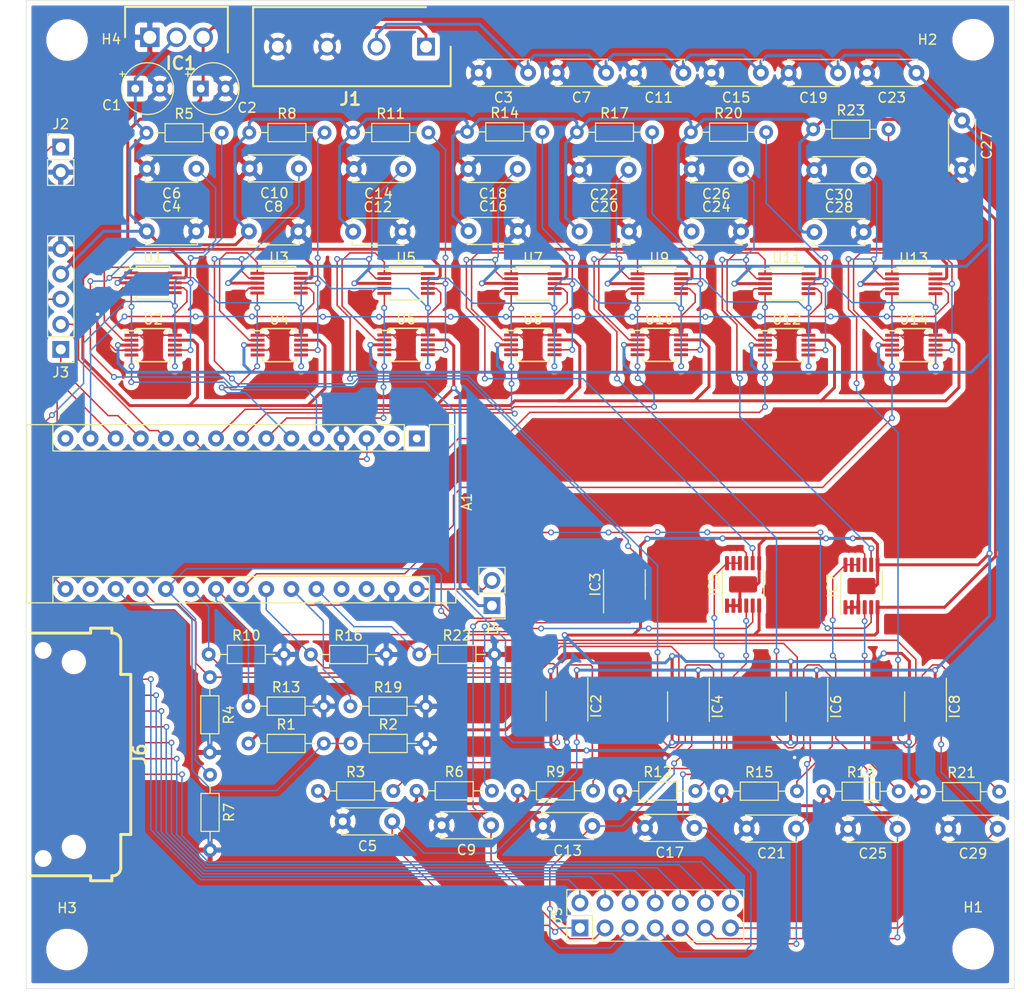
<source format=kicad_pcb>
(kicad_pcb (version 20171130) (host pcbnew "(5.1.5)-3")
  (layers (0 F.Cu signal) (31 B.Cu signal) (34 B.Paste user) (35 F.Paste user) (36 B.SilkS user) (37 F.SilkS user) (38 B.Mask user) (39 F.Mask user) (44 Edge.Cuts user))
  (net 0 "")
  (net 1 "Net-(A1-Pad1)")
  (net 2 "Net-(A1-Pad17)")
  (net 3 "Net-(A1-Pad2)")
  (net 4 "Net-(A1-Pad18)")
  (net 5 "Net-(A1-Pad27)")
  (net 6 "Net-(A1-Pad28)")
  (net 7 GND)
  (net 8 "Net-(A1-Pad15)")
  (net 9 "Net-(U1-Pad1)")
  (net 10 /CurrMes_Ch1)
  (net 11 /CurrMes_Ch2)
  (net 12 /ChipSel_Ch1)
  (net 13 /CurrMes_Ch3)
  (net 14 /ChipSel_Ch2)
  (net 15 /CurrMes_Ch4)
  (net 16 /ChipSel_Ch3)
  (net 17 /ChipSel_Ch7)
  (net 18 /ChipSel_Ch4)
  (net 19 /CurrMes_Ch5)
  (net 20 /ChipSel_Ch5)
  (net 21 /CurrMes_Ch6)
  (net 22 /ChipSel_Ch6)
  (net 23 /CurrMes_Ch7)
  (net 24 /LCD_Data)
  (net 25 /LCD_Latch)
  (net 26 /LCD_CLK)
  (net 27 /MOSI)
  (net 28 "Net-(A1-Pad30)")
  (net 29 /CLK_IN)
  (net 30 -12V)
  (net 31 +5V)
  (net 32 /V_OUT_Ch1)
  (net 33 /V_OUT_Ch2)
  (net 34 /V_OUT_Ch3)
  (net 35 /V_OUT_Ch4)
  (net 36 /V_OUT_Ch5)
  (net 37 /V_OUT_Ch6)
  (net 38 /V_OUT_Ch7)
  (net 39 "Net-(IC2-Pad4)")
  (net 40 "Net-(IC3-Pad4)")
  (net 41 "Net-(IC4-Pad4)")
  (net 42 "Net-(IC5-Pad4)")
  (net 43 "Net-(IC6-Pad4)")
  (net 44 "Net-(IC7-Pad4)")
  (net 45 +12V)
  (net 46 "Net-(U2-Pad8)")
  (net 47 "Net-(U3-Pad1)")
  (net 48 "Net-(U4-Pad8)")
  (net 49 "Net-(U5-Pad1)")
  (net 50 "Net-(U6-Pad8)")
  (net 51 "Net-(U7-Pad1)")
  (net 52 "Net-(U8-Pad8)")
  (net 53 "Net-(U10-Pad2)")
  (net 54 "Net-(U10-Pad8)")
  (net 55 "Net-(U11-Pad1)")
  (net 56 "Net-(U12-Pad8)")
  (net 57 "Net-(U13-Pad1)")
  (net 58 "Net-(U14-Pad8)")
  (net 59 "Net-(C6-Pad1)")
  (net 60 "Net-(C10-Pad1)")
  (net 61 "Net-(C14-Pad1)")
  (net 62 "Net-(C18-Pad1)")
  (net 63 "Net-(C22-Pad1)")
  (net 64 "Net-(C26-Pad1)")
  (net 65 "Net-(C30-Pad1)")
  (net 66 "Net-(IC8-Pad4)")
  (net 67 "Net-(J5-Pad2)")
  (net 68 "Net-(J5-Pad4)")
  (net 69 "Net-(J5-Pad6)")
  (net 70 "Net-(J5-Pad8)")
  (net 71 "Net-(J5-Pad10)")
  (net 72 "Net-(J5-Pad12)")
  (net 73 "Net-(J5-Pad14)")
  (net 74 "Net-(J6-Pad15)")
  (net 75 "Net-(J6-Pad17)")
  (net 76 "Net-(J6-Pad19)")
  (net 77 "Net-(R5-Pad2)")
  (net 78 "Net-(R8-Pad2)")
  (net 79 "Net-(R11-Pad2)")
  (net 80 "Net-(R14-Pad2)")
  (net 81 "Net-(R17-Pad2)")
  (net 82 "Net-(R20-Pad2)")
  (net 83 "Net-(R23-Pad2)")
  (net 84 /RESET)
  (module Capacitor_THT:CP_Radial_Tantal_D5.0mm_P2.50mm (layer F.Cu) (at 119.66 56.769)
    (fp_text reference C2 (at 4.673 1.9304) (layer F.SilkS))
    (fp_text value 10u)
    (pad 2 thru_hole circle (at 2.5 0) (size 1.6 1.6) (drill 0.8) (layers *.Cu *.Mask) (net 7 GND))
    (pad 1 thru_hole rect (at 0 0) (size 1.6 1.6) (drill 0.8) (layers *.Cu *.Mask) (net 45 +12V))
  )
  (module Capacitor_THT:CP_Radial_Tantal_D5.0mm_P2.50mm (layer F.Cu) (at 113.03 56.769)
    (fp_text reference C1 (at -2.3876 1.6764) (layer F.SilkS))
    (fp_text value 10u)
    (pad 2 thru_hole circle (at 2.5 0) (size 1.6 1.6) (drill 0.8) (layers *.Cu *.Mask) (net 7 GND))
    (pad 1 thru_hole rect (at 0 0) (size 1.6 1.6) (drill 0.8) (layers *.Cu *.Mask) (net 31 +5V))
  )
  (module Connector_PinHeader_2.54mm:PinHeader_1x02_P2.54mm_Vertical (layer F.Cu) (at 105.4862 62.6872)
    (fp_text reference J2 (at 0 -2.33) (layer F.SilkS))
    (fp_text value Conn_01x02)
    (pad 2 thru_hole oval (at 0 2.54) (size 1.7 1.7) (drill 1) (layers *.Cu *.Mask) (net 7 GND))
    (pad 1 thru_hole rect (at 0 0) (size 1.7 1.7) (drill 1) (layers *.Cu *.Mask) (net 84 /RESET))
  )
  (module Connector_PinHeader_2.54mm:PinHeader_1x02_P2.54mm_Vertical (layer F.Cu) (at 149.1234 109.093 180)
    (fp_text reference J4 (at 0 -2.33) (layer F.SilkS))
    (fp_text value Conn_01x02)
    (pad 2 thru_hole oval (at 0 2.54 180) (size 1.7 1.7) (drill 1) (layers *.Cu *.Mask) (net 28 "Net-(A1-Pad30)"))
    (pad 1 thru_hole rect (at 0 0 180) (size 1.7 1.7) (drill 1) (layers *.Cu *.Mask) (net 45 +12V))
  )
  (module Package_SO:MSOP-10_3x3mm_P0.5mm (layer F.Cu) (at 191.8066 76.5244)
    (fp_text reference U13 (at 0 -2.6) (layer F.SilkS))
    (fp_text value AD5290)
    (pad 10 smd rect (at 2.2 -1) (size 1.4 0.3) (layers F.Cu F.Paste F.Mask) (net 57 "Net-(U13-Pad1)"))
    (pad 9 smd rect (at 2.2 -0.5) (size 1.4 0.3) (layers F.Cu F.Paste F.Mask) (net 45 +12V))
    (pad 8 smd rect (at 2.2 0) (size 1.4 0.3) (layers F.Cu F.Paste F.Mask) (net 83 "Net-(R23-Pad2)"))
    (pad 7 smd rect (at 2.2 0.5) (size 1.4 0.3) (layers F.Cu F.Paste F.Mask) (net 27 /MOSI))
    (pad 6 smd rect (at 2.2 1) (size 1.4 0.3) (layers F.Cu F.Paste F.Mask) (net 29 /CLK_IN))
    (pad 5 smd rect (at -2.2 1) (size 1.4 0.3) (layers F.Cu F.Paste F.Mask) (net 17 /ChipSel_Ch7))
    (pad 4 smd rect (at -2.2 0.5) (size 1.4 0.3) (layers F.Cu F.Paste F.Mask) (net 7 GND))
    (pad 3 smd rect (at -2.2 0) (size 1.4 0.3) (layers F.Cu F.Paste F.Mask) (net 30 -12V))
    (pad 2 smd rect (at -2.2 -0.5) (size 1.4 0.3) (layers F.Cu F.Paste F.Mask) (net 65 "Net-(C30-Pad1)"))
    (pad 1 smd rect (at -2.2 -1) (size 1.4 0.3) (layers F.Cu F.Paste F.Mask) (net 57 "Net-(U13-Pad1)"))
  )
  (module Package_SO:MSOP-10_3x3mm_P0.5mm (layer F.Cu) (at 127.579401 76.462061)
    (fp_text reference U3 (at 0 -2.6) (layer F.SilkS))
    (fp_text value AD5290)
    (pad 10 smd rect (at 2.2 -1) (size 1.4 0.3) (layers F.Cu F.Paste F.Mask) (net 47 "Net-(U3-Pad1)"))
    (pad 9 smd rect (at 2.2 -0.5) (size 1.4 0.3) (layers F.Cu F.Paste F.Mask) (net 45 +12V))
    (pad 8 smd rect (at 2.2 0) (size 1.4 0.3) (layers F.Cu F.Paste F.Mask) (net 78 "Net-(R8-Pad2)"))
    (pad 7 smd rect (at 2.2 0.5) (size 1.4 0.3) (layers F.Cu F.Paste F.Mask) (net 27 /MOSI))
    (pad 6 smd rect (at 2.2 1) (size 1.4 0.3) (layers F.Cu F.Paste F.Mask) (net 29 /CLK_IN))
    (pad 5 smd rect (at -2.2 1) (size 1.4 0.3) (layers F.Cu F.Paste F.Mask) (net 14 /ChipSel_Ch2))
    (pad 4 smd rect (at -2.2 0.5) (size 1.4 0.3) (layers F.Cu F.Paste F.Mask) (net 7 GND))
    (pad 3 smd rect (at -2.2 0) (size 1.4 0.3) (layers F.Cu F.Paste F.Mask) (net 30 -12V))
    (pad 2 smd rect (at -2.2 -0.5) (size 1.4 0.3) (layers F.Cu F.Paste F.Mask) (net 60 "Net-(C10-Pad1)"))
    (pad 1 smd rect (at -2.2 -1) (size 1.4 0.3) (layers F.Cu F.Paste F.Mask) (net 47 "Net-(U3-Pad1)"))
  )
  (module Package_SO:MSOP-10_3x3mm_P0.5mm (layer F.Cu) (at 114.842 82.7294)
    (fp_text reference U2 (at 0 -2.6) (layer F.SilkS))
    (fp_text value AD5290)
    (pad 10 smd rect (at 2.2 -1) (size 1.4 0.3) (layers F.Cu F.Paste F.Mask) (net 7 GND))
    (pad 9 smd rect (at 2.2 -0.5) (size 1.4 0.3) (layers F.Cu F.Paste F.Mask) (net 45 +12V))
    (pad 8 smd rect (at 2.2 0) (size 1.4 0.3) (layers F.Cu F.Paste F.Mask) (net 46 "Net-(U2-Pad8)"))
    (pad 7 smd rect (at 2.2 0.5) (size 1.4 0.3) (layers F.Cu F.Paste F.Mask) (net 77 "Net-(R5-Pad2)"))
    (pad 6 smd rect (at 2.2 1) (size 1.4 0.3) (layers F.Cu F.Paste F.Mask) (net 29 /CLK_IN))
    (pad 5 smd rect (at -2.2 1) (size 1.4 0.3) (layers F.Cu F.Paste F.Mask) (net 12 /ChipSel_Ch1))
    (pad 4 smd rect (at -2.2 0.5) (size 1.4 0.3) (layers F.Cu F.Paste F.Mask) (net 7 GND))
    (pad 3 smd rect (at -2.2 0) (size 1.4 0.3) (layers F.Cu F.Paste F.Mask) (net 30 -12V))
    (pad 2 smd rect (at -2.2 -0.5) (size 1.4 0.3) (layers F.Cu F.Paste F.Mask) (net 9 "Net-(U1-Pad1)"))
    (pad 1 smd rect (at -2.2 -1) (size 1.4 0.3) (layers F.Cu F.Paste F.Mask) (net 7 GND))
  )
  (module Package_SO:MSOP-10_3x3mm_P0.5mm (layer F.Cu) (at 127.6096 82.7278)
    (fp_text reference U4 (at 0 -2.6) (layer F.SilkS))
    (fp_text value AD5290)
    (pad 1 smd rect (at -2.2 -1) (size 1.4 0.3) (layers F.Cu F.Paste F.Mask) (net 7 GND))
    (pad 2 smd rect (at -2.2 -0.5) (size 1.4 0.3) (layers F.Cu F.Paste F.Mask) (net 47 "Net-(U3-Pad1)"))
    (pad 3 smd rect (at -2.2 0) (size 1.4 0.3) (layers F.Cu F.Paste F.Mask) (net 30 -12V))
    (pad 4 smd rect (at -2.2 0.5) (size 1.4 0.3) (layers F.Cu F.Paste F.Mask) (net 7 GND))
    (pad 5 smd rect (at -2.2 1) (size 1.4 0.3) (layers F.Cu F.Paste F.Mask) (net 14 /ChipSel_Ch2))
    (pad 6 smd rect (at 2.2 1) (size 1.4 0.3) (layers F.Cu F.Paste F.Mask) (net 29 /CLK_IN))
    (pad 7 smd rect (at 2.2 0.5) (size 1.4 0.3) (layers F.Cu F.Paste F.Mask) (net 78 "Net-(R8-Pad2)"))
    (pad 8 smd rect (at 2.2 0) (size 1.4 0.3) (layers F.Cu F.Paste F.Mask) (net 48 "Net-(U4-Pad8)"))
    (pad 9 smd rect (at 2.2 -0.5) (size 1.4 0.3) (layers F.Cu F.Paste F.Mask) (net 45 +12V))
    (pad 10 smd rect (at 2.2 -1) (size 1.4 0.3) (layers F.Cu F.Paste F.Mask) (net 7 GND))
  )
  (module Package_SO:MSOP-10_3x3mm_P0.5mm (layer F.Cu) (at 114.822001 76.421661)
    (fp_text reference U1 (at 0 -2.6) (layer F.SilkS))
    (fp_text value AD5290)
    (pad 10 smd rect (at 2.2 -1) (size 1.4 0.3) (layers F.Cu F.Paste F.Mask) (net 9 "Net-(U1-Pad1)"))
    (pad 9 smd rect (at 2.2 -0.5) (size 1.4 0.3) (layers F.Cu F.Paste F.Mask) (net 45 +12V))
    (pad 8 smd rect (at 2.2 0) (size 1.4 0.3) (layers F.Cu F.Paste F.Mask) (net 77 "Net-(R5-Pad2)"))
    (pad 7 smd rect (at 2.2 0.5) (size 1.4 0.3) (layers F.Cu F.Paste F.Mask) (net 27 /MOSI))
    (pad 6 smd rect (at 2.2 1) (size 1.4 0.3) (layers F.Cu F.Paste F.Mask) (net 29 /CLK_IN))
    (pad 5 smd rect (at -2.2 1) (size 1.4 0.3) (layers F.Cu F.Paste F.Mask) (net 12 /ChipSel_Ch1))
    (pad 4 smd rect (at -2.2 0.5) (size 1.4 0.3) (layers F.Cu F.Paste F.Mask) (net 7 GND))
    (pad 3 smd rect (at -2.2 0) (size 1.4 0.3) (layers F.Cu F.Paste F.Mask) (net 30 -12V))
    (pad 2 smd rect (at -2.2 -0.5) (size 1.4 0.3) (layers F.Cu F.Paste F.Mask) (net 59 "Net-(C6-Pad1)"))
    (pad 1 smd rect (at -2.2 -1) (size 1.4 0.3) (layers F.Cu F.Paste F.Mask) (net 9 "Net-(U1-Pad1)"))
  )
  (module Package_SO:MSOP-12-1EP_3x4mm_P0.65mm_EP1.65x2.85mm (layer F.Cu) (at 162.5306 106.9582 90)
    (fp_text reference IC3 (at 0 -2.95 90) (layer F.SilkS))
    (fp_text value LT3090IMSE#PBF)
    (pad 13 smd roundrect (at 0 0 90) (size 1.65 2.85) (layers F.Cu F.Mask) (roundrect_rratio 0.151515) (net 30 -12V))
    (pad 1 smd roundrect (at -2.15 -1.625 90) (size 1.45 0.4) (layers F.Cu F.Paste F.Mask) (net 30 -12V))
    (pad 2 smd roundrect (at -2.15 -0.975 90) (size 1.45 0.4) (layers F.Cu F.Paste F.Mask) (net 30 -12V))
    (pad 3 smd roundrect (at -2.15 -0.325 90) (size 1.45 0.4) (layers F.Cu F.Paste F.Mask) (net 30 -12V))
    (pad 4 smd roundrect (at -2.15 0.325 90) (size 1.45 0.4) (layers F.Cu F.Paste F.Mask) (net 40 "Net-(IC3-Pad4)"))
    (pad 5 smd roundrect (at -2.15 0.975 90) (size 1.45 0.4) (layers F.Cu F.Paste F.Mask) (net 11 /CurrMes_Ch2))
    (pad 6 smd roundrect (at -2.15 1.625 90) (size 1.45 0.4) (layers F.Cu F.Paste F.Mask) (net 31 +5V))
    (pad 7 smd roundrect (at 2.15 1.625 90) (size 1.45 0.4) (layers F.Cu F.Paste F.Mask) (net 30 -12V))
    (pad 8 smd roundrect (at 2.15 0.975 90) (size 1.45 0.4) (layers F.Cu F.Paste F.Mask) (net 60 "Net-(C10-Pad1)"))
    (pad 9 smd roundrect (at 2.15 0.325 90) (size 1.45 0.4) (layers F.Cu F.Paste F.Mask) (net 7 GND))
    (pad 10 smd roundrect (at 2.15 -0.325 90) (size 1.45 0.4) (layers F.Cu F.Paste F.Mask) (net 33 /V_OUT_Ch2))
    (pad 11 smd roundrect (at 2.15 -0.975 90) (size 1.45 0.4) (layers F.Cu F.Paste F.Mask) (net 33 /V_OUT_Ch2))
    (pad 12 smd roundrect (at 2.15 -1.625 90) (size 1.45 0.4) (layers F.Cu F.Paste F.Mask) (net 33 /V_OUT_Ch2))
  )
  (module Capacitor_THT:C_Disc_D5.0mm_W2.5mm_P5.00mm (layer F.Cu) (at 196.7 60 270)
    (fp_text reference C27 (at 2.5 -2.5 90) (layer F.SilkS))
    (fp_text value 4.7u)
    (pad 1 thru_hole circle (at 0 0 270) (size 1.6 1.6) (drill 0.8) (layers *.Cu *.Mask) (net 30 -12V))
    (pad 2 thru_hole circle (at 5 0 270) (size 1.6 1.6) (drill 0.8) (layers *.Cu *.Mask) (net 7 GND))
  )
  (module Module:Arduino_Nano (layer F.Cu) (at 141.525 92.175 270)
    (fp_text reference A1 (at 6.415 -5.055 90) (layer F.SilkS))
    (fp_text value Arduino_Nano_v3.x)
    (pad 1 thru_hole rect (at 0 0 270) (size 1.6 1.6) (drill 0.8) (layers *.Cu *.Mask) (net 1 "Net-(A1-Pad1)"))
    (pad 17 thru_hole oval (at 15.24 33.02 270) (size 1.6 1.6) (drill 0.8) (layers *.Cu *.Mask) (net 2 "Net-(A1-Pad17)"))
    (pad 2 thru_hole oval (at 0 2.54 270) (size 1.6 1.6) (drill 0.8) (layers *.Cu *.Mask) (net 3 "Net-(A1-Pad2)"))
    (pad 18 thru_hole oval (at 15.24 30.48 270) (size 1.6 1.6) (drill 0.8) (layers *.Cu *.Mask) (net 4 "Net-(A1-Pad18)"))
    (pad 3 thru_hole oval (at 0 5.08 270) (size 1.6 1.6) (drill 0.8) (layers *.Cu *.Mask) (net 84 /RESET))
    (pad 19 thru_hole oval (at 15.24 27.94 270) (size 1.6 1.6) (drill 0.8) (layers *.Cu *.Mask) (net 10 /CurrMes_Ch1))
    (pad 4 thru_hole oval (at 0 7.62 270) (size 1.6 1.6) (drill 0.8) (layers *.Cu *.Mask) (net 7 GND))
    (pad 20 thru_hole oval (at 15.24 25.4 270) (size 1.6 1.6) (drill 0.8) (layers *.Cu *.Mask) (net 11 /CurrMes_Ch2))
    (pad 5 thru_hole oval (at 0 10.16 270) (size 1.6 1.6) (drill 0.8) (layers *.Cu *.Mask) (net 12 /ChipSel_Ch1))
    (pad 21 thru_hole oval (at 15.24 22.86 270) (size 1.6 1.6) (drill 0.8) (layers *.Cu *.Mask) (net 13 /CurrMes_Ch3))
    (pad 6 thru_hole oval (at 0 12.7 270) (size 1.6 1.6) (drill 0.8) (layers *.Cu *.Mask) (net 14 /ChipSel_Ch2))
    (pad 22 thru_hole oval (at 15.24 20.32 270) (size 1.6 1.6) (drill 0.8) (layers *.Cu *.Mask) (net 15 /CurrMes_Ch4))
    (pad 7 thru_hole oval (at 0 15.24 270) (size 1.6 1.6) (drill 0.8) (layers *.Cu *.Mask) (net 16 /ChipSel_Ch3))
    (pad 23 thru_hole oval (at 15.24 17.78 270) (size 1.6 1.6) (drill 0.8) (layers *.Cu *.Mask) (net 17 /ChipSel_Ch7))
    (pad 8 thru_hole oval (at 0 17.78 270) (size 1.6 1.6) (drill 0.8) (layers *.Cu *.Mask) (net 18 /ChipSel_Ch4))
    (pad 24 thru_hole oval (at 15.24 15.24 270) (size 1.6 1.6) (drill 0.8) (layers *.Cu *.Mask) (net 19 /CurrMes_Ch5))
    (pad 9 thru_hole oval (at 0 20.32 270) (size 1.6 1.6) (drill 0.8) (layers *.Cu *.Mask) (net 20 /ChipSel_Ch5))
    (pad 25 thru_hole oval (at 15.24 12.7 270) (size 1.6 1.6) (drill 0.8) (layers *.Cu *.Mask) (net 21 /CurrMes_Ch6))
    (pad 10 thru_hole oval (at 0 22.86 270) (size 1.6 1.6) (drill 0.8) (layers *.Cu *.Mask) (net 22 /ChipSel_Ch6))
    (pad 26 thru_hole oval (at 15.24 10.16 270) (size 1.6 1.6) (drill 0.8) (layers *.Cu *.Mask) (net 23 /CurrMes_Ch7))
    (pad 11 thru_hole oval (at 0 25.4 270) (size 1.6 1.6) (drill 0.8) (layers *.Cu *.Mask) (net 24 /LCD_Data))
    (pad 27 thru_hole oval (at 15.24 7.62 270) (size 1.6 1.6) (drill 0.8) (layers *.Cu *.Mask) (net 5 "Net-(A1-Pad27)"))
    (pad 12 thru_hole oval (at 0 27.94 270) (size 1.6 1.6) (drill 0.8) (layers *.Cu *.Mask) (net 25 /LCD_Latch))
    (pad 28 thru_hole oval (at 15.24 5.08 270) (size 1.6 1.6) (drill 0.8) (layers *.Cu *.Mask) (net 6 "Net-(A1-Pad28)"))
    (pad 13 thru_hole oval (at 0 30.48 270) (size 1.6 1.6) (drill 0.8) (layers *.Cu *.Mask) (net 26 /LCD_CLK))
    (pad 29 thru_hole oval (at 15.24 2.54 270) (size 1.6 1.6) (drill 0.8) (layers *.Cu *.Mask) (net 7 GND))
    (pad 14 thru_hole oval (at 0 33.02 270) (size 1.6 1.6) (drill 0.8) (layers *.Cu *.Mask) (net 27 /MOSI))
    (pad 30 thru_hole oval (at 15.24 0 270) (size 1.6 1.6) (drill 0.8) (layers *.Cu *.Mask) (net 28 "Net-(A1-Pad30)"))
    (pad 15 thru_hole oval (at 0 35.56 270) (size 1.6 1.6) (drill 0.8) (layers *.Cu *.Mask) (net 8 "Net-(A1-Pad15)"))
    (pad 16 thru_hole oval (at 15.24 35.56 270) (size 1.6 1.6) (drill 0.8) (layers *.Cu *.Mask) (net 29 /CLK_IN))
  )
  (module Capacitor_THT:C_Disc_D5.0mm_W2.5mm_P5.00mm (layer F.Cu) (at 152.79 55.17 180)
    (fp_text reference C3 (at 2.5 -2.5) (layer F.SilkS))
    (fp_text value 4.7u)
    (pad 2 thru_hole circle (at 5 0 180) (size 1.6 1.6) (drill 0.8) (layers *.Cu *.Mask) (net 7 GND))
    (pad 1 thru_hole circle (at 0 0 180) (size 1.6 1.6) (drill 0.8) (layers *.Cu *.Mask) (net 30 -12V))
  )
  (module Capacitor_THT:C_Disc_D5.0mm_W2.5mm_P5.00mm (layer F.Cu) (at 114.2 71.21)
    (fp_text reference C4 (at 2.5 -2.5) (layer F.SilkS))
    (fp_text value 0.1u)
    (pad 1 thru_hole circle (at 0 0) (size 1.6 1.6) (drill 0.8) (layers *.Cu *.Mask) (net 31 +5V))
    (pad 2 thru_hole circle (at 5 0) (size 1.6 1.6) (drill 0.8) (layers *.Cu *.Mask) (net 7 GND))
  )
  (module Capacitor_THT:C_Disc_D5.0mm_W2.5mm_P5.00mm (layer F.Cu) (at 139.03 130.93 180)
    (fp_text reference C5 (at 2.5 -2.5) (layer F.SilkS))
    (fp_text value 4.7u)
    (pad 2 thru_hole circle (at 5 0 180) (size 1.6 1.6) (drill 0.8) (layers *.Cu *.Mask) (net 7 GND))
    (pad 1 thru_hole circle (at 0 0 180) (size 1.6 1.6) (drill 0.8) (layers *.Cu *.Mask) (net 32 /V_OUT_Ch1))
  )
  (module Capacitor_THT:C_Disc_D5.0mm_W2.5mm_P5.00mm (layer F.Cu) (at 119.21 64.88 180)
    (fp_text reference C6 (at 2.5 -2.5) (layer F.SilkS))
    (fp_text value 0.1u)
    (pad 2 thru_hole circle (at 5 0 180) (size 1.6 1.6) (drill 0.8) (layers *.Cu *.Mask) (net 7 GND))
    (pad 1 thru_hole circle (at 0 0 180) (size 1.6 1.6) (drill 0.8) (layers *.Cu *.Mask) (net 59 "Net-(C6-Pad1)"))
  )
  (module Capacitor_THT:C_Disc_D5.0mm_W2.5mm_P5.00mm (layer F.Cu) (at 160.68 55.17 180)
    (fp_text reference C7 (at 2.5 -2.5) (layer F.SilkS))
    (fp_text value 4.7u)
    (pad 1 thru_hole circle (at 0 0 180) (size 1.6 1.6) (drill 0.8) (layers *.Cu *.Mask) (net 30 -12V))
    (pad 2 thru_hole circle (at 5 0 180) (size 1.6 1.6) (drill 0.8) (layers *.Cu *.Mask) (net 7 GND))
  )
  (module Capacitor_THT:C_Disc_D5.0mm_W2.5mm_P5.00mm (layer F.Cu) (at 124.53 71.22)
    (fp_text reference C8 (at 2.5 -2.5) (layer F.SilkS))
    (fp_text value 0.1u)
    (pad 1 thru_hole circle (at 0 0) (size 1.6 1.6) (drill 0.8) (layers *.Cu *.Mask) (net 31 +5V))
    (pad 2 thru_hole circle (at 5 0) (size 1.6 1.6) (drill 0.8) (layers *.Cu *.Mask) (net 7 GND))
  )
  (module Capacitor_THT:C_Disc_D5.0mm_W2.5mm_P5.00mm (layer F.Cu) (at 149.04 131.32 180)
    (fp_text reference C9 (at 2.5 -2.5) (layer F.SilkS))
    (fp_text value 4.7u)
    (pad 2 thru_hole circle (at 5 0 180) (size 1.6 1.6) (drill 0.8) (layers *.Cu *.Mask) (net 7 GND))
    (pad 1 thru_hole circle (at 0 0 180) (size 1.6 1.6) (drill 0.8) (layers *.Cu *.Mask) (net 33 /V_OUT_Ch2))
  )
  (module Capacitor_THT:C_Disc_D5.0mm_W2.5mm_P5.00mm (layer F.Cu) (at 129.6 64.85 180)
    (fp_text reference C10 (at 2.5 -2.5) (layer F.SilkS))
    (fp_text value 0.1u)
    (pad 1 thru_hole circle (at 0 0 180) (size 1.6 1.6) (drill 0.8) (layers *.Cu *.Mask) (net 60 "Net-(C10-Pad1)"))
    (pad 2 thru_hole circle (at 5 0 180) (size 1.6 1.6) (drill 0.8) (layers *.Cu *.Mask) (net 7 GND))
  )
  (module Capacitor_THT:C_Disc_D5.0mm_W2.5mm_P5.00mm (layer F.Cu) (at 168.5 55.18 180)
    (fp_text reference C11 (at 2.5 -2.5) (layer F.SilkS))
    (fp_text value 4.7u)
    (pad 2 thru_hole circle (at 5 0 180) (size 1.6 1.6) (drill 0.8) (layers *.Cu *.Mask) (net 7 GND))
    (pad 1 thru_hole circle (at 0 0 180) (size 1.6 1.6) (drill 0.8) (layers *.Cu *.Mask) (net 30 -12V))
  )
  (module Capacitor_THT:C_Disc_D5.0mm_W2.5mm_P5.00mm (layer F.Cu) (at 135.08 71.25)
    (fp_text reference C12 (at 2.5 -2.5) (layer F.SilkS))
    (fp_text value 0.1u)
    (pad 1 thru_hole circle (at 0 0) (size 1.6 1.6) (drill 0.8) (layers *.Cu *.Mask) (net 31 +5V))
    (pad 2 thru_hole circle (at 5 0) (size 1.6 1.6) (drill 0.8) (layers *.Cu *.Mask) (net 7 GND))
  )
  (module Capacitor_THT:C_Disc_D5.0mm_W2.5mm_P5.00mm (layer F.Cu) (at 159.29 131.4 180)
    (fp_text reference C13 (at 2.5 -2.5) (layer F.SilkS))
    (fp_text value 4.7u)
    (pad 1 thru_hole circle (at 0 0 180) (size 1.6 1.6) (drill 0.8) (layers *.Cu *.Mask) (net 34 /V_OUT_Ch3))
    (pad 2 thru_hole circle (at 5 0 180) (size 1.6 1.6) (drill 0.8) (layers *.Cu *.Mask) (net 7 GND))
  )
  (module Capacitor_THT:C_Disc_D5.0mm_W2.5mm_P5.00mm (layer F.Cu) (at 140.14 64.9 180)
    (fp_text reference C14 (at 2.5 -2.5) (layer F.SilkS))
    (fp_text value 0.1u)
    (pad 2 thru_hole circle (at 5 0 180) (size 1.6 1.6) (drill 0.8) (layers *.Cu *.Mask) (net 7 GND))
    (pad 1 thru_hole circle (at 0 0 180) (size 1.6 1.6) (drill 0.8) (layers *.Cu *.Mask) (net 61 "Net-(C14-Pad1)"))
  )
  (module Capacitor_THT:C_Disc_D5.0mm_W2.5mm_P5.00mm (layer F.Cu) (at 176.34 55.17 180)
    (fp_text reference C15 (at 2.5 -2.5) (layer F.SilkS))
    (fp_text value 4.7u)
    (pad 2 thru_hole circle (at 5 0 180) (size 1.6 1.6) (drill 0.8) (layers *.Cu *.Mask) (net 7 GND))
    (pad 1 thru_hole circle (at 0 0 180) (size 1.6 1.6) (drill 0.8) (layers *.Cu *.Mask) (net 30 -12V))
  )
  (module Capacitor_THT:C_Disc_D5.0mm_W2.5mm_P5.00mm (layer F.Cu) (at 146.75 71.18)
    (fp_text reference C16 (at 2.5 -2.5) (layer F.SilkS))
    (fp_text value 0.1u)
    (pad 2 thru_hole circle (at 5 0) (size 1.6 1.6) (drill 0.8) (layers *.Cu *.Mask) (net 7 GND))
    (pad 1 thru_hole circle (at 0 0) (size 1.6 1.6) (drill 0.8) (layers *.Cu *.Mask) (net 31 +5V))
  )
  (module Capacitor_THT:C_Disc_D5.0mm_W2.5mm_P5.00mm (layer F.Cu) (at 169.62 131.59 180)
    (fp_text reference C17 (at 2.5 -2.5) (layer F.SilkS))
    (fp_text value 4.7u)
    (pad 2 thru_hole circle (at 5 0 180) (size 1.6 1.6) (drill 0.8) (layers *.Cu *.Mask) (net 7 GND))
    (pad 1 thru_hole circle (at 0 0 180) (size 1.6 1.6) (drill 0.8) (layers *.Cu *.Mask) (net 35 /V_OUT_Ch4))
  )
  (module Capacitor_THT:C_Disc_D5.0mm_W2.5mm_P5.00mm (layer F.Cu) (at 151.73 64.9 180)
    (fp_text reference C18 (at 2.5 -2.5) (layer F.SilkS))
    (fp_text value 0.1u)
    (pad 1 thru_hole circle (at 0 0 180) (size 1.6 1.6) (drill 0.8) (layers *.Cu *.Mask) (net 62 "Net-(C18-Pad1)"))
    (pad 2 thru_hole circle (at 5 0 180) (size 1.6 1.6) (drill 0.8) (layers *.Cu *.Mask) (net 7 GND))
  )
  (module Capacitor_THT:C_Disc_D5.0mm_W2.5mm_P5.00mm (layer F.Cu) (at 184.16 55.19 180)
    (fp_text reference C19 (at 2.5 -2.5) (layer F.SilkS))
    (fp_text value 4.7u)
    (pad 1 thru_hole circle (at 0 0 180) (size 1.6 1.6) (drill 0.8) (layers *.Cu *.Mask) (net 30 -12V))
    (pad 2 thru_hole circle (at 5 0 180) (size 1.6 1.6) (drill 0.8) (layers *.Cu *.Mask) (net 7 GND))
  )
  (module Capacitor_THT:C_Disc_D5.0mm_W2.5mm_P5.00mm (layer F.Cu) (at 157.99 71.23)
    (fp_text reference C20 (at 2.5 -2.5) (layer F.SilkS))
    (fp_text value 0.1u)
    (pad 2 thru_hole circle (at 5 0) (size 1.6 1.6) (drill 0.8) (layers *.Cu *.Mask) (net 7 GND))
    (pad 1 thru_hole circle (at 0 0) (size 1.6 1.6) (drill 0.8) (layers *.Cu *.Mask) (net 31 +5V))
  )
  (module Capacitor_THT:C_Disc_D5.0mm_W2.5mm_P5.00mm (layer F.Cu) (at 179.91 131.66 180)
    (fp_text reference C21 (at 2.5 -2.5) (layer F.SilkS))
    (fp_text value 4.7u)
    (pad 2 thru_hole circle (at 5 0 180) (size 1.6 1.6) (drill 0.8) (layers *.Cu *.Mask) (net 7 GND))
    (pad 1 thru_hole circle (at 0 0 180) (size 1.6 1.6) (drill 0.8) (layers *.Cu *.Mask) (net 36 /V_OUT_Ch5))
  )
  (module Capacitor_THT:C_Disc_D5.0mm_W2.5mm_P5.00mm (layer F.Cu) (at 162.96 64.99 180)
    (fp_text reference C22 (at 2.5 -2.5) (layer F.SilkS))
    (fp_text value 0.1u)
    (pad 1 thru_hole circle (at 0 0 180) (size 1.6 1.6) (drill 0.8) (layers *.Cu *.Mask) (net 63 "Net-(C22-Pad1)"))
    (pad 2 thru_hole circle (at 5 0 180) (size 1.6 1.6) (drill 0.8) (layers *.Cu *.Mask) (net 7 GND))
  )
  (module Capacitor_THT:C_Disc_D5.0mm_W2.5mm_P5.00mm (layer F.Cu) (at 192.08 55.18 180)
    (fp_text reference C23 (at 2.5 -2.5) (layer F.SilkS))
    (fp_text value 4.7u)
    (pad 1 thru_hole circle (at 0 0 180) (size 1.6 1.6) (drill 0.8) (layers *.Cu *.Mask) (net 30 -12V))
    (pad 2 thru_hole circle (at 5 0 180) (size 1.6 1.6) (drill 0.8) (layers *.Cu *.Mask) (net 7 GND))
  )
  (module Capacitor_THT:C_Disc_D5.0mm_W2.5mm_P5.00mm (layer F.Cu) (at 169.33 71.23)
    (fp_text reference C24 (at 2.5 -2.5) (layer F.SilkS))
    (fp_text value 0.1u)
    (pad 1 thru_hole circle (at 0 0) (size 1.6 1.6) (drill 0.8) (layers *.Cu *.Mask) (net 31 +5V))
    (pad 2 thru_hole circle (at 5 0) (size 1.6 1.6) (drill 0.8) (layers *.Cu *.Mask) (net 7 GND))
  )
  (module Capacitor_THT:C_Disc_D5.0mm_W2.5mm_P5.00mm (layer F.Cu) (at 190.17 131.68 180)
    (fp_text reference C25 (at 2.5 -2.5) (layer F.SilkS))
    (fp_text value 4.7u)
    (pad 1 thru_hole circle (at 0 0 180) (size 1.6 1.6) (drill 0.8) (layers *.Cu *.Mask) (net 37 /V_OUT_Ch6))
    (pad 2 thru_hole circle (at 5 0 180) (size 1.6 1.6) (drill 0.8) (layers *.Cu *.Mask) (net 7 GND))
  )
  (module Capacitor_THT:C_Disc_D5.0mm_W2.5mm_P5.00mm (layer F.Cu) (at 174.34 64.93 180)
    (fp_text reference C26 (at 2.5 -2.5) (layer F.SilkS))
    (fp_text value 0.1u)
    (pad 2 thru_hole circle (at 5 0 180) (size 1.6 1.6) (drill 0.8) (layers *.Cu *.Mask) (net 7 GND))
    (pad 1 thru_hole circle (at 0 0 180) (size 1.6 1.6) (drill 0.8) (layers *.Cu *.Mask) (net 64 "Net-(C26-Pad1)"))
  )
  (module Capacitor_THT:C_Disc_D5.0mm_W2.5mm_P5.00mm (layer F.Cu) (at 181.75 71.29)
    (fp_text reference C28 (at 2.5 -2.5) (layer F.SilkS))
    (fp_text value 0.1u)
    (pad 2 thru_hole circle (at 5 0) (size 1.6 1.6) (drill 0.8) (layers *.Cu *.Mask) (net 7 GND))
    (pad 1 thru_hole circle (at 0 0) (size 1.6 1.6) (drill 0.8) (layers *.Cu *.Mask) (net 31 +5V))
  )
  (module Capacitor_THT:C_Disc_D5.0mm_W2.5mm_P5.00mm (layer F.Cu) (at 200.31 131.68 180)
    (fp_text reference C29 (at 2.5 -2.5) (layer F.SilkS))
    (fp_text value 4.7u)
    (pad 2 thru_hole circle (at 5 0 180) (size 1.6 1.6) (drill 0.8) (layers *.Cu *.Mask) (net 7 GND))
    (pad 1 thru_hole circle (at 0 0 180) (size 1.6 1.6) (drill 0.8) (layers *.Cu *.Mask) (net 38 /V_OUT_Ch7))
  )
  (module Capacitor_THT:C_Disc_D5.0mm_W2.5mm_P5.00mm (layer F.Cu) (at 186.74 65.02 180)
    (fp_text reference C30 (at 2.5 -2.5) (layer F.SilkS))
    (fp_text value 0.1u)
    (pad 1 thru_hole circle (at 0 0 180) (size 1.6 1.6) (drill 0.8) (layers *.Cu *.Mask) (net 65 "Net-(C30-Pad1)"))
    (pad 2 thru_hole circle (at 5 0 180) (size 1.6 1.6) (drill 0.8) (layers *.Cu *.Mask) (net 7 GND))
  )
  (module MountingHole:MountingHole_3.2mm_M3 (layer F.Cu) (at 197.825 143.825)
    (fp_text reference H1 (at 0 -4.2) (layer F.SilkS))
    (fp_text value MountingHole)
    (pad 1 np_thru_hole circle (at 0 0) (size 3.2 3.2) (drill 3.2) (layers *.Cu *.Mask))
  )
  (module MountingHole:MountingHole_3.2mm_M3 (layer F.Cu) (at 197.825 51.825)
    (fp_text reference H2 (at -4.625 -0.015) (layer F.SilkS))
    (fp_text value MountingHole)
    (pad 1 np_thru_hole circle (at 0 0) (size 3.2 3.2) (drill 3.2) (layers *.Cu *.Mask))
  )
  (module MountingHole:MountingHole_3.2mm_M3 (layer F.Cu) (at 106.125 143.9)
    (fp_text reference H3 (at 0 -4.2) (layer F.SilkS))
    (fp_text value MountingHole)
    (pad 1 np_thru_hole circle (at 0 0) (size 3.2 3.2) (drill 3.2) (layers *.Cu *.Mask))
  )
  (module MountingHole:MountingHole_3.2mm_M3 (layer F.Cu) (at 106.125 51.85)
    (fp_text reference H4 (at 4.465 -0.08) (layer F.SilkS))
    (fp_text value MountingHole)
    (pad 1 np_thru_hole circle (at 0 0) (size 3.2 3.2) (drill 3.2) (layers *.Cu *.Mask))
  )
  (module SamacSys_Parts:TO270P460X1020X2008-3P (layer F.Cu) (at 114.5 51.575)
    (fp_text reference IC1 (at 3.1528 2.6286) (layer F.SilkS) (effects (font (size 1.27 1.27) (thickness 0.254))))
    (fp_text value LD1085V50 hide)
    (pad 1 thru_hole rect (at 0 0) (size 1.98 1.98) (drill 1.32) (layers *.Cu *.Mask) (net 7 GND))
    (pad 2 thru_hole circle (at 2.7 0) (size 1.98 1.98) (drill 1.32) (layers *.Cu *.Mask) (net 31 +5V))
    (pad 3 thru_hole circle (at 5.4 0) (size 1.98 1.98) (drill 1.32) (layers *.Cu *.Mask) (net 45 +12V))
  )
  (module Package_SO:MSOP-12-1EP_3x4mm_P0.65mm_EP1.65x2.85mm (layer F.Cu) (at 156.72 119.27 270)
    (fp_text reference IC2 (at 0 -2.95 90) (layer F.SilkS))
    (fp_text value LT3090IMSE#PBF)
    (pad 13 smd roundrect (at 0 0 270) (size 1.65 2.85) (layers F.Cu F.Mask) (roundrect_rratio 0.151515) (net 30 -12V))
    (pad 1 smd roundrect (at -2.15 -1.625 270) (size 1.45 0.4) (layers F.Cu F.Paste F.Mask) (net 30 -12V))
    (pad 2 smd roundrect (at -2.15 -0.975 270) (size 1.45 0.4) (layers F.Cu F.Paste F.Mask) (net 30 -12V))
    (pad 3 smd roundrect (at -2.15 -0.325 270) (size 1.45 0.4) (layers F.Cu F.Paste F.Mask) (net 30 -12V))
    (pad 4 smd roundrect (at -2.15 0.325 270) (size 1.45 0.4) (layers F.Cu F.Paste F.Mask) (net 39 "Net-(IC2-Pad4)"))
    (pad 5 smd roundrect (at -2.15 0.975 270) (size 1.45 0.4) (layers F.Cu F.Paste F.Mask) (net 10 /CurrMes_Ch1))
    (pad 6 smd roundrect (at -2.15 1.625 270) (size 1.45 0.4) (layers F.Cu F.Paste F.Mask) (net 31 +5V))
    (pad 7 smd roundrect (at 2.15 1.625 270) (size 1.45 0.4) (layers F.Cu F.Paste F.Mask) (net 30 -12V))
    (pad 8 smd roundrect (at 2.15 0.975 270) (size 1.45 0.4) (layers F.Cu F.Paste F.Mask) (net 59 "Net-(C6-Pad1)"))
    (pad 9 smd roundrect (at 2.15 0.325 270) (size 1.45 0.4) (layers F.Cu F.Paste F.Mask) (net 7 GND))
    (pad 10 smd roundrect (at 2.15 -0.325 270) (size 1.45 0.4) (layers F.Cu F.Paste F.Mask) (net 32 /V_OUT_Ch1))
    (pad 11 smd roundrect (at 2.15 -0.975 270) (size 1.45 0.4) (layers F.Cu F.Paste F.Mask) (net 32 /V_OUT_Ch1))
    (pad 12 smd roundrect (at 2.15 -1.625 270) (size 1.45 0.4) (layers F.Cu F.Paste F.Mask) (net 32 /V_OUT_Ch1))
  )
  (module Package_SO:MSOP-12-1EP_3x4mm_P0.65mm_EP1.65x2.85mm (layer F.Cu) (at 169.01 119.32 270)
    (fp_text reference IC4 (at 0 -2.95 90) (layer F.SilkS))
    (fp_text value LT3090IMSE#PBF)
    (pad 12 smd roundrect (at 2.15 -1.625 270) (size 1.45 0.4) (layers F.Cu F.Paste F.Mask) (net 34 /V_OUT_Ch3))
    (pad 11 smd roundrect (at 2.15 -0.975 270) (size 1.45 0.4) (layers F.Cu F.Paste F.Mask) (net 34 /V_OUT_Ch3))
    (pad 10 smd roundrect (at 2.15 -0.325 270) (size 1.45 0.4) (layers F.Cu F.Paste F.Mask) (net 34 /V_OUT_Ch3))
    (pad 9 smd roundrect (at 2.15 0.325 270) (size 1.45 0.4) (layers F.Cu F.Paste F.Mask) (net 7 GND))
    (pad 8 smd roundrect (at 2.15 0.975 270) (size 1.45 0.4) (layers F.Cu F.Paste F.Mask) (net 61 "Net-(C14-Pad1)"))
    (pad 7 smd roundrect (at 2.15 1.625 270) (size 1.45 0.4) (layers F.Cu F.Paste F.Mask) (net 30 -12V))
    (pad 6 smd roundrect (at -2.15 1.625 270) (size 1.45 0.4) (layers F.Cu F.Paste F.Mask) (net 31 +5V))
    (pad 5 smd roundrect (at -2.15 0.975 270) (size 1.45 0.4) (layers F.Cu F.Paste F.Mask) (net 13 /CurrMes_Ch3))
    (pad 4 smd roundrect (at -2.15 0.325 270) (size 1.45 0.4) (layers F.Cu F.Paste F.Mask) (net 41 "Net-(IC4-Pad4)"))
    (pad 3 smd roundrect (at -2.15 -0.325 270) (size 1.45 0.4) (layers F.Cu F.Paste F.Mask) (net 30 -12V))
    (pad 2 smd roundrect (at -2.15 -0.975 270) (size 1.45 0.4) (layers F.Cu F.Paste F.Mask) (net 30 -12V))
    (pad 1 smd roundrect (at -2.15 -1.625 270) (size 1.45 0.4) (layers F.Cu F.Paste F.Mask) (net 30 -12V))
    (pad 13 smd roundrect (at 0 0 270) (size 1.65 2.85) (layers F.Cu F.Mask) (roundrect_rratio 0.151515) (net 30 -12V))
  )
  (module Package_SO:MSOP-12-1EP_3x4mm_P0.65mm_EP1.65x2.85mm (layer F.Cu) (at 174.5402 106.9432 90)
    (fp_text reference IC5 (at 0 -2.95 90) (layer F.SilkS))
    (fp_text value LT3090IMSE#PBF)
    (pad 12 smd roundrect (at 2.15 -1.625 90) (size 1.45 0.4) (layers F.Cu F.Paste F.Mask) (net 35 /V_OUT_Ch4))
    (pad 11 smd roundrect (at 2.15 -0.975 90) (size 1.45 0.4) (layers F.Cu F.Paste F.Mask) (net 35 /V_OUT_Ch4))
    (pad 10 smd roundrect (at 2.15 -0.325 90) (size 1.45 0.4) (layers F.Cu F.Paste F.Mask) (net 35 /V_OUT_Ch4))
    (pad 9 smd roundrect (at 2.15 0.325 90) (size 1.45 0.4) (layers F.Cu F.Paste F.Mask) (net 7 GND))
    (pad 8 smd roundrect (at 2.15 0.975 90) (size 1.45 0.4) (layers F.Cu F.Paste F.Mask) (net 62 "Net-(C18-Pad1)"))
    (pad 7 smd roundrect (at 2.15 1.625 90) (size 1.45 0.4) (layers F.Cu F.Paste F.Mask) (net 30 -12V))
    (pad 6 smd roundrect (at -2.15 1.625 90) (size 1.45 0.4) (layers F.Cu F.Paste F.Mask) (net 31 +5V))
    (pad 5 smd roundrect (at -2.15 0.975 90) (size 1.45 0.4) (layers F.Cu F.Paste F.Mask) (net 15 /CurrMes_Ch4))
    (pad 4 smd roundrect (at -2.15 0.325 90) (size 1.45 0.4) (layers F.Cu F.Paste F.Mask) (net 42 "Net-(IC5-Pad4)"))
    (pad 3 smd roundrect (at -2.15 -0.325 90) (size 1.45 0.4) (layers F.Cu F.Paste F.Mask) (net 30 -12V))
    (pad 2 smd roundrect (at -2.15 -0.975 90) (size 1.45 0.4) (layers F.Cu F.Paste F.Mask) (net 30 -12V))
    (pad 1 smd roundrect (at -2.15 -1.625 90) (size 1.45 0.4) (layers F.Cu F.Paste F.Mask) (net 30 -12V))
    (pad 13 smd roundrect (at 0 0 90) (size 1.65 2.85) (layers F.Cu F.Mask) (roundrect_rratio 0.151515) (net 30 -12V))
  )
  (module Package_SO:MSOP-12-1EP_3x4mm_P0.65mm_EP1.65x2.85mm (layer F.Cu) (at 181 119.33 270)
    (fp_text reference IC6 (at 0 -2.95 90) (layer F.SilkS))
    (fp_text value LT3090IMSE#PBF)
    (pad 13 smd roundrect (at 0 0 270) (size 1.65 2.85) (layers F.Cu F.Mask) (roundrect_rratio 0.151515) (net 30 -12V))
    (pad 1 smd roundrect (at -2.15 -1.625 270) (size 1.45 0.4) (layers F.Cu F.Paste F.Mask) (net 30 -12V))
    (pad 2 smd roundrect (at -2.15 -0.975 270) (size 1.45 0.4) (layers F.Cu F.Paste F.Mask) (net 30 -12V))
    (pad 3 smd roundrect (at -2.15 -0.325 270) (size 1.45 0.4) (layers F.Cu F.Paste F.Mask) (net 30 -12V))
    (pad 4 smd roundrect (at -2.15 0.325 270) (size 1.45 0.4) (layers F.Cu F.Paste F.Mask) (net 43 "Net-(IC6-Pad4)"))
    (pad 5 smd roundrect (at -2.15 0.975 270) (size 1.45 0.4) (layers F.Cu F.Paste F.Mask) (net 19 /CurrMes_Ch5))
    (pad 6 smd roundrect (at -2.15 1.625 270) (size 1.45 0.4) (layers F.Cu F.Paste F.Mask) (net 31 +5V))
    (pad 7 smd roundrect (at 2.15 1.625 270) (size 1.45 0.4) (layers F.Cu F.Paste F.Mask) (net 30 -12V))
    (pad 8 smd roundrect (at 2.15 0.975 270) (size 1.45 0.4) (layers F.Cu F.Paste F.Mask) (net 63 "Net-(C22-Pad1)"))
    (pad 9 smd roundrect (at 2.15 0.325 270) (size 1.45 0.4) (layers F.Cu F.Paste F.Mask) (net 7 GND))
    (pad 10 smd roundrect (at 2.15 -0.325 270) (size 1.45 0.4) (layers F.Cu F.Paste F.Mask) (net 36 /V_OUT_Ch5))
    (pad 11 smd roundrect (at 2.15 -0.975 270) (size 1.45 0.4) (layers F.Cu F.Paste F.Mask) (net 36 /V_OUT_Ch5))
    (pad 12 smd roundrect (at 2.15 -1.625 270) (size 1.45 0.4) (layers F.Cu F.Paste F.Mask) (net 36 /V_OUT_Ch5))
  )
  (module Package_SO:MSOP-12-1EP_3x4mm_P0.65mm_EP1.65x2.85mm (layer F.Cu) (at 186.527 107.111 90)
    (fp_text reference IC7 (at 0 -2.95 90) (layer F.SilkS))
    (fp_text value LT3090IMSE#PBF)
    (pad 13 smd roundrect (at 0 0 90) (size 1.65 2.85) (layers F.Cu F.Mask) (roundrect_rratio 0.151515) (net 30 -12V))
    (pad 1 smd roundrect (at -2.15 -1.625 90) (size 1.45 0.4) (layers F.Cu F.Paste F.Mask) (net 30 -12V))
    (pad 2 smd roundrect (at -2.15 -0.975 90) (size 1.45 0.4) (layers F.Cu F.Paste F.Mask) (net 30 -12V))
    (pad 3 smd roundrect (at -2.15 -0.325 90) (size 1.45 0.4) (layers F.Cu F.Paste F.Mask) (net 30 -12V))
    (pad 4 smd roundrect (at -2.15 0.325 90) (size 1.45 0.4) (layers F.Cu F.Paste F.Mask) (net 44 "Net-(IC7-Pad4)"))
    (pad 5 smd roundrect (at -2.15 0.975 90) (size 1.45 0.4) (layers F.Cu F.Paste F.Mask) (net 21 /CurrMes_Ch6))
    (pad 6 smd roundrect (at -2.15 1.625 90) (size 1.45 0.4) (layers F.Cu F.Paste F.Mask) (net 31 +5V))
    (pad 7 smd roundrect (at 2.15 1.625 90) (size 1.45 0.4) (layers F.Cu F.Paste F.Mask) (net 30 -12V))
    (pad 8 smd roundrect (at 2.15 0.975 90) (size 1.45 0.4) (layers F.Cu F.Paste F.Mask) (net 64 "Net-(C26-Pad1)"))
    (pad 9 smd roundrect (at 2.15 0.325 90) (size 1.45 0.4) (layers F.Cu F.Paste F.Mask) (net 7 GND))
    (pad 10 smd roundrect (at 2.15 -0.325 90) (size 1.45 0.4) (layers F.Cu F.Paste F.Mask) (net 37 /V_OUT_Ch6))
    (pad 11 smd roundrect (at 2.15 -0.975 90) (size 1.45 0.4) (layers F.Cu F.Paste F.Mask) (net 37 /V_OUT_Ch6))
    (pad 12 smd roundrect (at 2.15 -1.625 90) (size 1.45 0.4) (layers F.Cu F.Paste F.Mask) (net 37 /V_OUT_Ch6))
  )
  (module Package_SO:MSOP-12-1EP_3x4mm_P0.65mm_EP1.65x2.85mm (layer F.Cu) (at 193.005 119.32 270)
    (fp_text reference IC8 (at 0 -2.95 90) (layer F.SilkS))
    (fp_text value LT3090IMSE#PBF)
    (pad 12 smd roundrect (at 2.15 -1.625 270) (size 1.45 0.4) (layers F.Cu F.Paste F.Mask) (net 38 /V_OUT_Ch7))
    (pad 11 smd roundrect (at 2.15 -0.975 270) (size 1.45 0.4) (layers F.Cu F.Paste F.Mask) (net 38 /V_OUT_Ch7))
    (pad 10 smd roundrect (at 2.15 -0.325 270) (size 1.45 0.4) (layers F.Cu F.Paste F.Mask) (net 38 /V_OUT_Ch7))
    (pad 9 smd roundrect (at 2.15 0.325 270) (size 1.45 0.4) (layers F.Cu F.Paste F.Mask) (net 7 GND))
    (pad 8 smd roundrect (at 2.15 0.975 270) (size 1.45 0.4) (layers F.Cu F.Paste F.Mask) (net 65 "Net-(C30-Pad1)"))
    (pad 7 smd roundrect (at 2.15 1.625 270) (size 1.45 0.4) (layers F.Cu F.Paste F.Mask) (net 30 -12V))
    (pad 6 smd roundrect (at -2.15 1.625 270) (size 1.45 0.4) (layers F.Cu F.Paste F.Mask) (net 31 +5V))
    (pad 5 smd roundrect (at -2.15 0.975 270) (size 1.45 0.4) (layers F.Cu F.Paste F.Mask) (net 23 /CurrMes_Ch7))
    (pad 4 smd roundrect (at -2.15 0.325 270) (size 1.45 0.4) (layers F.Cu F.Paste F.Mask) (net 66 "Net-(IC8-Pad4)"))
    (pad 3 smd roundrect (at -2.15 -0.325 270) (size 1.45 0.4) (layers F.Cu F.Paste F.Mask) (net 30 -12V))
    (pad 2 smd roundrect (at -2.15 -0.975 270) (size 1.45 0.4) (layers F.Cu F.Paste F.Mask) (net 30 -12V))
    (pad 1 smd roundrect (at -2.15 -1.625 270) (size 1.45 0.4) (layers F.Cu F.Paste F.Mask) (net 30 -12V))
    (pad 13 smd roundrect (at 0 0 270) (size 1.65 2.85) (layers F.Cu F.Mask) (roundrect_rratio 0.151515) (net 30 -12V))
  )
  (module SamacSys_Parts:SHDR4W100P0X500_1X4_2000X800X1000P (layer F.Cu) (at 142.45 52.525 180)
    (fp_text reference J1 (at 7.66 -5.295) (layer F.SilkS) (effects (font (size 1.27 1.27) (thickness 0.254))))
    (fp_text value Conn_01x04 hide)
    (pad 1 thru_hole rect (at 0 0 180) (size 1.8 1.8) (drill 1.2) (layers *.Cu *.Mask) (net 45 +12V))
    (pad 2 thru_hole circle (at 5 0 180) (size 1.8 1.8) (drill 1.2) (layers *.Cu *.Mask) (net 30 -12V))
    (pad 3 thru_hole circle (at 10 0 180) (size 1.8 1.8) (drill 1.2) (layers *.Cu *.Mask) (net 7 GND))
    (pad 4 thru_hole circle (at 15 0 180) (size 1.8 1.8) (drill 1.2) (layers *.Cu *.Mask) (net 7 GND))
  )
  (module Connector_PinHeader_2.54mm:PinHeader_1x05_P2.54mm_Vertical (layer F.Cu) (at 105.49 83.16 180)
    (fp_text reference J3 (at 0 -2.33) (layer F.SilkS))
    (fp_text value Conn_01x05)
    (pad 1 thru_hole rect (at 0 0 180) (size 1.7 1.7) (drill 1) (layers *.Cu *.Mask) (net 25 /LCD_Latch))
    (pad 2 thru_hole oval (at 0 2.54 180) (size 1.7 1.7) (drill 1) (layers *.Cu *.Mask) (net 24 /LCD_Data))
    (pad 3 thru_hole oval (at 0 5.08 180) (size 1.7 1.7) (drill 1) (layers *.Cu *.Mask) (net 26 /LCD_CLK))
    (pad 4 thru_hole oval (at 0 7.62 180) (size 1.7 1.7) (drill 1) (layers *.Cu *.Mask) (net 31 +5V))
    (pad 5 thru_hole oval (at 0 10.16 180) (size 1.7 1.7) (drill 1) (layers *.Cu *.Mask) (net 7 GND))
  )
  (module Connector_PinHeader_2.54mm:PinHeader_2x07_P2.54mm_Vertical (layer F.Cu) (at 158.03 141.72 90)
    (fp_text reference J5 (at 1.27 -2.33 90) (layer F.SilkS))
    (fp_text value Conn_02x07_Odd_Even)
    (pad 1 thru_hole rect (at 0 0 90) (size 1.7 1.7) (drill 1) (layers *.Cu *.Mask) (net 32 /V_OUT_Ch1))
    (pad 2 thru_hole oval (at 2.54 0 90) (size 1.7 1.7) (drill 1) (layers *.Cu *.Mask) (net 67 "Net-(J5-Pad2)"))
    (pad 3 thru_hole oval (at 0 2.54 90) (size 1.7 1.7) (drill 1) (layers *.Cu *.Mask) (net 33 /V_OUT_Ch2))
    (pad 4 thru_hole oval (at 2.54 2.54 90) (size 1.7 1.7) (drill 1) (layers *.Cu *.Mask) (net 68 "Net-(J5-Pad4)"))
    (pad 5 thru_hole oval (at 0 5.08 90) (size 1.7 1.7) (drill 1) (layers *.Cu *.Mask) (net 34 /V_OUT_Ch3))
    (pad 6 thru_hole oval (at 2.54 5.08 90) (size 1.7 1.7) (drill 1) (layers *.Cu *.Mask) (net 69 "Net-(J5-Pad6)"))
    (pad 7 thru_hole oval (at 0 7.62 90) (size 1.7 1.7) (drill 1) (layers *.Cu *.Mask) (net 35 /V_OUT_Ch4))
    (pad 8 thru_hole oval (at 2.54 7.62 90) (size 1.7 1.7) (drill 1) (layers *.Cu *.Mask) (net 70 "Net-(J5-Pad8)"))
    (pad 9 thru_hole oval (at 0 10.16 90) (size 1.7 1.7) (drill 1) (layers *.Cu *.Mask) (net 36 /V_OUT_Ch5))
    (pad 10 thru_hole oval (at 2.54 10.16 90) (size 1.7 1.7) (drill 1) (layers *.Cu *.Mask) (net 71 "Net-(J5-Pad10)"))
    (pad 11 thru_hole oval (at 0 12.7 90) (size 1.7 1.7) (drill 1) (layers *.Cu *.Mask) (net 37 /V_OUT_Ch6))
    (pad 12 thru_hole oval (at 2.54 12.7 90) (size 1.7 1.7) (drill 1) (layers *.Cu *.Mask) (net 72 "Net-(J5-Pad12)"))
    (pad 13 thru_hole oval (at 0 15.24 90) (size 1.7 1.7) (drill 1) (layers *.Cu *.Mask) (net 38 /V_OUT_Ch7))
    (pad 14 thru_hole oval (at 2.54 15.24 90) (size 1.7 1.7) (drill 1) (layers *.Cu *.Mask) (net 73 "Net-(J5-Pad14)"))
  )
  (module SamacSys_Parts:FCS8-20-01-X-S-A (layer F.Cu) (at 101.981 124.1552 270)
    (fp_text reference J6 (at 0 -11.5 90) (layer F.SilkS) (effects (font (size 1.27 1.27) (thickness 0.254))))
    (fp_text value FCS8-20-01-L-S-A-TR hide)
    (pad 1 smd rect (at -7.6 -9.715 270) (size 0.5 1.25) (layers F.Cu F.Paste F.Mask) (net 67 "Net-(J5-Pad2)"))
    (pad 2 smd rect (at -6.8 -9.715 270) (size 0.5 1.25) (layers F.Cu F.Paste F.Mask) (net 7 GND))
    (pad 3 smd rect (at -6 -9.715 270) (size 0.5 1.25) (layers F.Cu F.Paste F.Mask) (net 68 "Net-(J5-Pad4)"))
    (pad 4 smd rect (at -5.2 -9.715 270) (size 0.5 1.25) (layers F.Cu F.Paste F.Mask) (net 7 GND))
    (pad 5 smd rect (at -4.4 -9.715 270) (size 0.5 1.25) (layers F.Cu F.Paste F.Mask) (net 69 "Net-(J5-Pad6)"))
    (pad 6 smd rect (at -3.6 -9.715 270) (size 0.5 1.25) (layers F.Cu F.Paste F.Mask) (net 7 GND))
    (pad 7 smd rect (at -2.8 -9.715 270) (size 0.5 1.25) (layers F.Cu F.Paste F.Mask) (net 70 "Net-(J5-Pad8)"))
    (pad 8 smd rect (at -2 -9.715 270) (size 0.5 1.25) (layers F.Cu F.Paste F.Mask) (net 7 GND))
    (pad 9 smd rect (at -1.2 -9.715 270) (size 0.5 1.25) (layers F.Cu F.Paste F.Mask) (net 71 "Net-(J5-Pad10)"))
    (pad 10 smd rect (at -0.4 -9.715 270) (size 0.5 1.25) (layers F.Cu F.Paste F.Mask) (net 7 GND))
    (pad 11 smd rect (at 0.4 -9.715 270) (size 0.5 1.25) (layers F.Cu F.Paste F.Mask) (net 72 "Net-(J5-Pad12)"))
    (pad 12 smd rect (at 1.2 -9.715 270) (size 0.5 1.25) (layers F.Cu F.Paste F.Mask) (net 7 GND))
    (pad 13 smd rect (at 2 -9.715 270) (size 0.5 1.25) (layers F.Cu F.Paste F.Mask) (net 73 "Net-(J5-Pad14)"))
    (pad 14 smd rect (at 2.8 -9.715 270) (size 0.5 1.25) (layers F.Cu F.Paste F.Mask) (net 7 GND))
    (pad 15 smd rect (at 3.6 -9.715 270) (size 0.5 1.25) (layers F.Cu F.Paste F.Mask) (net 74 "Net-(J6-Pad15)"))
    (pad 16 smd rect (at 4.4 -9.715 270) (size 0.5 1.25) (layers F.Cu F.Paste F.Mask) (net 7 GND))
    (pad 17 smd rect (at 5.2 -9.715 270) (size 0.5 1.25) (layers F.Cu F.Paste F.Mask) (net 75 "Net-(J6-Pad17)"))
    (pad 18 smd rect (at 6 -9.715 270) (size 0.5 1.25) (layers F.Cu F.Paste F.Mask) (net 7 GND))
    (pad 19 smd rect (at 6.8 -9.715 270) (size 0.5 1.25) (layers F.Cu F.Paste F.Mask) (net 76 "Net-(J6-Pad19)"))
    (pad 20 smd rect (at 7.6 -9.715 270) (size 0.5 1.25) (layers F.Cu F.Paste F.Mask) (net 7 GND))
    (pad G1 smd rect (at -11.905 -7.605 270) (size 1.25 1.65) (layers F.Cu F.Paste F.Mask))
    (pad G2 smd rect (at 11.905 -7.605 270) (size 1.25 1.65) (layers F.Cu F.Paste F.Mask))
    (pad G3 np_thru_hole circle (at -10.53 -1.73 270) (size 0.7 0) (drill 0.7) (layers *.Cu *.Mask))
    (pad G4 np_thru_hole circle (at 10.53 -1.73 270) (size 0.7 0) (drill 0.7) (layers *.Cu *.Mask))
    (pad MH1 np_thru_hole circle (at -9.35 -4.83 270) (size 1.45 0) (drill 1.45) (layers *.Cu *.Mask))
    (pad MH2 np_thru_hole circle (at 9.35 -4.83 270) (size 1.45 0) (drill 1.45) (layers *.Cu *.Mask))
  )
  (module Resistor_THT:R_Axial_DIN0204_L3.6mm_D1.6mm_P7.62mm_Horizontal (layer F.Cu) (at 124.4868 123.0428)
    (fp_text reference R1 (at 3.81 -1.92) (layer F.SilkS))
    (fp_text value R)
    (pad 1 thru_hole circle (at 0 0) (size 1.4 1.4) (drill 0.7) (layers *.Cu *.Mask) (net 31 +5V))
    (pad 2 thru_hole oval (at 7.62 0) (size 1.4 1.4) (drill 0.7) (layers *.Cu *.Mask) (net 4 "Net-(A1-Pad18)"))
  )
  (module Resistor_THT:R_Axial_DIN0204_L3.6mm_D1.6mm_P7.62mm_Horizontal (layer F.Cu) (at 134.8168 123.0428)
    (fp_text reference R2 (at 3.81 -1.92) (layer F.SilkS))
    (fp_text value R)
    (pad 2 thru_hole oval (at 7.62 0) (size 1.4 1.4) (drill 0.7) (layers *.Cu *.Mask) (net 7 GND))
    (pad 1 thru_hole circle (at 0 0) (size 1.4 1.4) (drill 0.7) (layers *.Cu *.Mask) (net 4 "Net-(A1-Pad18)"))
  )
  (module Resistor_THT:R_Axial_DIN0204_L3.6mm_D1.6mm_P7.62mm_Horizontal (layer F.Cu) (at 131.52 127.85)
    (fp_text reference R3 (at 3.81 -1.92) (layer F.SilkS))
    (fp_text value 10k)
    (pad 2 thru_hole oval (at 7.62 0) (size 1.4 1.4) (drill 0.7) (layers *.Cu *.Mask) (net 39 "Net-(IC2-Pad4)"))
    (pad 1 thru_hole circle (at 0 0) (size 1.4 1.4) (drill 0.7) (layers *.Cu *.Mask) (net 30 -12V))
  )
  (module Resistor_THT:R_Axial_DIN0204_L3.6mm_D1.6mm_P7.62mm_Horizontal (layer F.Cu) (at 120.5738 116.332 270)
    (fp_text reference R4 (at 3.81 -1.92 90) (layer F.SilkS))
    (fp_text value 2k)
    (pad 1 thru_hole circle (at 0 0 270) (size 1.4 1.4) (drill 0.7) (layers *.Cu *.Mask) (net 10 /CurrMes_Ch1))
    (pad 2 thru_hole oval (at 7.62 0 270) (size 1.4 1.4) (drill 0.7) (layers *.Cu *.Mask) (net 7 GND))
  )
  (module Resistor_THT:R_Axial_DIN0204_L3.6mm_D1.6mm_P7.62mm_Horizontal (layer F.Cu) (at 114.16 61.24)
    (fp_text reference R5 (at 3.81 -1.92) (layer F.SilkS))
    (fp_text value 2.2k)
    (pad 2 thru_hole oval (at 7.62 0) (size 1.4 1.4) (drill 0.7) (layers *.Cu *.Mask) (net 77 "Net-(R5-Pad2)"))
    (pad 1 thru_hole circle (at 0 0) (size 1.4 1.4) (drill 0.7) (layers *.Cu *.Mask) (net 31 +5V))
  )
  (module Resistor_THT:R_Axial_DIN0204_L3.6mm_D1.6mm_P7.62mm_Horizontal (layer F.Cu) (at 141.500801 127.833461)
    (fp_text reference R6 (at 3.81 -1.92) (layer F.SilkS))
    (fp_text value 10k)
    (pad 2 thru_hole oval (at 7.62 0) (size 1.4 1.4) (drill 0.7) (layers *.Cu *.Mask) (net 40 "Net-(IC3-Pad4)"))
    (pad 1 thru_hole circle (at 0 0) (size 1.4 1.4) (drill 0.7) (layers *.Cu *.Mask) (net 30 -12V))
  )
  (module Resistor_THT:R_Axial_DIN0204_L3.6mm_D1.6mm_P7.62mm_Horizontal (layer F.Cu) (at 120.5992 126.2126 270)
    (fp_text reference R7 (at 3.81 -1.92 90) (layer F.SilkS))
    (fp_text value 2k)
    (pad 1 thru_hole circle (at 0 0 270) (size 1.4 1.4) (drill 0.7) (layers *.Cu *.Mask) (net 11 /CurrMes_Ch2))
    (pad 2 thru_hole oval (at 7.62 0 270) (size 1.4 1.4) (drill 0.7) (layers *.Cu *.Mask) (net 7 GND))
  )
  (module Resistor_THT:R_Axial_DIN0204_L3.6mm_D1.6mm_P7.62mm_Horizontal (layer F.Cu) (at 124.57 61.22)
    (fp_text reference R8 (at 3.81 -1.92) (layer F.SilkS))
    (fp_text value 2.2k)
    (pad 1 thru_hole circle (at 0 0) (size 1.4 1.4) (drill 0.7) (layers *.Cu *.Mask) (net 31 +5V))
    (pad 2 thru_hole oval (at 7.62 0) (size 1.4 1.4) (drill 0.7) (layers *.Cu *.Mask) (net 78 "Net-(R8-Pad2)"))
  )
  (module Resistor_THT:R_Axial_DIN0204_L3.6mm_D1.6mm_P7.62mm_Horizontal (layer F.Cu) (at 151.74 127.83)
    (fp_text reference R9 (at 3.81 -1.92) (layer F.SilkS))
    (fp_text value 10k)
    (pad 1 thru_hole circle (at 0 0) (size 1.4 1.4) (drill 0.7) (layers *.Cu *.Mask) (net 30 -12V))
    (pad 2 thru_hole oval (at 7.62 0) (size 1.4 1.4) (drill 0.7) (layers *.Cu *.Mask) (net 41 "Net-(IC4-Pad4)"))
  )
  (module Resistor_THT:R_Axial_DIN0204_L3.6mm_D1.6mm_P7.62mm_Horizontal (layer F.Cu) (at 120.46 114.03)
    (fp_text reference R10 (at 3.81 -1.92) (layer F.SilkS))
    (fp_text value 2k)
    (pad 2 thru_hole oval (at 7.62 0) (size 1.4 1.4) (drill 0.7) (layers *.Cu *.Mask) (net 7 GND))
    (pad 1 thru_hole circle (at 0 0) (size 1.4 1.4) (drill 0.7) (layers *.Cu *.Mask) (net 13 /CurrMes_Ch3))
  )
  (module Resistor_THT:R_Axial_DIN0204_L3.6mm_D1.6mm_P7.62mm_Horizontal (layer F.Cu) (at 135.07 61.22)
    (fp_text reference R11 (at 3.81 -1.92) (layer F.SilkS))
    (fp_text value 2.2k)
    (pad 2 thru_hole oval (at 7.62 0) (size 1.4 1.4) (drill 0.7) (layers *.Cu *.Mask) (net 79 "Net-(R11-Pad2)"))
    (pad 1 thru_hole circle (at 0 0) (size 1.4 1.4) (drill 0.7) (layers *.Cu *.Mask) (net 31 +5V))
  )
  (module Resistor_THT:R_Axial_DIN0204_L3.6mm_D1.6mm_P7.62mm_Horizontal (layer F.Cu) (at 162.09 127.85)
    (fp_text reference R12 (at 3.81 -1.92) (layer F.SilkS))
    (fp_text value 10k)
    (pad 2 thru_hole oval (at 7.62 0) (size 1.4 1.4) (drill 0.7) (layers *.Cu *.Mask) (net 42 "Net-(IC5-Pad4)"))
    (pad 1 thru_hole circle (at 0 0) (size 1.4 1.4) (drill 0.7) (layers *.Cu *.Mask) (net 30 -12V))
  )
  (module Resistor_THT:R_Axial_DIN0204_L3.6mm_D1.6mm_P7.62mm_Horizontal (layer F.Cu) (at 124.4832 119.27)
    (fp_text reference R13 (at 3.81 -1.92) (layer F.SilkS))
    (fp_text value 2k)
    (pad 1 thru_hole circle (at 0 0) (size 1.4 1.4) (drill 0.7) (layers *.Cu *.Mask) (net 15 /CurrMes_Ch4))
    (pad 2 thru_hole oval (at 7.62 0) (size 1.4 1.4) (drill 0.7) (layers *.Cu *.Mask) (net 7 GND))
  )
  (module Resistor_THT:R_Axial_DIN0204_L3.6mm_D1.6mm_P7.62mm_Horizontal (layer F.Cu) (at 146.61 61.15)
    (fp_text reference R14 (at 3.81 -1.92) (layer F.SilkS))
    (fp_text value 2.2k)
    (pad 1 thru_hole circle (at 0 0) (size 1.4 1.4) (drill 0.7) (layers *.Cu *.Mask) (net 31 +5V))
    (pad 2 thru_hole oval (at 7.62 0) (size 1.4 1.4) (drill 0.7) (layers *.Cu *.Mask) (net 80 "Net-(R14-Pad2)"))
  )
  (module Resistor_THT:R_Axial_DIN0204_L3.6mm_D1.6mm_P7.62mm_Horizontal (layer F.Cu) (at 172.37 127.87)
    (fp_text reference R15 (at 3.81 -1.92) (layer F.SilkS))
    (fp_text value 10k)
    (pad 2 thru_hole oval (at 7.62 0) (size 1.4 1.4) (drill 0.7) (layers *.Cu *.Mask) (net 43 "Net-(IC6-Pad4)"))
    (pad 1 thru_hole circle (at 0 0) (size 1.4 1.4) (drill 0.7) (layers *.Cu *.Mask) (net 30 -12V))
  )
  (module Resistor_THT:R_Axial_DIN0204_L3.6mm_D1.6mm_P7.62mm_Horizontal (layer F.Cu) (at 130.8 114.04)
    (fp_text reference R16 (at 3.81 -1.92) (layer F.SilkS))
    (fp_text value 2k)
    (pad 1 thru_hole circle (at 0 0) (size 1.4 1.4) (drill 0.7) (layers *.Cu *.Mask) (net 19 /CurrMes_Ch5))
    (pad 2 thru_hole oval (at 7.62 0) (size 1.4 1.4) (drill 0.7) (layers *.Cu *.Mask) (net 7 GND))
  )
  (module Resistor_THT:R_Axial_DIN0204_L3.6mm_D1.6mm_P7.62mm_Horizontal (layer F.Cu) (at 157.72 61.18)
    (fp_text reference R17 (at 3.81 -1.92) (layer F.SilkS))
    (fp_text value 2.2k)
    (pad 1 thru_hole circle (at 0 0) (size 1.4 1.4) (drill 0.7) (layers *.Cu *.Mask) (net 31 +5V))
    (pad 2 thru_hole oval (at 7.62 0) (size 1.4 1.4) (drill 0.7) (layers *.Cu *.Mask) (net 81 "Net-(R17-Pad2)"))
  )
  (module Resistor_THT:R_Axial_DIN0204_L3.6mm_D1.6mm_P7.62mm_Horizontal (layer F.Cu) (at 182.67 127.88)
    (fp_text reference R18 (at 3.81 -1.92) (layer F.SilkS))
    (fp_text value 10k)
    (pad 2 thru_hole oval (at 7.62 0) (size 1.4 1.4) (drill 0.7) (layers *.Cu *.Mask) (net 44 "Net-(IC7-Pad4)"))
    (pad 1 thru_hole circle (at 0 0) (size 1.4 1.4) (drill 0.7) (layers *.Cu *.Mask) (net 30 -12V))
  )
  (module Resistor_THT:R_Axial_DIN0204_L3.6mm_D1.6mm_P7.62mm_Horizontal (layer F.Cu) (at 134.8032 119.28)
    (fp_text reference R19 (at 3.81 -1.92) (layer F.SilkS))
    (fp_text value 2k)
    (pad 1 thru_hole circle (at 0 0) (size 1.4 1.4) (drill 0.7) (layers *.Cu *.Mask) (net 21 /CurrMes_Ch6))
    (pad 2 thru_hole oval (at 7.62 0) (size 1.4 1.4) (drill 0.7) (layers *.Cu *.Mask) (net 7 GND))
  )
  (module Resistor_THT:R_Axial_DIN0204_L3.6mm_D1.6mm_P7.62mm_Horizontal (layer F.Cu) (at 169.26 61.18)
    (fp_text reference R20 (at 3.81 -1.92) (layer F.SilkS))
    (fp_text value 2.2k)
    (pad 1 thru_hole circle (at 0 0) (size 1.4 1.4) (drill 0.7) (layers *.Cu *.Mask) (net 31 +5V))
    (pad 2 thru_hole oval (at 7.62 0) (size 1.4 1.4) (drill 0.7) (layers *.Cu *.Mask) (net 82 "Net-(R20-Pad2)"))
  )
  (module Resistor_THT:R_Axial_DIN0204_L3.6mm_D1.6mm_P7.62mm_Horizontal (layer F.Cu) (at 192.84 127.92)
    (fp_text reference R21 (at 3.81 -1.92) (layer F.SilkS))
    (fp_text value 10k)
    (pad 2 thru_hole oval (at 7.62 0) (size 1.4 1.4) (drill 0.7) (layers *.Cu *.Mask) (net 66 "Net-(IC8-Pad4)"))
    (pad 1 thru_hole circle (at 0 0) (size 1.4 1.4) (drill 0.7) (layers *.Cu *.Mask) (net 30 -12V))
  )
  (module Resistor_THT:R_Axial_DIN0204_L3.6mm_D1.6mm_P7.62mm_Horizontal (layer F.Cu) (at 141.77 114.03)
    (fp_text reference R22 (at 3.81 -1.92) (layer F.SilkS))
    (fp_text value 2k)
    (pad 1 thru_hole circle (at 0 0) (size 1.4 1.4) (drill 0.7) (layers *.Cu *.Mask) (net 23 /CurrMes_Ch7))
    (pad 2 thru_hole oval (at 7.62 0) (size 1.4 1.4) (drill 0.7) (layers *.Cu *.Mask) (net 7 GND))
  )
  (module Resistor_THT:R_Axial_DIN0204_L3.6mm_D1.6mm_P7.62mm_Horizontal (layer F.Cu) (at 181.64 60.89)
    (fp_text reference R23 (at 3.81 -1.92) (layer F.SilkS))
    (fp_text value 2.2k)
    (pad 2 thru_hole oval (at 7.62 0) (size 1.4 1.4) (drill 0.7) (layers *.Cu *.Mask) (net 83 "Net-(R23-Pad2)"))
    (pad 1 thru_hole circle (at 0 0) (size 1.4 1.4) (drill 0.7) (layers *.Cu *.Mask) (net 31 +5V))
  )
  (module Package_SO:MSOP-10_3x3mm_P0.5mm (layer F.Cu) (at 140.4378 76.489)
    (fp_text reference U5 (at 0 -2.6) (layer F.SilkS))
    (fp_text value AD5290)
    (pad 1 smd rect (at -2.2 -1) (size 1.4 0.3) (layers F.Cu F.Paste F.Mask) (net 49 "Net-(U5-Pad1)"))
    (pad 2 smd rect (at -2.2 -0.5) (size 1.4 0.3) (layers F.Cu F.Paste F.Mask) (net 61 "Net-(C14-Pad1)"))
    (pad 3 smd rect (at -2.2 0) (size 1.4 0.3) (layers F.Cu F.Paste F.Mask) (net 30 -12V))
    (pad 4 smd rect (at -2.2 0.5) (size 1.4 0.3) (layers F.Cu F.Paste F.Mask) (net 7 GND))
    (pad 5 smd rect (at -2.2 1) (size 1.4 0.3) (layers F.Cu F.Paste F.Mask) (net 16 /ChipSel_Ch3))
    (pad 6 smd rect (at 2.2 1) (size 1.4 0.3) (layers F.Cu F.Paste F.Mask) (net 29 /CLK_IN))
    (pad 7 smd rect (at 2.2 0.5) (size 1.4 0.3) (layers F.Cu F.Paste F.Mask) (net 27 /MOSI))
    (pad 8 smd rect (at 2.2 0) (size 1.4 0.3) (layers F.Cu F.Paste F.Mask) (net 79 "Net-(R11-Pad2)"))
    (pad 9 smd rect (at 2.2 -0.5) (size 1.4 0.3) (layers F.Cu F.Paste F.Mask) (net 45 +12V))
    (pad 10 smd rect (at 2.2 -1) (size 1.4 0.3) (layers F.Cu F.Paste F.Mask) (net 49 "Net-(U5-Pad1)"))
  )
  (module Package_SO:MSOP-10_3x3mm_P0.5mm (layer F.Cu) (at 140.4366 82.7024)
    (fp_text reference U6 (at 0 -2.6) (layer F.SilkS))
    (fp_text value AD5290)
    (pad 1 smd rect (at -2.2 -1) (size 1.4 0.3) (layers F.Cu F.Paste F.Mask) (net 7 GND))
    (pad 2 smd rect (at -2.2 -0.5) (size 1.4 0.3) (layers F.Cu F.Paste F.Mask) (net 49 "Net-(U5-Pad1)"))
    (pad 3 smd rect (at -2.2 0) (size 1.4 0.3) (layers F.Cu F.Paste F.Mask) (net 30 -12V))
    (pad 4 smd rect (at -2.2 0.5) (size 1.4 0.3) (layers F.Cu F.Paste F.Mask) (net 7 GND))
    (pad 5 smd rect (at -2.2 1) (size 1.4 0.3) (layers F.Cu F.Paste F.Mask) (net 16 /ChipSel_Ch3))
    (pad 6 smd rect (at 2.2 1) (size 1.4 0.3) (layers F.Cu F.Paste F.Mask) (net 29 /CLK_IN))
    (pad 7 smd rect (at 2.2 0.5) (size 1.4 0.3) (layers F.Cu F.Paste F.Mask) (net 79 "Net-(R11-Pad2)"))
    (pad 8 smd rect (at 2.2 0) (size 1.4 0.3) (layers F.Cu F.Paste F.Mask) (net 50 "Net-(U6-Pad8)"))
    (pad 9 smd rect (at 2.2 -0.5) (size 1.4 0.3) (layers F.Cu F.Paste F.Mask) (net 45 +12V))
    (pad 10 smd rect (at 2.2 -1) (size 1.4 0.3) (layers F.Cu F.Paste F.Mask) (net 7 GND))
  )
  (module Package_SO:MSOP-10_3x3mm_P0.5mm (layer F.Cu) (at 153.2762 76.5036)
    (fp_text reference U7 (at 0 -2.6) (layer F.SilkS))
    (fp_text value AD5290)
    (pad 10 smd rect (at 2.2 -1) (size 1.4 0.3) (layers F.Cu F.Paste F.Mask) (net 51 "Net-(U7-Pad1)"))
    (pad 9 smd rect (at 2.2 -0.5) (size 1.4 0.3) (layers F.Cu F.Paste F.Mask) (net 45 +12V))
    (pad 8 smd rect (at 2.2 0) (size 1.4 0.3) (layers F.Cu F.Paste F.Mask) (net 80 "Net-(R14-Pad2)"))
    (pad 7 smd rect (at 2.2 0.5) (size 1.4 0.3) (layers F.Cu F.Paste F.Mask) (net 27 /MOSI))
    (pad 6 smd rect (at 2.2 1) (size 1.4 0.3) (layers F.Cu F.Paste F.Mask) (net 29 /CLK_IN))
    (pad 5 smd rect (at -2.2 1) (size 1.4 0.3) (layers F.Cu F.Paste F.Mask) (net 18 /ChipSel_Ch4))
    (pad 4 smd rect (at -2.2 0.5) (size 1.4 0.3) (layers F.Cu F.Paste F.Mask) (net 7 GND))
    (pad 3 smd rect (at -2.2 0) (size 1.4 0.3) (layers F.Cu F.Paste F.Mask) (net 30 -12V))
    (pad 2 smd rect (at -2.2 -0.5) (size 1.4 0.3) (layers F.Cu F.Paste F.Mask) (net 62 "Net-(C18-Pad1)"))
    (pad 1 smd rect (at -2.2 -1) (size 1.4 0.3) (layers F.Cu F.Paste F.Mask) (net 51 "Net-(U7-Pad1)"))
  )
  (module Package_SO:MSOP-10_3x3mm_P0.5mm (layer F.Cu) (at 153.2636 82.7024)
    (fp_text reference U8 (at 0 -2.6) (layer F.SilkS))
    (fp_text value AD5290)
    (pad 1 smd rect (at -2.2 -1) (size 1.4 0.3) (layers F.Cu F.Paste F.Mask) (net 7 GND))
    (pad 2 smd rect (at -2.2 -0.5) (size 1.4 0.3) (layers F.Cu F.Paste F.Mask) (net 51 "Net-(U7-Pad1)"))
    (pad 3 smd rect (at -2.2 0) (size 1.4 0.3) (layers F.Cu F.Paste F.Mask) (net 30 -12V))
    (pad 4 smd rect (at -2.2 0.5) (size 1.4 0.3) (layers F.Cu F.Paste F.Mask) (net 7 GND))
    (pad 5 smd rect (at -2.2 1) (size 1.4 0.3) (layers F.Cu F.Paste F.Mask) (net 18 /ChipSel_Ch4))
    (pad 6 smd rect (at 2.2 1) (size 1.4 0.3) (layers F.Cu F.Paste F.Mask) (net 29 /CLK_IN))
    (pad 7 smd rect (at 2.2 0.5) (size 1.4 0.3) (layers F.Cu F.Paste F.Mask) (net 80 "Net-(R14-Pad2)"))
    (pad 8 smd rect (at 2.2 0) (size 1.4 0.3) (layers F.Cu F.Paste F.Mask) (net 52 "Net-(U8-Pad8)"))
    (pad 9 smd rect (at 2.2 -0.5) (size 1.4 0.3) (layers F.Cu F.Paste F.Mask) (net 45 +12V))
    (pad 10 smd rect (at 2.2 -1) (size 1.4 0.3) (layers F.Cu F.Paste F.Mask) (net 7 GND))
  )
  (module Package_SO:MSOP-10_3x3mm_P0.5mm (layer F.Cu) (at 166.060401 76.507861)
    (fp_text reference U9 (at 0 -2.6) (layer F.SilkS))
    (fp_text value AD5290)
    (pad 1 smd rect (at -2.2 -1) (size 1.4 0.3) (layers F.Cu F.Paste F.Mask) (net 53 "Net-(U10-Pad2)"))
    (pad 2 smd rect (at -2.2 -0.5) (size 1.4 0.3) (layers F.Cu F.Paste F.Mask) (net 63 "Net-(C22-Pad1)"))
    (pad 3 smd rect (at -2.2 0) (size 1.4 0.3) (layers F.Cu F.Paste F.Mask) (net 30 -12V))
    (pad 4 smd rect (at -2.2 0.5) (size 1.4 0.3) (layers F.Cu F.Paste F.Mask) (net 7 GND))
    (pad 5 smd rect (at -2.2 1) (size 1.4 0.3) (layers F.Cu F.Paste F.Mask) (net 20 /ChipSel_Ch5))
    (pad 6 smd rect (at 2.2 1) (size 1.4 0.3) (layers F.Cu F.Paste F.Mask) (net 29 /CLK_IN))
    (pad 7 smd rect (at 2.2 0.5) (size 1.4 0.3) (layers F.Cu F.Paste F.Mask) (net 27 /MOSI))
    (pad 8 smd rect (at 2.2 0) (size 1.4 0.3) (layers F.Cu F.Paste F.Mask) (net 81 "Net-(R17-Pad2)"))
    (pad 9 smd rect (at 2.2 -0.5) (size 1.4 0.3) (layers F.Cu F.Paste F.Mask) (net 45 +12V))
    (pad 10 smd rect (at 2.2 -1) (size 1.4 0.3) (layers F.Cu F.Paste F.Mask) (net 53 "Net-(U10-Pad2)"))
  )
  (module Package_SO:MSOP-10_3x3mm_P0.5mm (layer F.Cu) (at 166.0652 82.7024)
    (fp_text reference U10 (at 0 -2.6) (layer F.SilkS))
    (fp_text value AD5290)
    (pad 10 smd rect (at 2.2 -1) (size 1.4 0.3) (layers F.Cu F.Paste F.Mask) (net 7 GND))
    (pad 9 smd rect (at 2.2 -0.5) (size 1.4 0.3) (layers F.Cu F.Paste F.Mask) (net 45 +12V))
    (pad 8 smd rect (at 2.2 0) (size 1.4 0.3) (layers F.Cu F.Paste F.Mask) (net 54 "Net-(U10-Pad8)"))
    (pad 7 smd rect (at 2.2 0.5) (size 1.4 0.3) (layers F.Cu F.Paste F.Mask) (net 81 "Net-(R17-Pad2)"))
    (pad 6 smd rect (at 2.2 1) (size 1.4 0.3) (layers F.Cu F.Paste F.Mask) (net 29 /CLK_IN))
    (pad 5 smd rect (at -2.2 1) (size 1.4 0.3) (layers F.Cu F.Paste F.Mask) (net 20 /ChipSel_Ch5))
    (pad 4 smd rect (at -2.2 0.5) (size 1.4 0.3) (layers F.Cu F.Paste F.Mask) (net 7 GND))
    (pad 3 smd rect (at -2.2 0) (size 1.4 0.3) (layers F.Cu F.Paste F.Mask) (net 30 -12V))
    (pad 2 smd rect (at -2.2 -0.5) (size 1.4 0.3) (layers F.Cu F.Paste F.Mask) (net 53 "Net-(U10-Pad2)"))
    (pad 1 smd rect (at -2.2 -1) (size 1.4 0.3) (layers F.Cu F.Paste F.Mask) (net 7 GND))
  )
  (module Package_SO:MSOP-10_3x3mm_P0.5mm (layer F.Cu) (at 178.968601 76.512861)
    (fp_text reference U11 (at 0 -2.6) (layer F.SilkS))
    (fp_text value AD5290)
    (pad 10 smd rect (at 2.2 -1) (size 1.4 0.3) (layers F.Cu F.Paste F.Mask) (net 55 "Net-(U11-Pad1)"))
    (pad 9 smd rect (at 2.2 -0.5) (size 1.4 0.3) (layers F.Cu F.Paste F.Mask) (net 45 +12V))
    (pad 8 smd rect (at 2.2 0) (size 1.4 0.3) (layers F.Cu F.Paste F.Mask) (net 82 "Net-(R20-Pad2)"))
    (pad 7 smd rect (at 2.2 0.5) (size 1.4 0.3) (layers F.Cu F.Paste F.Mask) (net 27 /MOSI))
    (pad 6 smd rect (at 2.2 1) (size 1.4 0.3) (layers F.Cu F.Paste F.Mask) (net 29 /CLK_IN))
    (pad 5 smd rect (at -2.2 1) (size 1.4 0.3) (layers F.Cu F.Paste F.Mask) (net 22 /ChipSel_Ch6))
    (pad 4 smd rect (at -2.2 0.5) (size 1.4 0.3) (layers F.Cu F.Paste F.Mask) (net 7 GND))
    (pad 3 smd rect (at -2.2 0) (size 1.4 0.3) (layers F.Cu F.Paste F.Mask) (net 30 -12V))
    (pad 2 smd rect (at -2.2 -0.5) (size 1.4 0.3) (layers F.Cu F.Paste F.Mask) (net 64 "Net-(C26-Pad1)"))
    (pad 1 smd rect (at -2.2 -1) (size 1.4 0.3) (layers F.Cu F.Paste F.Mask) (net 55 "Net-(U11-Pad1)"))
  )
  (module Package_SO:MSOP-10_3x3mm_P0.5mm (layer F.Cu) (at 178.9586 82.7278)
    (fp_text reference U12 (at 0 -2.6) (layer F.SilkS))
    (fp_text value AD5290)
    (pad 1 smd rect (at -2.2 -1) (size 1.4 0.3) (layers F.Cu F.Paste F.Mask) (net 7 GND))
    (pad 2 smd rect (at -2.2 -0.5) (size 1.4 0.3) (layers F.Cu F.Paste F.Mask) (net 55 "Net-(U11-Pad1)"))
    (pad 3 smd rect (at -2.2 0) (size 1.4 0.3) (layers F.Cu F.Paste F.Mask) (net 30 -12V))
    (pad 4 smd rect (at -2.2 0.5) (size 1.4 0.3) (layers F.Cu F.Paste F.Mask) (net 7 GND))
    (pad 5 smd rect (at -2.2 1) (size 1.4 0.3) (layers F.Cu F.Paste F.Mask) (net 22 /ChipSel_Ch6))
    (pad 6 smd rect (at 2.2 1) (size 1.4 0.3) (layers F.Cu F.Paste F.Mask) (net 29 /CLK_IN))
    (pad 7 smd rect (at 2.2 0.5) (size 1.4 0.3) (layers F.Cu F.Paste F.Mask) (net 82 "Net-(R20-Pad2)"))
    (pad 8 smd rect (at 2.2 0) (size 1.4 0.3) (layers F.Cu F.Paste F.Mask) (net 56 "Net-(U12-Pad8)"))
    (pad 9 smd rect (at 2.2 -0.5) (size 1.4 0.3) (layers F.Cu F.Paste F.Mask) (net 45 +12V))
    (pad 10 smd rect (at 2.2 -1) (size 1.4 0.3) (layers F.Cu F.Paste F.Mask) (net 7 GND))
  )
  (module Package_SO:MSOP-10_3x3mm_P0.5mm (layer F.Cu) (at 191.8208 82.7294)
    (fp_text reference U14 (at 0 -2.6) (layer F.SilkS))
    (fp_text value AD5290)
    (pad 1 smd rect (at -2.2 -1) (size 1.4 0.3) (layers F.Cu F.Paste F.Mask) (net 7 GND))
    (pad 2 smd rect (at -2.2 -0.5) (size 1.4 0.3) (layers F.Cu F.Paste F.Mask) (net 57 "Net-(U13-Pad1)"))
    (pad 3 smd rect (at -2.2 0) (size 1.4 0.3) (layers F.Cu F.Paste F.Mask) (net 30 -12V))
    (pad 4 smd rect (at -2.2 0.5) (size 1.4 0.3) (layers F.Cu F.Paste F.Mask) (net 7 GND))
    (pad 5 smd rect (at -2.2 1) (size 1.4 0.3) (layers F.Cu F.Paste F.Mask) (net 17 /ChipSel_Ch7))
    (pad 6 smd rect (at 2.2 1) (size 1.4 0.3) (layers F.Cu F.Paste F.Mask) (net 29 /CLK_IN))
    (pad 7 smd rect (at 2.2 0.5) (size 1.4 0.3) (layers F.Cu F.Paste F.Mask) (net 83 "Net-(R23-Pad2)"))
    (pad 8 smd rect (at 2.2 0) (size 1.4 0.3) (layers F.Cu F.Paste F.Mask) (net 58 "Net-(U14-Pad8)"))
    (pad 9 smd rect (at 2.2 -0.5) (size 1.4 0.3) (layers F.Cu F.Paste F.Mask) (net 45 +12V))
    (pad 10 smd rect (at 2.2 -1) (size 1.4 0.3) (layers F.Cu F.Paste F.Mask) (net 7 GND))
  )
  (gr_line (start 101.99176 147.82692) (end 101.99176 47.82692) (layer Edge.Cuts) (width 0.05))
  (gr_line (start 201.99176 147.82692) (end 101.99176 147.82692) (layer Edge.Cuts) (width 0.05))
  (gr_line (start 201.99176 47.82692) (end 201.99176 147.82692) (layer Edge.Cuts) (width 0.05))
  (gr_line (start 101.99176 47.82692) (end 201.99176 47.82692) (layer Edge.Cuts) (width 0.05))
  (segment (start 111.045 107.415) (end 112.6468 109.0168) (width 0.15) (layer B.Cu) (net 4))
  (segment (start 112.6468 109.0168) (end 117.2718 109.0168) (width 0.15) (layer B.Cu) (net 4))
  (segment (start 118.7704 125.752802) (end 120.830398 127.8128) (width 0.15) (layer B.Cu) (net 4))
  (segment (start 117.2718 109.0168) (end 118.7704 110.5154) (width 0.15) (layer B.Cu) (net 4))
  (segment (start 118.7704 110.5154) (end 118.7704 125.752802) (width 0.15) (layer B.Cu) (net 4))
  (segment (start 127.3368 127.8128) (end 132.1068 123.0428) (width 0.15) (layer B.Cu) (net 4))
  (segment (start 120.830398 127.8128) (end 127.3368 127.8128) (width 0.15) (layer B.Cu) (net 4))
  (segment (start 133.826851 123.0428) (end 132.1068 123.0428) (width 0.15) (layer B.Cu) (net 4))
  (segment (start 134.8168 123.0428) (end 133.826851 123.0428) (width 0.15) (layer B.Cu) (net 4))
  (segment (start 192.68 121.47) (end 192.68 121.9918) (width 0.15) (layer F.Cu) (net 7))
  (segment (start 192.68 121.9918) (end 192.6844 121.9962) (width 0.15) (layer F.Cu) (net 7))
  (segment (start 192.6844 121.9962) (end 192.6844 122.6312) (width 0.15) (layer F.Cu) (net 7))
  (segment (start 192.6844 122.6312) (end 192.786 122.7328) (width 0.15) (layer F.Cu) (net 7))
  (segment (start 192.6844 122.6312) (end 192.6844 122.7836) (width 0.15) (layer F.Cu) (net 7))
  (segment (start 162.8556 104.8082) (end 162.8556 104.3016) (width 0.15) (layer F.Cu) (net 7))
  (segment (start 162.8556 104.3016) (end 162.8556 104.1816) (width 0.15) (layer F.Cu) (net 7))
  (segment (start 162.8556 104.1816) (end 162.0774 103.4034) (width 0.15) (layer F.Cu) (net 7))
  (segment (start 162.0774 103.4034) (end 161.8742 103.4034) (width 0.15) (layer F.Cu) (net 7))
  (segment (start 174.8652 104.7932) (end 174.8652 104.3824) (width 0.15) (layer F.Cu) (net 7))
  (segment (start 174.8652 104.3824) (end 174.8652 103.7706) (width 0.15) (layer F.Cu) (net 7))
  (segment (start 174.8652 103.7706) (end 174.5234 103.4288) (width 0.15) (layer F.Cu) (net 7))
  (segment (start 180.675 121.48) (end 180.675 122.1184) (width 0.15) (layer F.Cu) (net 7))
  (segment (start 180.675 122.1184) (end 180.675 123.5408) (width 0.15) (layer F.Cu) (net 7))
  (via (at 179.7558 124.46) (size 0.6) (drill 0.35) (layers F.Cu B.Cu) (net 7))
  (segment (start 180.675 123.5408) (end 179.7558 124.46) (width 0.15) (layer F.Cu) (net 7))
  (segment (start 186.852 104.961) (end 186.852 104.613) (width 0.15) (layer F.Cu) (net 7))
  (segment (start 186.852 104.613) (end 186.852 103.8702) (width 0.15) (layer F.Cu) (net 7))
  (segment (start 186.852 103.8702) (end 186.563 103.5812) (width 0.15) (layer F.Cu) (net 7))
  (via (at 156.718 122.9106) (size 0.6) (drill 0.35) (layers F.Cu B.Cu) (net 7))
  (segment (start 156.395 121.42) (end 156.395 122.5876) (width 0.15) (layer F.Cu) (net 7))
  (segment (start 156.395 122.5876) (end 156.718 122.9106) (width 0.15) (layer F.Cu) (net 7))
  (segment (start 156.718 123.334864) (end 156.253264 123.7996) (width 0.15) (layer B.Cu) (net 7))
  (segment (start 156.718 122.9106) (end 156.718 123.334864) (width 0.15) (layer B.Cu) (net 7))
  (segment (start 168.685 121.47) (end 168.685 121.9672) (width 0.15) (layer F.Cu) (net 7))
  (via (at 166.6494 124.5108) (size 0.6) (drill 0.35) (layers F.Cu B.Cu) (net 7))
  (segment (start 166.98708 124.5108) (end 166.6494 124.5108) (width 0.15) (layer F.Cu) (net 7))
  (segment (start 168.685 121.47) (end 168.685 122.81288) (width 0.15) (layer F.Cu) (net 7))
  (segment (start 168.685 122.81288) (end 166.98708 124.5108) (width 0.15) (layer F.Cu) (net 7))
  (segment (start 117.042 81.7294) (end 112.642 81.7294) (width 0.15) (layer F.Cu) (net 7))
  (segment (start 125.4096 81.7278) (end 129.8096 81.7278) (width 0.15) (layer F.Cu) (net 7))
  (segment (start 139.0866 81.7024) (end 142.6366 81.7024) (width 0.15) (layer F.Cu) (net 7))
  (segment (start 151.0636 81.7024) (end 155.4636 81.7024) (width 0.15) (layer F.Cu) (net 7))
  (segment (start 163.8652 83.2024) (end 164.7152 83.2024) (width 0.15) (layer F.Cu) (net 7))
  (segment (start 164.7152 81.7024) (end 168.2652 81.7024) (width 0.15) (layer F.Cu) (net 7))
  (segment (start 176.7586 83.2278) (end 177.6086 83.2278) (width 0.15) (layer F.Cu) (net 7))
  (segment (start 177.6086 81.7278) (end 181.1586 81.7278) (width 0.15) (layer F.Cu) (net 7))
  (segment (start 190.4708 83.2294) (end 190.9826 82.7176) (width 0.15) (layer F.Cu) (net 7))
  (segment (start 189.6208 83.2294) (end 190.4708 83.2294) (width 0.15) (layer F.Cu) (net 7))
  (segment (start 190.4708 81.7294) (end 189.6208 81.7294) (width 0.15) (layer F.Cu) (net 7))
  (segment (start 190.9826 82.2412) (end 190.4708 81.7294) (width 0.15) (layer F.Cu) (net 7))
  (segment (start 190.9826 82.7176) (end 190.9826 82.2412) (width 0.15) (layer F.Cu) (net 7))
  (segment (start 189.6208 81.7294) (end 194.0208 81.7294) (width 0.15) (layer F.Cu) (net 7))
  (segment (start 176.768601 77.012861) (end 175.691739 77.012861) (width 0.15) (layer F.Cu) (net 7))
  (segment (start 175.691739 77.012861) (end 175.26 77.4446) (width 0.15) (layer F.Cu) (net 7))
  (segment (start 176.7586 81.7278) (end 176.7586 81.4832) (width 0.15) (layer F.Cu) (net 7))
  (segment (start 175.26 79.9292) (end 175.26 77.4446) (width 0.15) (layer F.Cu) (net 7))
  (segment (start 176.7586 81.4278) (end 175.26 79.9292) (width 0.15) (layer F.Cu) (net 7))
  (segment (start 176.7586 81.7278) (end 176.7586 81.4278) (width 0.15) (layer F.Cu) (net 7))
  (segment (start 189.6208 81.4294) (end 188.087 79.8956) (width 0.15) (layer F.Cu) (net 7))
  (segment (start 189.6208 81.7294) (end 189.6208 81.4294) (width 0.15) (layer F.Cu) (net 7))
  (segment (start 188.7566 77.0244) (end 189.6066 77.0244) (width 0.15) (layer F.Cu) (net 7))
  (segment (start 188.087 77.694) (end 188.7566 77.0244) (width 0.15) (layer F.Cu) (net 7))
  (segment (start 188.087 79.8956) (end 188.087 77.694) (width 0.15) (layer F.Cu) (net 7))
  (segment (start 163.8652 81.4024) (end 163.2856 80.8228) (width 0.15) (layer F.Cu) (net 7))
  (segment (start 163.8652 81.7024) (end 163.8652 81.4024) (width 0.15) (layer F.Cu) (net 7))
  (segment (start 163.2856 80.8228) (end 162.941 80.8228) (width 0.15) (layer F.Cu) (net 7))
  (segment (start 162.941 80.8228) (end 162.3314 80.2132) (width 0.15) (layer F.Cu) (net 7))
  (segment (start 163.010401 77.007861) (end 163.860401 77.007861) (width 0.15) (layer F.Cu) (net 7))
  (segment (start 162.3314 77.686862) (end 163.010401 77.007861) (width 0.15) (layer F.Cu) (net 7))
  (segment (start 162.3314 80.2132) (end 162.3314 77.686862) (width 0.15) (layer F.Cu) (net 7))
  (segment (start 150.2262 77.0036) (end 149.4536 77.7762) (width 0.15) (layer F.Cu) (net 7))
  (segment (start 151.0762 77.0036) (end 150.2262 77.0036) (width 0.15) (layer F.Cu) (net 7))
  (segment (start 149.4536 77.7762) (end 149.4536 80.137) (width 0.15) (layer F.Cu) (net 7))
  (segment (start 149.4536 80.137) (end 150.1648 80.8482) (width 0.15) (layer F.Cu) (net 7))
  (segment (start 150.1648 80.8482) (end 150.7744 80.8482) (width 0.15) (layer F.Cu) (net 7))
  (segment (start 151.0636 81.1374) (end 151.0636 81.7024) (width 0.15) (layer F.Cu) (net 7))
  (segment (start 150.7744 80.8482) (end 151.0636 81.1374) (width 0.15) (layer F.Cu) (net 7))
  (segment (start 137.3878 76.989) (end 136.6774 77.6994) (width 0.15) (layer F.Cu) (net 7))
  (segment (start 138.2378 76.989) (end 137.3878 76.989) (width 0.15) (layer F.Cu) (net 7))
  (segment (start 136.6774 77.6994) (end 136.6774 80.264) (width 0.15) (layer F.Cu) (net 7))
  (segment (start 136.6774 80.264) (end 137.2616 80.8482) (width 0.15) (layer F.Cu) (net 7))
  (segment (start 137.2616 80.8482) (end 137.922 80.8482) (width 0.15) (layer F.Cu) (net 7))
  (segment (start 138.2366 81.1628) (end 138.2366 81.7024) (width 0.15) (layer F.Cu) (net 7))
  (segment (start 137.922 80.8482) (end 138.2366 81.1628) (width 0.15) (layer F.Cu) (net 7))
  (segment (start 129.8096 81.4278) (end 129.794 81.4122) (width 0.15) (layer F.Cu) (net 7))
  (segment (start 129.8096 81.7278) (end 129.8096 81.4278) (width 0.15) (layer F.Cu) (net 7))
  (segment (start 129.794 81.4122) (end 129.794 81.2292) (width 0.15) (layer F.Cu) (net 7))
  (segment (start 124.529401 76.962061) (end 123.4694 78.022062) (width 0.15) (layer F.Cu) (net 7))
  (segment (start 125.379401 76.962061) (end 124.529401 76.962061) (width 0.15) (layer F.Cu) (net 7))
  (segment (start 123.4694 78.022062) (end 123.4694 79.9592) (width 0.15) (layer F.Cu) (net 7))
  (segment (start 123.4694 79.9592) (end 124.3584 80.8482) (width 0.15) (layer F.Cu) (net 7))
  (segment (start 124.3584 80.8482) (end 125.1712 80.8482) (width 0.15) (layer F.Cu) (net 7))
  (segment (start 125.4096 81.0866) (end 125.4096 81.7278) (width 0.15) (layer F.Cu) (net 7))
  (segment (start 125.1712 80.8482) (end 125.4096 81.0866) (width 0.15) (layer F.Cu) (net 7))
  (segment (start 117.042 81.7294) (end 117.042 81.3574) (width 0.15) (layer F.Cu) (net 7))
  (segment (start 111.772001 76.921661) (end 110.744 77.949662) (width 0.15) (layer F.Cu) (net 7))
  (segment (start 112.622001 76.921661) (end 111.772001 76.921661) (width 0.15) (layer F.Cu) (net 7))
  (segment (start 110.744 77.949662) (end 110.744 80.01) (width 0.15) (layer F.Cu) (net 7))
  (segment (start 110.744 80.01) (end 111.5568 80.8228) (width 0.15) (layer F.Cu) (net 7))
  (segment (start 111.5568 80.8228) (end 112.395 80.8228) (width 0.15) (layer F.Cu) (net 7))
  (segment (start 112.642 81.0698) (end 112.642 81.7294) (width 0.15) (layer F.Cu) (net 7))
  (segment (start 112.395 80.8228) (end 112.642 81.0698) (width 0.15) (layer F.Cu) (net 7))
  (segment (start 113.492 83.2294) (end 114.1222 82.5992) (width 0.15) (layer F.Cu) (net 7))
  (segment (start 112.642 83.2294) (end 113.492 83.2294) (width 0.15) (layer F.Cu) (net 7))
  (segment (start 113.492 81.7294) (end 112.642 81.7294) (width 0.15) (layer F.Cu) (net 7))
  (segment (start 114.1222 82.3596) (end 113.492 81.7294) (width 0.15) (layer F.Cu) (net 7))
  (segment (start 114.1222 82.5992) (end 114.1222 82.3596) (width 0.15) (layer F.Cu) (net 7))
  (segment (start 126.2596 81.7278) (end 125.4096 81.7278) (width 0.15) (layer F.Cu) (net 7))
  (segment (start 126.8476 82.3158) (end 126.2596 81.7278) (width 0.15) (layer F.Cu) (net 7))
  (segment (start 126.8476 82.804) (end 126.8476 82.3158) (width 0.15) (layer F.Cu) (net 7))
  (segment (start 126.4238 83.2278) (end 126.8476 82.804) (width 0.15) (layer F.Cu) (net 7))
  (segment (start 125.4096 83.2278) (end 126.4238 83.2278) (width 0.15) (layer F.Cu) (net 7))
  (segment (start 139.0866 83.2024) (end 139.327 83.2024) (width 0.15) (layer F.Cu) (net 7))
  (segment (start 139.327 83.2024) (end 139.7254 82.804) (width 0.15) (layer F.Cu) (net 7))
  (segment (start 139.0866 81.7024) (end 138.2366 81.7024) (width 0.15) (layer F.Cu) (net 7))
  (segment (start 139.7254 82.3412) (end 139.0866 81.7024) (width 0.15) (layer F.Cu) (net 7))
  (segment (start 139.7254 82.804) (end 139.7254 82.3412) (width 0.15) (layer F.Cu) (net 7))
  (segment (start 151.9136 81.7024) (end 151.0636 81.7024) (width 0.15) (layer F.Cu) (net 7))
  (segment (start 152.5524 82.3412) (end 151.9136 81.7024) (width 0.15) (layer F.Cu) (net 7))
  (segment (start 152.5524 82.8548) (end 152.5524 82.3412) (width 0.15) (layer F.Cu) (net 7))
  (segment (start 152.2048 83.2024) (end 152.5524 82.8548) (width 0.15) (layer F.Cu) (net 7))
  (segment (start 151.0636 83.2024) (end 152.2048 83.2024) (width 0.15) (layer F.Cu) (net 7))
  (segment (start 164.7152 83.2024) (end 165.108 83.2024) (width 0.15) (layer F.Cu) (net 7))
  (segment (start 165.108 83.2024) (end 165.4302 82.8802) (width 0.15) (layer F.Cu) (net 7))
  (segment (start 165.4302 82.4174) (end 164.7152 81.7024) (width 0.15) (layer F.Cu) (net 7))
  (segment (start 164.7152 81.7024) (end 163.8652 81.7024) (width 0.15) (layer F.Cu) (net 7))
  (segment (start 165.4302 82.8802) (end 165.4302 82.4174) (width 0.15) (layer F.Cu) (net 7))
  (segment (start 177.6086 83.2278) (end 177.935 83.2278) (width 0.15) (layer F.Cu) (net 7))
  (segment (start 177.935 83.2278) (end 178.308 82.8548) (width 0.15) (layer F.Cu) (net 7))
  (segment (start 177.6086 81.7278) (end 176.7586 81.7278) (width 0.15) (layer F.Cu) (net 7))
  (segment (start 178.308 82.4272) (end 177.6086 81.7278) (width 0.15) (layer F.Cu) (net 7))
  (segment (start 178.308 82.8548) (end 178.308 82.4272) (width 0.15) (layer F.Cu) (net 7))
  (via (at 109.22 79.6036) (size 0.6) (drill 0.35) (layers F.Cu B.Cu) (net 7))
  (segment (start 109.22 81.447402) (end 109.22 79.6036) (width 0.15) (layer F.Cu) (net 7))
  (segment (start 112.642 83.2294) (end 111.792 83.2294) (width 0.15) (layer F.Cu) (net 7))
  (segment (start 111.792 83.2294) (end 111.768599 83.252801) (width 0.15) (layer F.Cu) (net 7))
  (segment (start 111.768599 83.252801) (end 111.025399 83.252801) (width 0.15) (layer F.Cu) (net 7))
  (segment (start 111.025399 83.252801) (end 109.22 81.447402) (width 0.15) (layer F.Cu) (net 7))
  (segment (start 138.2366 83.2024) (end 139.0866 83.2024) (width 0.15) (layer F.Cu) (net 7))
  (segment (start 138.2366 83.2024) (end 139.4032 83.2024) (width 0.15) (layer F.Cu) (net 7))
  (segment (start 139.4032 83.2024) (end 139.8016 82.804) (width 0.15) (layer F.Cu) (net 7))
  (segment (start 111.696 130.1552) (end 110.7242 130.1552) (width 0.15) (layer F.Cu) (net 7))
  (segment (start 110.921 128.5552) (end 110.9152 128.5494) (width 0.15) (layer F.Cu) (net 7))
  (segment (start 111.696 128.5552) (end 110.921 128.5552) (width 0.15) (layer F.Cu) (net 7))
  (segment (start 110.9152 128.5494) (end 110.6932 128.5494) (width 0.15) (layer F.Cu) (net 7))
  (segment (start 110.921 126.9552) (end 110.915 126.9492) (width 0.15) (layer F.Cu) (net 7))
  (segment (start 111.696 126.9552) (end 110.921 126.9552) (width 0.15) (layer F.Cu) (net 7))
  (segment (start 110.915 126.9492) (end 110.6678 126.9492) (width 0.15) (layer F.Cu) (net 7))
  (segment (start 110.921 125.3552) (end 110.9148 125.349) (width 0.15) (layer F.Cu) (net 7))
  (segment (start 111.696 125.3552) (end 110.921 125.3552) (width 0.15) (layer F.Cu) (net 7))
  (segment (start 110.9148 125.349) (end 110.6424 125.349) (width 0.15) (layer F.Cu) (net 7))
  (segment (start 110.921 123.7552) (end 110.9146 123.7488) (width 0.15) (layer F.Cu) (net 7))
  (segment (start 111.696 123.7552) (end 110.921 123.7552) (width 0.15) (layer F.Cu) (net 7))
  (segment (start 110.9146 123.7488) (end 110.6424 123.7488) (width 0.15) (layer F.Cu) (net 7))
  (segment (start 111.696 122.1552) (end 110.6744 122.1552) (width 0.15) (layer F.Cu) (net 7))
  (segment (start 111.696 120.5552) (end 110.6746 120.5552) (width 0.15) (layer F.Cu) (net 7))
  (segment (start 111.696 118.9552) (end 110.5846 118.9552) (width 0.15) (layer F.Cu) (net 7))
  (segment (start 111.696 117.3552) (end 110.4574 117.3552) (width 0.15) (layer F.Cu) (net 7))
  (segment (start 110.921 131.7552) (end 110.8756 131.8006) (width 0.15) (layer F.Cu) (net 7))
  (segment (start 111.696 131.7552) (end 110.921 131.7552) (width 0.15) (layer F.Cu) (net 7))
  (segment (start 112.622001 75.421661) (end 117.022001 75.421661) (width 0.15) (layer F.Cu) (net 9))
  (segment (start 111.792 82.2294) (end 112.642 82.2294) (width 0.15) (layer F.Cu) (net 9))
  (segment (start 112.622001 75.121661) (end 112.35414 74.8538) (width 0.15) (layer F.Cu) (net 9))
  (segment (start 112.622001 75.421661) (end 112.622001 75.121661) (width 0.15) (layer F.Cu) (net 9))
  (segment (start 112.35414 74.8538) (end 110.2868 74.8538) (width 0.15) (layer F.Cu) (net 9))
  (segment (start 109.888799 80.326199) (end 111.792 82.2294) (width 0.15) (layer F.Cu) (net 9))
  (segment (start 109.888799 75.251801) (end 109.888799 80.326199) (width 0.15) (layer F.Cu) (net 9))
  (segment (start 110.2868 74.8538) (end 109.888799 75.251801) (width 0.15) (layer F.Cu) (net 9))
  (segment (start 155.745 115.359) (end 155.745 117.12) (width 0.15) (layer F.Cu) (net 10))
  (segment (start 154.768802 114.9604) (end 155.3464 114.9604) (width 0.15) (layer F.Cu) (net 10))
  (segment (start 155.3464 114.9604) (end 155.745 115.359) (width 0.15) (layer F.Cu) (net 10))
  (segment (start 153.397202 116.332) (end 120.5738 116.332) (width 0.15) (layer F.Cu) (net 10))
  (segment (start 154.768802 114.9604) (end 153.397202 116.332) (width 0.15) (layer F.Cu) (net 10))
  (segment (start 120.5738 116.332) (end 119.1768 114.935) (width 0.15) (layer F.Cu) (net 10))
  (segment (start 119.1768 114.935) (end 119.1768 110.7694) (width 0.15) (layer F.Cu) (net 10))
  (segment (start 119.1768 110.7694) (end 117.2718 108.8644) (width 0.15) (layer F.Cu) (net 10))
  (segment (start 115.0344 108.8644) (end 113.585 107.415) (width 0.15) (layer F.Cu) (net 10))
  (segment (start 117.2718 108.8644) (end 115.0344 108.8644) (width 0.15) (layer F.Cu) (net 10))
  (segment (start 118.1808 105.3592) (end 116.125 107.415) (width 0.15) (layer B.Cu) (net 11))
  (segment (start 143.4338 105.3592) (end 118.1808 105.3592) (width 0.15) (layer B.Cu) (net 11))
  (segment (start 146.092401 111.726201) (end 143.9926 109.6264) (width 0.15) (layer F.Cu) (net 11))
  (segment (start 163.5056 109.1082) (end 163.5056 109.8332) (width 0.15) (layer F.Cu) (net 11))
  (segment (start 151.250355 111.726201) (end 146.092401 111.726201) (width 0.15) (layer F.Cu) (net 11))
  (segment (start 143.9926 105.918) (end 143.4338 105.3592) (width 0.15) (layer B.Cu) (net 11))
  (segment (start 143.9926 109.6264) (end 143.9926 105.918) (width 0.15) (layer B.Cu) (net 11))
  (via (at 143.9926 109.6264) (size 0.6) (drill 0.35) (layers F.Cu B.Cu) (net 11))
  (segment (start 163.5056 109.1082) (end 163.5056 110.408) (width 0.15) (layer F.Cu) (net 11))
  (segment (start 163.5056 110.408) (end 163.0934 110.8202) (width 0.15) (layer F.Cu) (net 11))
  (segment (start 152.156356 110.8202) (end 151.250355 111.726201) (width 0.15) (layer F.Cu) (net 11))
  (segment (start 163.0934 110.8202) (end 152.156356 110.8202) (width 0.15) (layer F.Cu) (net 11))
  (segment (start 120.5992 126.2126) (end 119.126 124.7394) (width 0.15) (layer B.Cu) (net 11))
  (segment (start 119.126 110.416) (end 116.125 107.415) (width 0.15) (layer B.Cu) (net 11))
  (segment (start 119.126 124.7394) (end 119.126 110.416) (width 0.15) (layer B.Cu) (net 11))
  (segment (start 112.622001 77.421661) (end 112.622001 78.814601) (width 0.15) (layer F.Cu) (net 12))
  (via (at 112.649 78.8416) (size 0.6) (drill 0.35) (layers F.Cu B.Cu) (net 12))
  (segment (start 112.622001 78.814601) (end 112.649 78.8416) (width 0.15) (layer F.Cu) (net 12))
  (via (at 112.649 84.871) (size 0.6) (drill 0.35) (layers F.Cu B.Cu) (net 12))
  (segment (start 112.649 78.8416) (end 112.649 84.871) (width 0.15) (layer B.Cu) (net 12))
  (segment (start 112.649 83.7364) (end 112.642 83.7294) (width 0.15) (layer F.Cu) (net 12))
  (segment (start 112.649 84.871) (end 112.649 83.7364) (width 0.15) (layer F.Cu) (net 12))
  (segment (start 112.776 84.998) (end 112.649 84.871) (width 0.15) (layer F.Cu) (net 12))
  (segment (start 112.649 84.871) (end 112.649 86.4532) (width 0.15) (layer F.Cu) (net 12))
  (via (at 112.6236 86.4786) (size 0.6) (drill 0.35) (layers F.Cu B.Cu) (net 12))
  (segment (start 112.649 86.4532) (end 112.6236 86.4786) (width 0.15) (layer F.Cu) (net 12))
  (segment (start 122.74234 87.24062) (end 121.98032 86.4786) (width 0.15) (layer B.Cu) (net 12))
  (segment (start 130.344421 87.240621) (end 122.74234 87.24062) (width 0.15) (layer B.Cu) (net 12))
  (segment (start 131.365 92.175) (end 131.365 88.2612) (width 0.15) (layer B.Cu) (net 12))
  (segment (start 121.98032 86.4786) (end 112.6236 86.4786) (width 0.15) (layer B.Cu) (net 12))
  (segment (start 131.365 88.2612) (end 130.344421 87.240621) (width 0.15) (layer B.Cu) (net 12))
  (segment (start 120.46 109.21) (end 120.46 114.03) (width 0.15) (layer B.Cu) (net 13))
  (segment (start 118.665 107.415) (end 120.46 109.21) (width 0.15) (layer B.Cu) (net 13))
  (segment (start 121.873 115.443) (end 120.46 114.03) (width 0.15) (layer F.Cu) (net 13))
  (segment (start 122.3472 115.9172) (end 121.873 115.443) (width 0.15) (layer F.Cu) (net 13))
  (segment (start 168.0464 117.1586) (end 168.0464 113.9952) (width 0.15) (layer F.Cu) (net 13))
  (segment (start 168.035 117.17) (end 168.0464 117.1586) (width 0.15) (layer F.Cu) (net 13))
  (segment (start 156.084115 113.220809) (end 153.387724 115.9172) (width 0.15) (layer F.Cu) (net 13))
  (segment (start 168.0464 113.9952) (end 167.272009 113.220809) (width 0.15) (layer F.Cu) (net 13))
  (segment (start 153.387724 115.9172) (end 122.3472 115.9172) (width 0.15) (layer F.Cu) (net 13))
  (segment (start 167.272009 113.220809) (end 156.084115 113.220809) (width 0.15) (layer F.Cu) (net 13))
  (via (at 125.3744 78.9686) (size 0.6) (drill 0.35) (layers F.Cu B.Cu) (net 14))
  (segment (start 125.379401 77.462061) (end 125.379401 78.963599) (width 0.15) (layer F.Cu) (net 14))
  (segment (start 125.379401 78.963599) (end 125.3744 78.9686) (width 0.15) (layer F.Cu) (net 14))
  (via (at 125.3744 84.871) (size 0.6) (drill 0.35) (layers F.Cu B.Cu) (net 14))
  (segment (start 125.3744 78.9686) (end 125.3744 84.871) (width 0.15) (layer B.Cu) (net 14))
  (segment (start 125.3744 83.763) (end 125.4096 83.7278) (width 0.15) (layer F.Cu) (net 14))
  (segment (start 125.3744 84.871) (end 125.3744 83.763) (width 0.15) (layer F.Cu) (net 14))
  (segment (start 125.3744 84.871) (end 123.226728 87.018672) (width 0.15) (layer F.Cu) (net 14))
  (via (at 121.777928 87.018672) (size 0.6) (drill 0.35) (layers F.Cu B.Cu) (net 14))
  (segment (start 123.226728 87.018672) (end 121.777928 87.018672) (width 0.15) (layer F.Cu) (net 14))
  (segment (start 128.025001 91.375001) (end 128.825 92.175) (width 0.15) (layer B.Cu) (net 14))
  (segment (start 124.19063 87.54063) (end 128.025001 91.375001) (width 0.15) (layer B.Cu) (net 14))
  (segment (start 122.299886 87.54063) (end 124.19063 87.54063) (width 0.15) (layer B.Cu) (net 14))
  (segment (start 121.777928 87.018672) (end 122.299886 87.54063) (width 0.15) (layer B.Cu) (net 14))
  (via (at 164.9984 111.4044) (size 0.6) (drill 0.35) (layers F.Cu B.Cu) (net 15))
  (segment (start 174.868602 111.4044) (end 164.9984 111.4044) (width 0.15) (layer F.Cu) (net 15))
  (segment (start 175.5152 109.0932) (end 175.5152 110.757802) (width 0.15) (layer F.Cu) (net 15))
  (segment (start 175.5152 110.757802) (end 174.868602 111.4044) (width 0.15) (layer F.Cu) (net 15))
  (via (at 154.1018 111.4044) (size 0.6) (drill 0.35) (layers F.Cu B.Cu) (net 15))
  (segment (start 164.9984 111.4044) (end 154.1018 111.4044) (width 0.15) (layer B.Cu) (net 15))
  (segment (start 125.816211 112.026211) (end 122.004999 108.214999) (width 0.15) (layer F.Cu) (net 15))
  (segment (start 122.004999 108.214999) (end 121.205 107.415) (width 0.15) (layer F.Cu) (net 15))
  (segment (start 151.374623 112.026211) (end 125.816211 112.026211) (width 0.15) (layer F.Cu) (net 15))
  (segment (start 151.996434 111.4044) (end 151.374623 112.026211) (width 0.15) (layer F.Cu) (net 15))
  (segment (start 154.1018 111.4044) (end 151.996434 111.4044) (width 0.15) (layer F.Cu) (net 15))
  (segment (start 124.4832 118.280051) (end 124.4832 119.27) (width 0.15) (layer B.Cu) (net 15))
  (segment (start 124.4832 111.82457) (end 124.4832 118.280051) (width 0.15) (layer B.Cu) (net 15))
  (segment (start 121.205 108.54637) (end 124.4832 111.82457) (width 0.15) (layer B.Cu) (net 15))
  (segment (start 121.205 107.415) (end 121.205 108.54637) (width 0.15) (layer B.Cu) (net 15))
  (segment (start 138.2378 77.489) (end 138.2378 78.9576) (width 0.15) (layer F.Cu) (net 16))
  (via (at 138.2268 78.9686) (size 0.6) (drill 0.35) (layers F.Cu B.Cu) (net 16))
  (segment (start 138.2378 78.9576) (end 138.2268 78.9686) (width 0.15) (layer F.Cu) (net 16))
  (via (at 138.2268 84.871) (size 0.6) (drill 0.35) (layers F.Cu B.Cu) (net 16))
  (segment (start 138.2268 78.9686) (end 138.2268 84.871) (width 0.15) (layer B.Cu) (net 16))
  (segment (start 138.2268 83.7122) (end 138.2366 83.7024) (width 0.15) (layer F.Cu) (net 16))
  (segment (start 138.2268 84.871) (end 138.2268 83.7122) (width 0.15) (layer F.Cu) (net 16))
  (segment (start 126.285 92.175) (end 128.3504 90.1096) (width 0.15) (layer F.Cu) (net 16))
  (via (at 138.1506 90.1096) (size 0.6) (drill 0.35) (layers F.Cu B.Cu) (net 16))
  (segment (start 128.3504 90.1096) (end 138.1506 90.1096) (width 0.15) (layer F.Cu) (net 16))
  (segment (start 138.176 84.9218) (end 138.2268 84.871) (width 0.15) (layer F.Cu) (net 16))
  (via (at 138.1506 86.97103) (size 0.6) (drill 0.35) (layers F.Cu B.Cu) (net 16))
  (segment (start 138.1506 90.1096) (end 138.1506 86.97103) (width 0.15) (layer B.Cu) (net 16))
  (segment (start 138.1506 84.9472) (end 138.2268 84.871) (width 0.15) (layer F.Cu) (net 16))
  (segment (start 138.1506 86.97103) (end 138.1506 84.9472) (width 0.15) (layer F.Cu) (net 16))
  (via (at 189.611 78.9432) (size 0.6) (drill 0.35) (layers F.Cu B.Cu) (net 17))
  (segment (start 189.6066 77.5244) (end 189.6066 78.9388) (width 0.15) (layer F.Cu) (net 17))
  (segment (start 189.6066 78.9388) (end 189.611 78.9432) (width 0.15) (layer F.Cu) (net 17))
  (via (at 189.611 84.871) (size 0.6) (drill 0.35) (layers F.Cu B.Cu) (net 17))
  (segment (start 189.611 78.9432) (end 189.611 84.871) (width 0.15) (layer B.Cu) (net 17))
  (segment (start 189.611 83.7392) (end 189.6208 83.7294) (width 0.15) (layer F.Cu) (net 17))
  (segment (start 189.611 84.871) (end 189.611 83.7392) (width 0.15) (layer F.Cu) (net 17))
  (via (at 189.611 90.1096) (size 0.6) (drill 0.35) (layers F.Cu B.Cu) (net 17))
  (segment (start 189.5856 84.8964) (end 189.611 84.871) (width 0.15) (layer F.Cu) (net 17))
  (segment (start 189.611 86.7664) (end 189.611 90.1096) (width 0.15) (layer B.Cu) (net 17))
  (segment (start 182.591 97.1296) (end 189.611 90.1096) (width 0.15) (layer F.Cu) (net 17))
  (segment (start 146.05 97.1296) (end 182.591 97.1296) (width 0.15) (layer F.Cu) (net 17))
  (segment (start 125.2928 105.8672) (end 140.306544 105.8672) (width 0.15) (layer F.Cu) (net 17))
  (segment (start 140.306544 105.8672) (end 145.23121 100.942534) (width 0.15) (layer F.Cu) (net 17))
  (segment (start 123.745 107.415) (end 125.2928 105.8672) (width 0.15) (layer F.Cu) (net 17))
  (segment (start 145.23121 100.942534) (end 145.23121 97.94839) (width 0.15) (layer F.Cu) (net 17))
  (segment (start 145.23121 97.94839) (end 146.05 97.1296) (width 0.15) (layer F.Cu) (net 17))
  (via (at 189.611 86.071) (size 0.6) (drill 0.35) (layers F.Cu B.Cu) (net 17))
  (segment (start 189.611 86.7664) (end 189.611 86.071) (width 0.15) (layer B.Cu) (net 17))
  (segment (start 189.611 86.071) (end 189.611 84.871) (width 0.15) (layer F.Cu) (net 17))
  (via (at 151.0792 79.0194) (size 0.6) (drill 0.35) (layers F.Cu B.Cu) (net 18))
  (segment (start 151.0762 77.5036) (end 151.0762 79.0164) (width 0.15) (layer F.Cu) (net 18))
  (segment (start 151.0762 79.0164) (end 151.0792 79.0194) (width 0.15) (layer F.Cu) (net 18))
  (via (at 151.0792 84.871) (size 0.6) (drill 0.35) (layers F.Cu B.Cu) (net 18))
  (segment (start 151.0792 79.0194) (end 151.0792 84.871) (width 0.15) (layer B.Cu) (net 18))
  (segment (start 151.0792 83.718) (end 151.0636 83.7024) (width 0.15) (layer F.Cu) (net 18))
  (segment (start 151.0792 84.871) (end 151.0792 83.718) (width 0.15) (layer F.Cu) (net 18))
  (segment (start 123.745 92.175) (end 126.335401 89.584599) (width 0.15) (layer F.Cu) (net 18))
  (via (at 151.4348 89.662) (size 0.6) (drill 0.35) (layers F.Cu B.Cu) (net 18))
  (segment (start 151.357399 89.584599) (end 151.4348 89.662) (width 0.15) (layer F.Cu) (net 18))
  (segment (start 126.335401 89.584599) (end 151.357399 89.584599) (width 0.15) (layer F.Cu) (net 18))
  (via (at 151.1046 86.6406) (size 0.6) (drill 0.35) (layers F.Cu B.Cu) (net 18))
  (segment (start 151.4348 89.662) (end 151.1046 89.3318) (width 0.15) (layer B.Cu) (net 18))
  (segment (start 151.1046 89.3318) (end 151.1046 86.6406) (width 0.15) (layer B.Cu) (net 18))
  (segment (start 151.1046 84.8964) (end 151.0792 84.871) (width 0.15) (layer F.Cu) (net 18))
  (segment (start 151.1046 86.6406) (end 151.1046 84.8964) (width 0.15) (layer F.Cu) (net 18))
  (segment (start 180.025 117.18) (end 180.025 114.301196) (width 0.15) (layer F.Cu) (net 19))
  (segment (start 153.080199 115.392199) (end 132.152199 115.392199) (width 0.15) (layer F.Cu) (net 19))
  (segment (start 180.025 114.301196) (end 178.644603 112.920799) (width 0.15) (layer F.Cu) (net 19))
  (segment (start 178.644603 112.920799) (end 155.551599 112.920799) (width 0.15) (layer F.Cu) (net 19))
  (segment (start 132.152199 115.392199) (end 130.8 114.04) (width 0.15) (layer F.Cu) (net 19))
  (segment (start 155.551599 112.920799) (end 153.080199 115.392199) (width 0.15) (layer F.Cu) (net 19))
  (segment (start 126.285 109.525) (end 130.8 114.04) (width 0.15) (layer B.Cu) (net 19))
  (segment (start 126.285 107.415) (end 126.285 109.525) (width 0.15) (layer B.Cu) (net 19))
  (via (at 163.8554 78.994) (size 0.6) (drill 0.35) (layers F.Cu B.Cu) (net 20))
  (segment (start 163.860401 77.507861) (end 163.860401 78.988999) (width 0.15) (layer F.Cu) (net 20))
  (segment (start 163.860401 78.988999) (end 163.8554 78.994) (width 0.15) (layer F.Cu) (net 20))
  (via (at 163.8554 84.871) (size 0.6) (drill 0.35) (layers F.Cu B.Cu) (net 20))
  (segment (start 163.8554 78.994) (end 163.8554 84.871) (width 0.15) (layer B.Cu) (net 20))
  (segment (start 163.8554 83.7122) (end 163.8652 83.7024) (width 0.15) (layer F.Cu) (net 20))
  (segment (start 163.8554 84.871) (end 163.8554 83.7122) (width 0.15) (layer F.Cu) (net 20))
  (via (at 165.5318 88.9666) (size 0.6) (drill 0.35) (layers F.Cu B.Cu) (net 20))
  (segment (start 165.5318 88.9666) (end 165.5318 88.4428) (width 0.15) (layer B.Cu) (net 20))
  (segment (start 165.107536 88.9666) (end 165.5318 88.9666) (width 0.15) (layer F.Cu) (net 20))
  (segment (start 124.156789 89.223211) (end 151.096587 89.223211) (width 0.15) (layer F.Cu) (net 20))
  (segment (start 151.353198 88.9666) (end 165.107536 88.9666) (width 0.15) (layer F.Cu) (net 20))
  (segment (start 151.096587 89.223211) (end 151.353198 88.9666) (width 0.15) (layer F.Cu) (net 20))
  (segment (start 121.205 92.175) (end 124.156789 89.223211) (width 0.15) (layer F.Cu) (net 20))
  (segment (start 165.5318 88.4428) (end 165.5318 87.722) (width 0.15) (layer B.Cu) (net 20))
  (via (at 163.8808 86.071) (size 0.6) (drill 0.35) (layers F.Cu B.Cu) (net 20))
  (segment (start 165.5318 87.722) (end 163.8808 86.071) (width 0.15) (layer B.Cu) (net 20))
  (segment (start 163.8808 84.8964) (end 163.8554 84.871) (width 0.15) (layer F.Cu) (net 20))
  (segment (start 163.8808 86.071) (end 163.8808 84.8964) (width 0.15) (layer F.Cu) (net 20))
  (segment (start 132.062251 110.652251) (end 128.825 107.415) (width 0.15) (layer B.Cu) (net 21))
  (via (at 182.372 101.6858) (size 0.6) (drill 0.35) (layers F.Cu B.Cu) (net 21))
  (segment (start 152.5778 102.9716) (end 153.8636 101.6858) (width 0.15) (layer F.Cu) (net 21))
  (segment (start 153.8636 101.6858) (end 155.1082 101.6858) (width 0.15) (layer F.Cu) (net 21))
  (via (at 183.0916 111.379) (size 0.6) (drill 0.35) (layers F.Cu B.Cu) (net 21))
  (segment (start 182.372 101.6858) (end 182.372 110.6594) (width 0.15) (layer B.Cu) (net 21))
  (segment (start 182.372 110.6594) (end 183.0916 111.379) (width 0.15) (layer B.Cu) (net 21))
  (segment (start 187.502 109.986) (end 187.502 109.261) (width 0.15) (layer F.Cu) (net 21))
  (segment (start 187.502 110.785202) (end 187.502 109.986) (width 0.15) (layer F.Cu) (net 21))
  (segment (start 186.908202 111.379) (end 187.502 110.785202) (width 0.15) (layer F.Cu) (net 21))
  (segment (start 183.0916 111.379) (end 186.908202 111.379) (width 0.15) (layer F.Cu) (net 21))
  (segment (start 152.5778 109.1184) (end 152.5778 102.9716) (width 0.15) (layer F.Cu) (net 21))
  (segment (start 130.4522 109.0422) (end 144.185402 109.0422) (width 0.15) (layer F.Cu) (net 21))
  (segment (start 144.185402 109.0422) (end 145.519391 110.376189) (width 0.15) (layer F.Cu) (net 21))
  (segment (start 145.519391 110.376189) (end 151.320011 110.376189) (width 0.15) (layer F.Cu) (net 21))
  (segment (start 128.825 107.415) (end 130.4522 109.0422) (width 0.15) (layer F.Cu) (net 21))
  (segment (start 151.320011 110.376189) (end 152.5778 109.1184) (width 0.15) (layer F.Cu) (net 21))
  (via (at 155.1082 101.6858) (size 0.6) (drill 0.35) (layers F.Cu B.Cu) (net 21))
  (via (at 160.9248 101.6858) (size 0.6) (drill 0.35) (layers F.Cu B.Cu) (net 21))
  (segment (start 160.500536 101.6858) (end 155.1082 101.6858) (width 0.15) (layer B.Cu) (net 21))
  (segment (start 160.9248 101.6858) (end 160.500536 101.6858) (width 0.15) (layer B.Cu) (net 21))
  (via (at 165.8874 101.6508) (size 0.6) (drill 0.35) (layers F.Cu B.Cu) (net 21))
  (segment (start 163.3316 101.6858) (end 165.8524 101.6858) (width 0.15) (layer F.Cu) (net 21))
  (segment (start 165.8524 101.6858) (end 165.8874 101.6508) (width 0.15) (layer F.Cu) (net 21))
  (segment (start 160.9248 101.6858) (end 163.3316 101.6858) (width 0.15) (layer F.Cu) (net 21))
  (segment (start 170.9262 101.6858) (end 170.9166 101.6762) (width 0.15) (layer F.Cu) (net 21))
  (segment (start 172.05 101.6858) (end 170.9262 101.6858) (width 0.15) (layer F.Cu) (net 21))
  (via (at 170.9166 101.6762) (size 0.6) (drill 0.35) (layers F.Cu B.Cu) (net 21))
  (segment (start 172.05 101.6858) (end 182.372 101.6858) (width 0.15) (layer F.Cu) (net 21))
  (segment (start 165.9128 101.6762) (end 165.8874 101.6508) (width 0.15) (layer B.Cu) (net 21))
  (segment (start 170.9166 101.6762) (end 165.9128 101.6762) (width 0.15) (layer B.Cu) (net 21))
  (segment (start 132.062251 115.549102) (end 132.062251 110.652251) (width 0.15) (layer B.Cu) (net 21))
  (segment (start 134.8032 118.290051) (end 132.062251 115.549102) (width 0.15) (layer B.Cu) (net 21))
  (segment (start 134.8032 119.28) (end 134.8032 118.290051) (width 0.15) (layer B.Cu) (net 21))
  (via (at 176.7586 78.9178) (size 0.6) (drill 0.35) (layers F.Cu B.Cu) (net 22))
  (segment (start 176.768601 77.512861) (end 176.768601 78.907799) (width 0.15) (layer F.Cu) (net 22))
  (segment (start 176.768601 78.907799) (end 176.7586 78.9178) (width 0.15) (layer F.Cu) (net 22))
  (via (at 176.7586 84.871) (size 0.6) (drill 0.35) (layers F.Cu B.Cu) (net 22))
  (segment (start 176.7586 78.9178) (end 176.7586 84.871) (width 0.15) (layer B.Cu) (net 22))
  (segment (start 176.7586 84.871) (end 176.7586 83.7278) (width 0.15) (layer F.Cu) (net 22))
  (via (at 176.7586 88.9762) (size 0.6) (drill 0.35) (layers F.Cu B.Cu) (net 22))
  (segment (start 176.7332 84.8964) (end 176.7586 84.871) (width 0.15) (layer F.Cu) (net 22))
  (via (at 176.7586 86.071) (size 0.6) (drill 0.35) (layers F.Cu B.Cu) (net 22))
  (segment (start 176.7586 88.9762) (end 176.7586 86.071) (width 0.15) (layer B.Cu) (net 22))
  (segment (start 176.7586 86.071) (end 176.7586 84.871) (width 0.15) (layer F.Cu) (net 22))
  (segment (start 176.1998 89.535) (end 176.7586 88.9762) (width 0.15) (layer F.Cu) (net 22))
  (segment (start 152.9588 89.535) (end 176.1998 89.535) (width 0.15) (layer F.Cu) (net 22))
  (segment (start 120.0382 93.5482) (end 144.3736 93.5482) (width 0.15) (layer F.Cu) (net 22))
  (segment (start 118.665 92.175) (end 120.0382 93.5482) (width 0.15) (layer F.Cu) (net 22))
  (segment (start 144.3736 93.5482) (end 145.7452 92.1766) (width 0.15) (layer F.Cu) (net 22))
  (segment (start 145.7452 92.1766) (end 150.3172 92.1766) (width 0.15) (layer F.Cu) (net 22))
  (segment (start 150.3172 92.1766) (end 152.9588 89.535) (width 0.15) (layer F.Cu) (net 22))
  (segment (start 192.03 116.445) (end 192.03 117.17) (width 0.15) (layer F.Cu) (net 23))
  (segment (start 192.03 114.5346) (end 192.03 117.17) (width 0.15) (layer F.Cu) (net 23))
  (segment (start 190.0936 112.5982) (end 192.03 114.5346) (width 0.15) (layer F.Cu) (net 23))
  (segment (start 141.77 114.03) (end 143.2018 112.5982) (width 0.15) (layer F.Cu) (net 23))
  (segment (start 143.2018 112.5982) (end 190.0936 112.5982) (width 0.15) (layer F.Cu) (net 23))
  (segment (start 131.365 107.415) (end 135.1766 111.2266) (width 0.15) (layer B.Cu) (net 23))
  (segment (start 138.9666 111.2266) (end 141.77 114.03) (width 0.15) (layer B.Cu) (net 23))
  (segment (start 135.1766 111.2266) (end 138.9666 111.2266) (width 0.15) (layer B.Cu) (net 23))
  (segment (start 106.692081 80.62) (end 105.49 80.62) (width 0.15) (layer F.Cu) (net 24))
  (segment (start 116.125 92.175) (end 115.325001 91.375001) (width 0.15) (layer F.Cu) (net 24))
  (segment (start 114.463601 91.375001) (end 107.2896 84.201) (width 0.15) (layer F.Cu) (net 24))
  (segment (start 115.325001 91.375001) (end 114.463601 91.375001) (width 0.15) (layer F.Cu) (net 24))
  (segment (start 107.2896 84.201) (end 107.2896 81.217519) (width 0.15) (layer F.Cu) (net 24))
  (segment (start 107.2896 81.217519) (end 106.692081 80.62) (width 0.15) (layer F.Cu) (net 24))
  (segment (start 105.49 83.16) (end 105.49 85.0684) (width 0.15) (layer F.Cu) (net 25))
  (segment (start 105.49 85.0684) (end 110.2868 89.8652) (width 0.15) (layer F.Cu) (net 25))
  (segment (start 111.2752 89.8652) (end 113.585 92.175) (width 0.15) (layer F.Cu) (net 25))
  (segment (start 110.2868 89.8652) (end 111.2752 89.8652) (width 0.15) (layer F.Cu) (net 25))
  (segment (start 104.287919 78.08) (end 103.8098 78.558119) (width 0.15) (layer F.Cu) (net 26))
  (segment (start 105.49 78.08) (end 104.287919 78.08) (width 0.15) (layer F.Cu) (net 26))
  (segment (start 103.8098 84.9398) (end 111.045 92.175) (width 0.15) (layer F.Cu) (net 26))
  (segment (start 103.8098 78.558119) (end 103.8098 84.9398) (width 0.15) (layer F.Cu) (net 26))
  (via (at 111.9378 79.8322) (size 0.6) (drill 0.35) (layers F.Cu B.Cu) (net 27))
  (segment (start 108.505 92.175) (end 108.505 83.265) (width 0.15) (layer B.Cu) (net 27))
  (segment (start 108.505 83.265) (end 111.9378 79.8322) (width 0.15) (layer B.Cu) (net 27))
  (segment (start 116.753402 79.8322) (end 118.2624 78.323202) (width 0.15) (layer F.Cu) (net 27))
  (segment (start 111.9378 79.8322) (end 116.753402 79.8322) (width 0.15) (layer F.Cu) (net 27))
  (segment (start 117.872001 76.921661) (end 117.022001 76.921661) (width 0.15) (layer F.Cu) (net 27))
  (segment (start 118.2624 77.2668) (end 117.917261 76.921661) (width 0.15) (layer F.Cu) (net 27))
  (segment (start 117.917261 76.921661) (end 117.872001 76.921661) (width 0.15) (layer F.Cu) (net 27))
  (segment (start 118.2624 78.323202) (end 118.2624 77.2668) (width 0.15) (layer F.Cu) (net 27))
  (segment (start 129.732802 79.8322) (end 131.0894 78.475602) (width 0.15) (layer F.Cu) (net 27))
  (segment (start 130.629401 76.962061) (end 129.779401 76.962061) (width 0.15) (layer F.Cu) (net 27))
  (segment (start 131.0894 77.42206) (end 130.629401 76.962061) (width 0.15) (layer F.Cu) (net 27))
  (segment (start 131.0894 78.475602) (end 131.0894 77.42206) (width 0.15) (layer F.Cu) (net 27))
  (segment (start 142.559802 79.8322) (end 143.9418 78.450202) (width 0.15) (layer F.Cu) (net 27))
  (segment (start 143.4878 76.989) (end 142.6378 76.989) (width 0.15) (layer F.Cu) (net 27))
  (segment (start 143.9418 77.443) (end 143.4878 76.989) (width 0.15) (layer F.Cu) (net 27))
  (segment (start 143.9418 78.450202) (end 143.9418 77.443) (width 0.15) (layer F.Cu) (net 27))
  (segment (start 155.336002 79.8576) (end 156.7434 78.450202) (width 0.15) (layer F.Cu) (net 27))
  (segment (start 156.3262 77.0036) (end 155.4762 77.0036) (width 0.15) (layer F.Cu) (net 27))
  (segment (start 156.7434 77.4208) (end 156.3262 77.0036) (width 0.15) (layer F.Cu) (net 27))
  (segment (start 156.7434 78.450202) (end 156.7434 77.4208) (width 0.15) (layer F.Cu) (net 27))
  (segment (start 168.213802 79.8576) (end 169.6974 78.374002) (width 0.15) (layer F.Cu) (net 27))
  (segment (start 169.110401 77.007861) (end 168.260401 77.007861) (width 0.15) (layer F.Cu) (net 27))
  (segment (start 169.6974 77.59486) (end 169.110401 77.007861) (width 0.15) (layer F.Cu) (net 27))
  (segment (start 169.6974 78.374002) (end 169.6974 77.59486) (width 0.15) (layer F.Cu) (net 27))
  (segment (start 181.091602 79.8322) (end 182.4736 78.450202) (width 0.15) (layer F.Cu) (net 27))
  (segment (start 182.018601 77.012861) (end 181.168601 77.012861) (width 0.15) (layer F.Cu) (net 27))
  (segment (start 182.4736 77.46786) (end 182.018601 77.012861) (width 0.15) (layer F.Cu) (net 27))
  (segment (start 182.4736 78.450202) (end 182.4736 77.46786) (width 0.15) (layer F.Cu) (net 27))
  (segment (start 193.842402 79.8576) (end 195.3006 78.399402) (width 0.15) (layer F.Cu) (net 27))
  (segment (start 194.8566 77.0244) (end 194.0066 77.0244) (width 0.15) (layer F.Cu) (net 27))
  (segment (start 195.3006 77.4684) (end 194.8566 77.0244) (width 0.15) (layer F.Cu) (net 27))
  (segment (start 195.3006 78.399402) (end 195.3006 77.4684) (width 0.15) (layer F.Cu) (net 27))
  (via (at 176.2336 79.8322) (size 0.6) (drill 0.35) (layers F.Cu B.Cu) (net 27))
  (segment (start 176.2336 79.8322) (end 181.091602 79.8322) (width 0.15) (layer F.Cu) (net 27))
  (via (at 189.086 79.8322) (size 0.6) (drill 0.35) (layers F.Cu B.Cu) (net 27))
  (segment (start 193.817002 79.8322) (end 193.842402 79.8576) (width 0.15) (layer F.Cu) (net 27))
  (segment (start 189.086 79.8322) (end 193.817002 79.8322) (width 0.15) (layer F.Cu) (net 27))
  (via (at 163.3304 79.8576) (size 0.6) (drill 0.35) (layers F.Cu B.Cu) (net 27))
  (segment (start 163.3304 79.8576) (end 168.213802 79.8576) (width 0.15) (layer F.Cu) (net 27))
  (via (at 150.5542 79.8576) (size 0.6) (drill 0.35) (layers F.Cu B.Cu) (net 27))
  (segment (start 150.5542 79.8576) (end 155.336002 79.8576) (width 0.15) (layer F.Cu) (net 27))
  (via (at 137.7018 79.8576) (size 0.6) (drill 0.35) (layers F.Cu B.Cu) (net 27))
  (segment (start 142.534402 79.8576) (end 142.559802 79.8322) (width 0.15) (layer F.Cu) (net 27))
  (segment (start 137.7018 79.8576) (end 142.534402 79.8576) (width 0.15) (layer F.Cu) (net 27))
  (via (at 124.8494 79.8322) (size 0.6) (drill 0.35) (layers F.Cu B.Cu) (net 27))
  (segment (start 124.8494 79.8322) (end 129.732802 79.8322) (width 0.15) (layer F.Cu) (net 27))
  (via (at 119.143 79.8322) (size 0.6) (drill 0.35) (layers F.Cu B.Cu) (net 27))
  (segment (start 116.753402 79.8322) (end 119.143 79.8322) (width 0.15) (layer F.Cu) (net 27))
  (segment (start 119.143 79.8322) (end 124.8494 79.8322) (width 0.15) (layer B.Cu) (net 27))
  (via (at 132.0208 79.8576) (size 0.6) (drill 0.35) (layers F.Cu B.Cu) (net 27))
  (segment (start 129.732802 79.8322) (end 131.9954 79.8322) (width 0.15) (layer F.Cu) (net 27))
  (segment (start 131.9954 79.8322) (end 132.0208 79.8576) (width 0.15) (layer F.Cu) (net 27))
  (segment (start 132.0208 79.8576) (end 137.7018 79.8576) (width 0.15) (layer B.Cu) (net 27))
  (via (at 144.9494 79.8576) (size 0.6) (drill 0.35) (layers F.Cu B.Cu) (net 27))
  (segment (start 142.534402 79.8576) (end 144.9494 79.8576) (width 0.15) (layer F.Cu) (net 27))
  (segment (start 144.9494 79.8576) (end 150.5542 79.8576) (width 0.15) (layer B.Cu) (net 27))
  (via (at 157.7764 79.8322) (size 0.6) (drill 0.35) (layers F.Cu B.Cu) (net 27))
  (segment (start 155.336002 79.8576) (end 157.751 79.8576) (width 0.15) (layer F.Cu) (net 27))
  (segment (start 157.751 79.8576) (end 157.7764 79.8322) (width 0.15) (layer F.Cu) (net 27))
  (segment (start 163.305 79.8322) (end 163.3304 79.8576) (width 0.15) (layer B.Cu) (net 27))
  (segment (start 157.7764 79.8322) (end 163.305 79.8322) (width 0.15) (layer B.Cu) (net 27))
  (via (at 170.7304 79.8576) (size 0.6) (drill 0.35) (layers F.Cu B.Cu) (net 27))
  (segment (start 168.213802 79.8576) (end 170.7304 79.8576) (width 0.15) (layer F.Cu) (net 27))
  (segment (start 176.2082 79.8576) (end 176.2336 79.8322) (width 0.15) (layer B.Cu) (net 27))
  (segment (start 170.7304 79.8576) (end 176.2082 79.8576) (width 0.15) (layer B.Cu) (net 27))
  (via (at 183.405 79.8322) (size 0.6) (drill 0.35) (layers F.Cu B.Cu) (net 27))
  (segment (start 181.091602 79.8322) (end 183.405 79.8322) (width 0.15) (layer F.Cu) (net 27))
  (segment (start 183.829264 79.8322) (end 189.086 79.8322) (width 0.15) (layer B.Cu) (net 27))
  (segment (start 183.405 79.8322) (end 183.829264 79.8322) (width 0.15) (layer B.Cu) (net 27))
  (segment (start 148.2614 107.415) (end 149.1234 106.553) (width 0.15) (layer F.Cu) (net 28))
  (segment (start 141.525 107.415) (end 148.2614 107.415) (width 0.15) (layer F.Cu) (net 28))
  (segment (start 194.0052 77.5258) (end 194.0066 77.5244) (width 0.15) (layer F.Cu) (net 29))
  (segment (start 194.0208 83.7294) (end 194.0208 84.8612) (width 0.15) (layer F.Cu) (net 29))
  (via (at 194.0306 84.871) (size 0.6) (drill 0.35) (layers F.Cu B.Cu) (net 29))
  (segment (start 194.0208 84.8612) (end 194.0306 84.871) (width 0.15) (layer F.Cu) (net 29))
  (via (at 194.0306 78.8924) (size 0.6) (drill 0.35) (layers F.Cu B.Cu) (net 29))
  (segment (start 194.0306 84.871) (end 194.0306 78.8924) (width 0.15) (layer B.Cu) (net 29))
  (segment (start 194.0306 77.5484) (end 194.0066 77.5244) (width 0.15) (layer F.Cu) (net 29))
  (segment (start 194.0306 78.8924) (end 194.0306 77.5484) (width 0.15) (layer F.Cu) (net 29))
  (via (at 181.1782 84.871) (size 0.6) (drill 0.35) (layers F.Cu B.Cu) (net 29))
  (segment (start 181.1586 83.7278) (end 181.1586 84.8514) (width 0.15) (layer F.Cu) (net 29))
  (segment (start 181.1586 84.8514) (end 181.1782 84.871) (width 0.15) (layer F.Cu) (net 29))
  (via (at 181.1782 78.9686) (size 0.6) (drill 0.35) (layers F.Cu B.Cu) (net 29))
  (segment (start 181.1782 84.871) (end 181.1782 78.9686) (width 0.15) (layer B.Cu) (net 29))
  (segment (start 181.1782 77.52246) (end 181.168601 77.512861) (width 0.15) (layer F.Cu) (net 29))
  (segment (start 181.1782 78.9686) (end 181.1782 77.52246) (width 0.15) (layer F.Cu) (net 29))
  (via (at 168.275 84.871) (size 0.6) (drill 0.35) (layers F.Cu B.Cu) (net 29))
  (segment (start 168.2652 83.7024) (end 168.2652 84.8612) (width 0.15) (layer F.Cu) (net 29))
  (segment (start 168.2652 84.8612) (end 168.275 84.871) (width 0.15) (layer F.Cu) (net 29))
  (via (at 168.275 79.0194) (size 0.6) (drill 0.35) (layers F.Cu B.Cu) (net 29))
  (segment (start 168.275 84.871) (end 168.275 79.0194) (width 0.15) (layer B.Cu) (net 29))
  (segment (start 168.275 77.52246) (end 168.260401 77.507861) (width 0.15) (layer F.Cu) (net 29))
  (segment (start 168.275 79.0194) (end 168.275 77.52246) (width 0.15) (layer F.Cu) (net 29))
  (segment (start 155.4636 83.7024) (end 155.4636 84.8554) (width 0.15) (layer F.Cu) (net 29))
  (via (at 155.448 84.871) (size 0.6) (drill 0.35) (layers F.Cu B.Cu) (net 29))
  (segment (start 155.4636 84.8554) (end 155.448 84.871) (width 0.15) (layer F.Cu) (net 29))
  (via (at 155.448 78.9686) (size 0.6) (drill 0.35) (layers F.Cu B.Cu) (net 29))
  (segment (start 155.448 84.871) (end 155.448 78.9686) (width 0.15) (layer B.Cu) (net 29))
  (segment (start 155.448 77.5318) (end 155.4762 77.5036) (width 0.15) (layer F.Cu) (net 29))
  (segment (start 155.448 78.9686) (end 155.448 77.5318) (width 0.15) (layer F.Cu) (net 29))
  (via (at 142.6464 84.871) (size 0.6) (drill 0.35) (layers F.Cu B.Cu) (net 29))
  (segment (start 142.6366 83.7024) (end 142.6366 84.8612) (width 0.15) (layer F.Cu) (net 29))
  (segment (start 142.6366 84.8612) (end 142.6464 84.871) (width 0.15) (layer F.Cu) (net 29))
  (via (at 142.6464 78.9686) (size 0.6) (drill 0.35) (layers F.Cu B.Cu) (net 29))
  (segment (start 142.6464 84.871) (end 142.6464 78.9686) (width 0.15) (layer B.Cu) (net 29))
  (segment (start 142.6464 77.4976) (end 142.6378 77.489) (width 0.15) (layer F.Cu) (net 29))
  (segment (start 142.6464 78.9686) (end 142.6464 77.4976) (width 0.15) (layer F.Cu) (net 29))
  (via (at 129.8194 84.871) (size 0.6) (drill 0.35) (layers F.Cu B.Cu) (net 29))
  (segment (start 129.8096 83.7278) (end 129.8096 84.8612) (width 0.15) (layer F.Cu) (net 29))
  (segment (start 129.8096 84.8612) (end 129.8194 84.871) (width 0.15) (layer F.Cu) (net 29))
  (via (at 129.8194 78.9686) (size 0.6) (drill 0.35) (layers F.Cu B.Cu) (net 29))
  (segment (start 129.8194 84.871) (end 129.8194 78.9686) (width 0.15) (layer B.Cu) (net 29))
  (segment (start 129.8194 77.50206) (end 129.779401 77.462061) (width 0.15) (layer F.Cu) (net 29))
  (segment (start 129.8194 78.9686) (end 129.8194 77.50206) (width 0.15) (layer F.Cu) (net 29))
  (via (at 117.0432 84.871) (size 0.6) (drill 0.35) (layers F.Cu B.Cu) (net 29))
  (segment (start 117.042 83.7294) (end 117.042 84.8698) (width 0.15) (layer F.Cu) (net 29))
  (segment (start 117.042 84.8698) (end 117.0432 84.871) (width 0.15) (layer F.Cu) (net 29))
  (via (at 117.0432 78.7654) (size 0.6) (drill 0.35) (layers F.Cu B.Cu) (net 29))
  (segment (start 117.0432 84.871) (end 117.0432 78.7654) (width 0.15) (layer B.Cu) (net 29))
  (segment (start 117.0432 77.44286) (end 117.022001 77.421661) (width 0.15) (layer F.Cu) (net 29))
  (segment (start 117.0432 78.7654) (end 117.0432 77.44286) (width 0.15) (layer F.Cu) (net 29))
  (segment (start 118.870001 75.903599) (end 117.415801 75.903599) (width 0.15) (layer B.Cu) (net 29))
  (segment (start 121.410001 78.443599) (end 118.870001 75.903599) (width 0.15) (layer B.Cu) (net 29))
  (segment (start 129.8194 78.9686) (end 129.294399 78.443599) (width 0.15) (layer B.Cu) (net 29))
  (segment (start 129.294399 78.443599) (end 121.410001 78.443599) (width 0.15) (layer B.Cu) (net 29))
  (segment (start 117.0432 76.2762) (end 117.0432 78.7654) (width 0.15) (layer B.Cu) (net 29))
  (segment (start 117.415801 75.903599) (end 117.0432 76.2762) (width 0.15) (layer B.Cu) (net 29))
  (segment (start 132.823203 77.004401) (end 131.587002 75.7682) (width 0.15) (layer B.Cu) (net 29))
  (segment (start 142.6464 78.9686) (end 140.682201 77.004401) (width 0.15) (layer B.Cu) (net 29))
  (segment (start 140.682201 77.004401) (end 132.823203 77.004401) (width 0.15) (layer B.Cu) (net 29))
  (segment (start 131.587002 75.7682) (end 130.7084 75.7682) (width 0.15) (layer B.Cu) (net 29))
  (segment (start 129.8194 76.6572) (end 129.8194 78.9686) (width 0.15) (layer B.Cu) (net 29))
  (segment (start 130.7084 75.7682) (end 129.8194 76.6572) (width 0.15) (layer B.Cu) (net 29))
  (segment (start 147.191001 78.494399) (end 144.676401 75.979799) (width 0.15) (layer B.Cu) (net 29))
  (segment (start 155.448 78.9686) (end 154.973799 78.494399) (width 0.15) (layer B.Cu) (net 29))
  (segment (start 144.676401 75.979799) (end 142.942801 75.979799) (width 0.15) (layer B.Cu) (net 29))
  (segment (start 154.973799 78.494399) (end 147.191001 78.494399) (width 0.15) (layer B.Cu) (net 29))
  (segment (start 142.6464 76.2762) (end 142.6464 78.9686) (width 0.15) (layer B.Cu) (net 29))
  (segment (start 142.942801 75.979799) (end 142.6464 76.2762) (width 0.15) (layer B.Cu) (net 29))
  (segment (start 157.503401 76.030599) (end 156.303201 76.030599) (width 0.15) (layer B.Cu) (net 29))
  (segment (start 159.941801 78.468999) (end 157.503401 76.030599) (width 0.15) (layer B.Cu) (net 29))
  (segment (start 168.275 79.0194) (end 167.724599 78.468999) (width 0.15) (layer B.Cu) (net 29))
  (segment (start 167.724599 78.468999) (end 159.941801 78.468999) (width 0.15) (layer B.Cu) (net 29))
  (segment (start 155.448 76.8858) (end 155.448 78.9686) (width 0.15) (layer B.Cu) (net 29))
  (segment (start 156.303201 76.030599) (end 155.448 76.8858) (width 0.15) (layer B.Cu) (net 29))
  (segment (start 180.753936 78.9686) (end 180.144336 78.359) (width 0.15) (layer B.Cu) (net 29))
  (segment (start 181.1782 78.9686) (end 180.753936 78.9686) (width 0.15) (layer B.Cu) (net 29))
  (segment (start 170.457401 76.005199) (end 169.155601 76.005199) (width 0.15) (layer B.Cu) (net 29))
  (segment (start 180.144336 78.359) (end 172.811202 78.359) (width 0.15) (layer B.Cu) (net 29))
  (segment (start 172.811202 78.359) (end 170.457401 76.005199) (width 0.15) (layer B.Cu) (net 29))
  (segment (start 168.275 76.8858) (end 168.275 79.0194) (width 0.15) (layer B.Cu) (net 29))
  (segment (start 169.155601 76.005199) (end 168.275 76.8858) (width 0.15) (layer B.Cu) (net 29))
  (segment (start 185.545001 78.418199) (end 183.123602 75.9968) (width 0.15) (layer B.Cu) (net 29))
  (segment (start 194.0306 78.8924) (end 193.556399 78.418199) (width 0.15) (layer B.Cu) (net 29))
  (segment (start 193.556399 78.418199) (end 185.545001 78.418199) (width 0.15) (layer B.Cu) (net 29))
  (segment (start 183.123602 75.9968) (end 182.0164 75.9968) (width 0.15) (layer B.Cu) (net 29))
  (segment (start 181.1782 76.835) (end 181.1782 78.9686) (width 0.15) (layer B.Cu) (net 29))
  (segment (start 182.0164 75.9968) (end 181.1782 76.835) (width 0.15) (layer B.Cu) (net 29))
  (segment (start 107.7976 86.614) (end 107.7976 82.5246) (width 0.15) (layer B.Cu) (net 29))
  (segment (start 116.743201 78.465401) (end 117.0432 78.7654) (width 0.15) (layer B.Cu) (net 29))
  (segment (start 116.594399 78.316599) (end 116.743201 78.465401) (width 0.15) (layer B.Cu) (net 29))
  (segment (start 107.7976 82.5246) (end 112.005601 78.316599) (width 0.15) (layer B.Cu) (net 29))
  (segment (start 112.005601 78.316599) (end 116.594399 78.316599) (width 0.15) (layer B.Cu) (net 29))
  (segment (start 104.5972 89.8144) (end 104.5972 89.8144) (width 0.15) (layer F.Cu) (net 29))
  (via (at 104.5972 89.8144) (size 0.6) (drill 0.35) (layers F.Cu B.Cu) (net 29))
  (segment (start 104.5972 89.8144) (end 107.7976 86.614) (width 0.15) (layer B.Cu) (net 29))
  (segment (start 105.965 107.415) (end 103.8098 105.2598) (width 0.15) (layer F.Cu) (net 29))
  (segment (start 103.8098 90.6018) (end 104.5972 89.8144) (width 0.15) (layer F.Cu) (net 29))
  (segment (start 103.8098 105.2598) (end 103.8098 90.6018) (width 0.15) (layer F.Cu) (net 29))
  (segment (start 152.79 54.03863) (end 153.43783 53.3908) (width 0.3) (layer B.Cu) (net 30))
  (segment (start 152.79 55.17) (end 152.79 54.03863) (width 0.3) (layer B.Cu) (net 30))
  (segment (start 158.9008 53.3908) (end 160.68 55.17) (width 0.3) (layer B.Cu) (net 30))
  (segment (start 153.43783 53.3908) (end 158.9008 53.3908) (width 0.3) (layer B.Cu) (net 30))
  (segment (start 160.68 54.03863) (end 161.40403 53.3146) (width 0.3) (layer B.Cu) (net 30))
  (segment (start 160.68 55.17) (end 160.68 54.03863) (width 0.3) (layer B.Cu) (net 30))
  (segment (start 166.6346 53.3146) (end 168.5 55.18) (width 0.3) (layer B.Cu) (net 30))
  (segment (start 161.40403 53.3146) (end 166.6346 53.3146) (width 0.3) (layer B.Cu) (net 30))
  (segment (start 168.5 54.04863) (end 169.18323 53.3654) (width 0.3) (layer B.Cu) (net 30))
  (segment (start 168.5 55.18) (end 168.5 54.04863) (width 0.3) (layer B.Cu) (net 30))
  (segment (start 174.5354 53.3654) (end 176.34 55.17) (width 0.3) (layer B.Cu) (net 30))
  (segment (start 169.18323 53.3654) (end 174.5354 53.3654) (width 0.3) (layer B.Cu) (net 30))
  (segment (start 176.34 54.03863) (end 176.93703 53.4416) (width 0.3) (layer B.Cu) (net 30))
  (segment (start 176.34 55.17) (end 176.34 54.03863) (width 0.3) (layer B.Cu) (net 30))
  (segment (start 182.4116 53.4416) (end 184.16 55.19) (width 0.3) (layer B.Cu) (net 30))
  (segment (start 176.93703 53.4416) (end 182.4116 53.4416) (width 0.3) (layer B.Cu) (net 30))
  (segment (start 184.16 54.05863) (end 184.82783 53.3908) (width 0.3) (layer B.Cu) (net 30))
  (segment (start 184.16 55.19) (end 184.16 54.05863) (width 0.3) (layer B.Cu) (net 30))
  (segment (start 190.2908 53.3908) (end 192.08 55.18) (width 0.3) (layer B.Cu) (net 30))
  (segment (start 184.82783 53.3908) (end 190.2908 53.3908) (width 0.3) (layer B.Cu) (net 30))
  (segment (start 196.7 59.8) (end 196.7 60) (width 0.3) (layer B.Cu) (net 30))
  (segment (start 192.08 55.18) (end 196.7 59.8) (width 0.3) (layer B.Cu) (net 30))
  (segment (start 137.45 51.252208) (end 138.461008 50.2412) (width 0.3) (layer B.Cu) (net 30))
  (segment (start 137.45 52.525) (end 137.45 51.252208) (width 0.3) (layer B.Cu) (net 30))
  (segment (start 147.8612 50.2412) (end 152.79 55.17) (width 0.3) (layer B.Cu) (net 30))
  (segment (start 138.461008 50.2412) (end 147.8612 50.2412) (width 0.3) (layer B.Cu) (net 30))
  (segment (start 192.84 127.92) (end 191.5248 129.2352) (width 0.3) (layer F.Cu) (net 30))
  (segment (start 184.0252 129.2352) (end 182.67 127.88) (width 0.3) (layer F.Cu) (net 30))
  (segment (start 191.5248 129.2352) (end 184.0252 129.2352) (width 0.3) (layer F.Cu) (net 30))
  (segment (start 182.67 128.869949) (end 182.203149 129.3368) (width 0.3) (layer F.Cu) (net 30))
  (segment (start 182.67 127.88) (end 182.67 128.869949) (width 0.3) (layer F.Cu) (net 30))
  (segment (start 173.8368 129.3368) (end 172.37 127.87) (width 0.3) (layer F.Cu) (net 30))
  (segment (start 182.203149 129.3368) (end 173.8368 129.3368) (width 0.3) (layer F.Cu) (net 30))
  (segment (start 162.09 128.839949) (end 161.720149 129.2098) (width 0.3) (layer F.Cu) (net 30))
  (segment (start 162.09 127.85) (end 162.09 128.839949) (width 0.3) (layer F.Cu) (net 30))
  (segment (start 153.1198 129.2098) (end 151.74 127.83) (width 0.3) (layer F.Cu) (net 30))
  (segment (start 161.720149 129.2098) (end 153.1198 129.2098) (width 0.3) (layer F.Cu) (net 30))
  (segment (start 151.74 128.819949) (end 151.426349 129.1336) (width 0.3) (layer F.Cu) (net 30))
  (segment (start 151.74 127.83) (end 151.74 128.819949) (width 0.3) (layer F.Cu) (net 30))
  (segment (start 142.80094 129.1336) (end 141.500801 127.833461) (width 0.3) (layer F.Cu) (net 30))
  (segment (start 151.426349 129.1336) (end 142.80094 129.1336) (width 0.3) (layer F.Cu) (net 30))
  (segment (start 141.500801 128.82341) (end 141.216011 129.1082) (width 0.3) (layer F.Cu) (net 30))
  (segment (start 141.500801 127.833461) (end 141.500801 128.82341) (width 0.3) (layer F.Cu) (net 30))
  (segment (start 132.7782 129.1082) (end 131.52 127.85) (width 0.3) (layer F.Cu) (net 30))
  (segment (start 141.216011 129.1082) (end 132.7782 129.1082) (width 0.3) (layer F.Cu) (net 30))
  (via (at 193.9798 115.6208) (size 0.6) (drill 0.35) (layers F.Cu B.Cu) (net 30))
  (via (at 181.991 115.6208) (size 0.6) (drill 0.35) (layers F.Cu B.Cu) (net 30))
  (via (at 170.0022 115.6208) (size 0.6) (drill 0.35) (layers F.Cu B.Cu) (net 30))
  (via (at 157.7086 115.6208) (size 0.6) (drill 0.35) (layers F.Cu B.Cu) (net 30))
  (segment (start 193.9798 115.6208) (end 187.9346 115.6208) (width 0.3) (layer B.Cu) (net 30))
  (segment (start 187.9346 115.6208) (end 181.991 115.6208) (width 0.3) (layer B.Cu) (net 30))
  (segment (start 176.022 115.6208) (end 181.991 115.6208) (width 0.3) (layer B.Cu) (net 30))
  (segment (start 175.597736 115.6208) (end 170.0022 115.6208) (width 0.3) (layer B.Cu) (net 30))
  (segment (start 176.022 115.6208) (end 175.597736 115.6208) (width 0.3) (layer B.Cu) (net 30))
  (segment (start 169.577936 115.6208) (end 163.9316 115.6208) (width 0.3) (layer B.Cu) (net 30))
  (segment (start 170.0022 115.6208) (end 169.577936 115.6208) (width 0.3) (layer B.Cu) (net 30))
  (segment (start 163.507336 115.6208) (end 157.7086 115.6208) (width 0.3) (layer B.Cu) (net 30))
  (segment (start 163.9316 115.6208) (end 163.507336 115.6208) (width 0.3) (layer B.Cu) (net 30))
  (segment (start 193.9798 117.1698) (end 193.98 117.17) (width 0.3) (layer F.Cu) (net 30))
  (segment (start 193.9798 115.6208) (end 193.9798 117.1698) (width 0.3) (layer F.Cu) (net 30))
  (segment (start 181.991 117.164) (end 181.975 117.18) (width 0.3) (layer F.Cu) (net 30))
  (segment (start 181.991 115.6208) (end 181.991 117.164) (width 0.3) (layer F.Cu) (net 30))
  (segment (start 170.0022 117.1528) (end 169.985 117.17) (width 0.3) (layer F.Cu) (net 30))
  (segment (start 170.0022 115.6208) (end 170.0022 117.1528) (width 0.3) (layer F.Cu) (net 30))
  (segment (start 157.7086 117.1064) (end 157.695 117.12) (width 0.3) (layer F.Cu) (net 30))
  (segment (start 157.7086 115.6208) (end 157.7086 117.1064) (width 0.3) (layer F.Cu) (net 30))
  (segment (start 151.0266 76.454) (end 151.0762 76.5036) (width 0.3) (layer F.Cu) (net 30))
  (segment (start 189.587 76.5048) (end 189.6066 76.5244) (width 0.3) (layer F.Cu) (net 30))
  (segment (start 196.7 60) (end 199.4916 62.7916) (width 0.3) (layer B.Cu) (net 30))
  (segment (start 199.4916 110.109) (end 193.9798 115.6208) (width 0.3) (layer B.Cu) (net 30))
  (segment (start 158.345 117.12) (end 157.695 117.12) (width 0.3) (layer F.Cu) (net 30))
  (segment (start 157.695 117.12) (end 157.045 117.12) (width 0.3) (layer F.Cu) (net 30))
  (segment (start 157.045 118.945) (end 156.72 119.27) (width 0.3) (layer F.Cu) (net 30))
  (segment (start 157.045 117.12) (end 157.045 118.945) (width 0.3) (layer F.Cu) (net 30))
  (segment (start 155.095 120.695) (end 155.095 121.42) (width 0.3) (layer F.Cu) (net 30))
  (segment (start 155.095 119.47) (end 155.095 120.695) (width 0.3) (layer F.Cu) (net 30))
  (segment (start 155.295 119.27) (end 155.095 119.47) (width 0.3) (layer F.Cu) (net 30))
  (segment (start 156.72 119.27) (end 155.295 119.27) (width 0.3) (layer F.Cu) (net 30))
  (segment (start 155.095 121.42) (end 155.095 123.188671) (width 0.3) (layer F.Cu) (net 30))
  (segment (start 167.386 121.471) (end 167.385 121.47) (width 0.3) (layer F.Cu) (net 30))
  (segment (start 167.385 120.745) (end 167.385 121.47) (width 0.3) (layer F.Cu) (net 30))
  (segment (start 167.385 119.52) (end 167.385 120.745) (width 0.3) (layer F.Cu) (net 30))
  (segment (start 167.585 119.32) (end 167.385 119.52) (width 0.3) (layer F.Cu) (net 30))
  (segment (start 169.01 119.32) (end 167.585 119.32) (width 0.3) (layer F.Cu) (net 30))
  (segment (start 169.335 118.995) (end 169.335 117.17) (width 0.3) (layer F.Cu) (net 30))
  (segment (start 169.01 119.32) (end 169.335 118.995) (width 0.3) (layer F.Cu) (net 30))
  (segment (start 169.985 117.17) (end 169.335 117.17) (width 0.3) (layer F.Cu) (net 30))
  (segment (start 170.635 117.17) (end 169.985 117.17) (width 0.3) (layer F.Cu) (net 30))
  (segment (start 176.1652 105.5182) (end 176.1652 104.7932) (width 0.3) (layer F.Cu) (net 30))
  (segment (start 176.1652 106.7432) (end 176.1652 105.5182) (width 0.3) (layer F.Cu) (net 30))
  (segment (start 175.9652 106.9432) (end 176.1652 106.7432) (width 0.3) (layer F.Cu) (net 30))
  (segment (start 174.5402 106.9432) (end 175.9652 106.9432) (width 0.3) (layer F.Cu) (net 30))
  (segment (start 174.2152 107.2682) (end 174.2152 109.0932) (width 0.3) (layer F.Cu) (net 30))
  (segment (start 174.5402 106.9432) (end 174.2152 107.2682) (width 0.3) (layer F.Cu) (net 30))
  (segment (start 173.5652 109.0932) (end 174.2152 109.0932) (width 0.3) (layer F.Cu) (net 30))
  (segment (start 172.9152 109.0932) (end 173.5652 109.0932) (width 0.3) (layer F.Cu) (net 30))
  (segment (start 179.3748 121.4802) (end 179.375 121.48) (width 0.3) (layer F.Cu) (net 30))
  (segment (start 179.375 119.53) (end 179.375 120.755) (width 0.3) (layer F.Cu) (net 30))
  (segment (start 179.575 119.33) (end 179.375 119.53) (width 0.3) (layer F.Cu) (net 30))
  (segment (start 179.375 120.755) (end 179.375 121.48) (width 0.3) (layer F.Cu) (net 30))
  (segment (start 181 119.33) (end 179.575 119.33) (width 0.3) (layer F.Cu) (net 30))
  (segment (start 181.325 119.005) (end 181.325 117.18) (width 0.3) (layer F.Cu) (net 30))
  (segment (start 181 119.33) (end 181.325 119.005) (width 0.3) (layer F.Cu) (net 30))
  (segment (start 181.975 117.18) (end 181.325 117.18) (width 0.3) (layer F.Cu) (net 30))
  (segment (start 182.625 117.18) (end 181.975 117.18) (width 0.3) (layer F.Cu) (net 30))
  (segment (start 188.152 105.686) (end 188.152 104.961) (width 0.3) (layer F.Cu) (net 30))
  (segment (start 188.152 106.911) (end 188.152 105.686) (width 0.3) (layer F.Cu) (net 30))
  (segment (start 187.952 107.111) (end 188.152 106.911) (width 0.3) (layer F.Cu) (net 30))
  (segment (start 186.527 107.111) (end 187.952 107.111) (width 0.3) (layer F.Cu) (net 30))
  (segment (start 186.202 107.436) (end 186.202 109.261) (width 0.3) (layer F.Cu) (net 30))
  (segment (start 186.527 107.111) (end 186.202 107.436) (width 0.3) (layer F.Cu) (net 30))
  (segment (start 185.552 109.261) (end 186.202 109.261) (width 0.3) (layer F.Cu) (net 30))
  (segment (start 184.902 109.261) (end 185.552 109.261) (width 0.3) (layer F.Cu) (net 30))
  (segment (start 191.389 121.479) (end 191.38 121.47) (width 0.3) (layer F.Cu) (net 30))
  (segment (start 191.38 120.745) (end 191.38 121.47) (width 0.3) (layer F.Cu) (net 30))
  (segment (start 191.38 119.52) (end 191.38 120.745) (width 0.3) (layer F.Cu) (net 30))
  (segment (start 191.58 119.32) (end 191.38 119.52) (width 0.3) (layer F.Cu) (net 30))
  (segment (start 193.005 119.32) (end 191.58 119.32) (width 0.3) (layer F.Cu) (net 30))
  (segment (start 193.33 118.995) (end 193.33 117.17) (width 0.3) (layer F.Cu) (net 30))
  (segment (start 193.005 119.32) (end 193.33 118.995) (width 0.3) (layer F.Cu) (net 30))
  (segment (start 193.98 117.17) (end 193.33 117.17) (width 0.3) (layer F.Cu) (net 30))
  (segment (start 194.63 117.17) (end 193.98 117.17) (width 0.3) (layer F.Cu) (net 30))
  (segment (start 164.1556 106.7582) (end 164.1556 105.5332) (width 0.3) (layer F.Cu) (net 30))
  (segment (start 164.1556 105.5332) (end 164.1556 104.8082) (width 0.3) (layer F.Cu) (net 30))
  (segment (start 162.2056 109.1082) (end 162.2056 107.2832) (width 0.3) (layer F.Cu) (net 30))
  (segment (start 162.5306 106.9582) (end 163.9556 106.9582) (width 0.3) (layer F.Cu) (net 30))
  (segment (start 161.5556 109.1082) (end 160.9056 109.1082) (width 0.3) (layer F.Cu) (net 30))
  (segment (start 162.2056 107.2832) (end 162.5306 106.9582) (width 0.3) (layer F.Cu) (net 30))
  (segment (start 163.9556 106.9582) (end 164.1556 106.7582) (width 0.3) (layer F.Cu) (net 30))
  (segment (start 161.5556 109.1082) (end 162.2056 109.1082) (width 0.3) (layer F.Cu) (net 30))
  (segment (start 198.3404 104.961) (end 199.4916 103.8098) (width 0.3) (layer F.Cu) (net 30))
  (segment (start 188.152 104.961) (end 198.3404 104.961) (width 0.3) (layer F.Cu) (net 30))
  (segment (start 199.5424 85.6742) (end 199.4916 103.8098) (width 0.3) (layer B.Cu) (net 30))
  (via (at 199.4916 103.8098) (size 0.6) (drill 0.35) (layers F.Cu B.Cu) (net 30))
  (segment (start 199.4916 103.8098) (end 199.4916 110.109) (width 0.3) (layer B.Cu) (net 30))
  (segment (start 176.1652 102.93) (end 176.1652 104.7932) (width 0.3) (layer F.Cu) (net 30))
  (segment (start 176.8094 102.2858) (end 176.1652 102.93) (width 0.3) (layer F.Cu) (net 30))
  (segment (start 188.152 104.320298) (end 188.1378 104.306098) (width 0.3) (layer F.Cu) (net 30))
  (segment (start 188.1378 104.306098) (end 188.1378 102.87) (width 0.3) (layer F.Cu) (net 30))
  (segment (start 188.152 104.961) (end 188.152 104.320298) (width 0.3) (layer F.Cu) (net 30))
  (segment (start 188.1378 102.87) (end 187.5536 102.2858) (width 0.3) (layer F.Cu) (net 30))
  (segment (start 187.5536 102.2858) (end 185.6486 102.2858) (width 0.3) (layer F.Cu) (net 30))
  (segment (start 176.8094 102.2858) (end 172.466 102.2858) (width 0.3) (layer F.Cu) (net 30))
  (segment (start 164.1556 103.027) (end 164.1556 104.8082) (width 0.3) (layer F.Cu) (net 30))
  (segment (start 163.4498 129.2098) (end 162.09 127.85) (width 0.3) (layer F.Cu) (net 30))
  (segment (start 172.37 127.87) (end 172.37 128.859949) (width 0.3) (layer F.Cu) (net 30))
  (segment (start 172.37 128.859949) (end 172.020149 129.2098) (width 0.3) (layer F.Cu) (net 30))
  (segment (start 172.020149 129.2098) (end 163.4498 129.2098) (width 0.3) (layer F.Cu) (net 30))
  (via (at 158.6992 123.7488) (size 0.6) (drill 0.35) (layers F.Cu B.Cu) (net 30))
  (segment (start 155.095 123.188671) (end 155.655129 123.7488) (width 0.3) (layer F.Cu) (net 30))
  (segment (start 155.655129 123.7488) (end 158.6992 123.7488) (width 0.3) (layer F.Cu) (net 30))
  (segment (start 191.3382 121.5118) (end 191.38 121.47) (width 0.3) (layer F.Cu) (net 30))
  (via (at 167.3606 122.936) (size 0.6) (drill 0.35) (layers F.Cu B.Cu) (net 30))
  (segment (start 158.6992 123.7488) (end 166.5478 123.7488) (width 0.3) (layer B.Cu) (net 30))
  (segment (start 166.5478 123.7488) (end 167.3606 122.936) (width 0.3) (layer B.Cu) (net 30))
  (segment (start 167.3606 121.4944) (end 167.385 121.47) (width 0.3) (layer F.Cu) (net 30))
  (segment (start 167.3606 122.936) (end 167.3606 121.4944) (width 0.3) (layer F.Cu) (net 30))
  (via (at 179.3494 122.9614) (size 0.6) (drill 0.35) (layers F.Cu B.Cu) (net 30))
  (segment (start 167.3606 122.936) (end 179.324 122.936) (width 0.3) (layer B.Cu) (net 30))
  (segment (start 179.324 122.936) (end 179.3494 122.9614) (width 0.3) (layer B.Cu) (net 30))
  (segment (start 179.3494 121.5056) (end 179.375 121.48) (width 0.3) (layer F.Cu) (net 30))
  (segment (start 179.3494 122.9614) (end 179.3494 121.5056) (width 0.3) (layer F.Cu) (net 30))
  (via (at 191.335268 122.907668) (size 0.6) (drill 0.35) (layers F.Cu B.Cu) (net 30))
  (segment (start 179.3494 122.9614) (end 191.281536 122.9614) (width 0.3) (layer B.Cu) (net 30))
  (segment (start 191.281536 122.9614) (end 191.335268 122.907668) (width 0.3) (layer B.Cu) (net 30))
  (segment (start 191.335268 121.514732) (end 191.38 121.47) (width 0.3) (layer F.Cu) (net 30))
  (segment (start 191.335268 122.907668) (end 191.335268 121.514732) (width 0.3) (layer F.Cu) (net 30))
  (segment (start 191.335268 126.415268) (end 192.84 127.92) (width 0.3) (layer B.Cu) (net 30))
  (segment (start 191.335268 122.907668) (end 191.335268 126.415268) (width 0.3) (layer B.Cu) (net 30))
  (segment (start 199.512333 77.931867) (end 199.512333 78.033467) (width 0.3) (layer B.Cu) (net 30))
  (segment (start 199.4916 72.5932) (end 199.512333 77.931867) (width 0.3) (layer B.Cu) (net 30))
  (segment (start 199.4916 70.5866) (end 199.4916 70.7136) (width 0.3) (layer B.Cu) (net 30))
  (segment (start 199.4916 62.7916) (end 199.4916 70.5866) (width 0.3) (layer B.Cu) (net 30))
  (segment (start 199.532378 83.093422) (end 199.532378 83.144222) (width 0.3) (layer B.Cu) (net 30))
  (segment (start 199.512333 77.931867) (end 199.532378 83.093422) (width 0.3) (layer B.Cu) (net 30))
  (segment (start 124.9934 85.471) (end 124.8918 85.471) (width 0.3) (layer B.Cu) (net 30))
  (via (at 111.2774 82.7278) (size 0.6) (drill 0.35) (layers F.Cu B.Cu) (net 30))
  (segment (start 112.1918 85.471) (end 111.2774 84.5566) (width 0.3) (layer B.Cu) (net 30))
  (segment (start 111.2774 84.5566) (end 111.2774 82.7278) (width 0.3) (layer B.Cu) (net 30))
  (segment (start 112.6404 82.7278) (end 112.642 82.7294) (width 0.3) (layer F.Cu) (net 30))
  (segment (start 111.2774 82.7278) (end 112.6404 82.7278) (width 0.3) (layer F.Cu) (net 30))
  (via (at 122.428 76.454) (size 0.6) (drill 0.35) (layers F.Cu B.Cu) (net 30))
  (segment (start 125.37134 76.454) (end 125.379401 76.462061) (width 0.3) (layer F.Cu) (net 30))
  (segment (start 122.428 76.454) (end 125.37134 76.454) (width 0.3) (layer F.Cu) (net 30))
  (via (at 148.1074 76.4794) (size 0.6) (drill 0.35) (layers F.Cu B.Cu) (net 30))
  (segment (start 151.052 76.4794) (end 151.0762 76.5036) (width 0.3) (layer F.Cu) (net 30))
  (segment (start 148.1074 76.4794) (end 151.052 76.4794) (width 0.3) (layer F.Cu) (net 30))
  (via (at 160.8328 76.5048) (size 0.6) (drill 0.35) (layers F.Cu B.Cu) (net 30))
  (segment (start 163.85734 76.5048) (end 163.860401 76.507861) (width 0.3) (layer F.Cu) (net 30))
  (segment (start 160.8328 76.5048) (end 163.85734 76.5048) (width 0.3) (layer F.Cu) (net 30))
  (via (at 173.6598 76.5048) (size 0.6) (drill 0.35) (layers F.Cu B.Cu) (net 30))
  (segment (start 176.76054 76.5048) (end 176.768601 76.512861) (width 0.3) (layer F.Cu) (net 30))
  (segment (start 173.6598 76.5048) (end 176.76054 76.5048) (width 0.3) (layer F.Cu) (net 30))
  (via (at 186.4106 76.5556) (size 0.6) (drill 0.35) (layers F.Cu B.Cu) (net 30))
  (segment (start 189.5754 76.5556) (end 189.6066 76.5244) (width 0.3) (layer F.Cu) (net 30))
  (segment (start 186.4106 76.5556) (end 189.5754 76.5556) (width 0.3) (layer F.Cu) (net 30))
  (segment (start 135.1026 85.471) (end 124.9934 85.471) (width 0.3) (layer B.Cu) (net 30))
  (segment (start 135.1026 85.471) (end 134.9248 85.471) (width 0.3) (layer B.Cu) (net 30))
  (via (at 124.0282 82.7278) (size 0.6) (drill 0.35) (layers F.Cu B.Cu) (net 30))
  (segment (start 124.7648 85.471) (end 124.0282 84.7344) (width 0.3) (layer B.Cu) (net 30))
  (segment (start 124.0282 84.7344) (end 124.0282 82.7278) (width 0.3) (layer B.Cu) (net 30))
  (segment (start 124.0282 82.7278) (end 125.4096 82.7278) (width 0.3) (layer F.Cu) (net 30))
  (segment (start 145.2118 85.471) (end 145.2118 85.4456) (width 0.3) (layer B.Cu) (net 30))
  (segment (start 145.2118 85.471) (end 135.1026 85.471) (width 0.3) (layer B.Cu) (net 30))
  (via (at 136.8298 82.7024) (size 0.6) (drill 0.35) (layers F.Cu B.Cu) (net 30))
  (segment (start 137.5918 85.4456) (end 136.8298 84.6836) (width 0.3) (layer B.Cu) (net 30))
  (segment (start 136.8298 84.6836) (end 136.8298 82.7024) (width 0.3) (layer B.Cu) (net 30))
  (segment (start 136.8298 82.7024) (end 138.2366 82.7024) (width 0.3) (layer F.Cu) (net 30))
  (segment (start 155.575 85.471) (end 145.2118 85.471) (width 0.3) (layer B.Cu) (net 30))
  (segment (start 155.575 85.471) (end 155.4226 85.471) (width 0.3) (layer B.Cu) (net 30))
  (segment (start 150.3426 85.471) (end 149.6822 84.8106) (width 0.3) (layer B.Cu) (net 30))
  (via (at 149.6822 82.7024) (size 0.6) (drill 0.35) (layers F.Cu B.Cu) (net 30))
  (segment (start 149.6822 84.8106) (end 149.6822 82.7024) (width 0.3) (layer B.Cu) (net 30))
  (segment (start 149.6822 82.7024) (end 151.0636 82.7024) (width 0.3) (layer F.Cu) (net 30))
  (segment (start 165.8874 85.471) (end 165.7858 85.471) (width 0.3) (layer B.Cu) (net 30))
  (segment (start 165.8874 85.471) (end 155.575 85.471) (width 0.3) (layer B.Cu) (net 30))
  (segment (start 163.2458 85.471) (end 162.4838 84.709) (width 0.3) (layer B.Cu) (net 30))
  (via (at 162.4838 82.7024) (size 0.6) (drill 0.35) (layers F.Cu B.Cu) (net 30))
  (segment (start 162.4838 84.709) (end 162.4838 82.7024) (width 0.3) (layer B.Cu) (net 30))
  (segment (start 162.4838 82.7024) (end 163.8652 82.7024) (width 0.3) (layer F.Cu) (net 30))
  (segment (start 176.1744 85.471) (end 176.1236 85.471) (width 0.3) (layer B.Cu) (net 30))
  (segment (start 176.1744 85.471) (end 165.8874 85.471) (width 0.3) (layer B.Cu) (net 30))
  (via (at 175.387 82.7278) (size 0.6) (drill 0.35) (layers F.Cu B.Cu) (net 30))
  (segment (start 176.1236 85.471) (end 175.387 84.7344) (width 0.3) (layer B.Cu) (net 30))
  (segment (start 175.387 84.7344) (end 175.387 82.7278) (width 0.3) (layer B.Cu) (net 30))
  (segment (start 175.387 82.7278) (end 176.7586 82.7278) (width 0.3) (layer F.Cu) (net 30))
  (segment (start 186.69 85.471) (end 186.5376 85.471) (width 0.3) (layer B.Cu) (net 30))
  (segment (start 186.69 85.471) (end 176.1744 85.471) (width 0.3) (layer B.Cu) (net 30))
  (via (at 188.2394 82.7278) (size 0.6) (drill 0.35) (layers F.Cu B.Cu) (net 30))
  (segment (start 189.0776 85.471) (end 188.2394 84.6328) (width 0.3) (layer B.Cu) (net 30))
  (segment (start 188.2394 84.6328) (end 188.2394 82.7278) (width 0.3) (layer B.Cu) (net 30))
  (segment (start 189.6192 82.7278) (end 189.6208 82.7294) (width 0.3) (layer F.Cu) (net 30))
  (segment (start 188.2394 82.7278) (end 189.6192 82.7278) (width 0.3) (layer F.Cu) (net 30))
  (segment (start 112.1918 85.471) (end 124.7648 85.471) (width 0.3) (layer B.Cu) (net 30))
  (segment (start 199.532378 83.093422) (end 199.5424 85.6742) (width 0.3) (layer B.Cu) (net 30))
  (segment (start 197.2056 85.471) (end 186.69 85.471) (width 0.3) (layer B.Cu) (net 30))
  (segment (start 199.532378 83.093422) (end 199.532378 83.576022) (width 0.3) (layer B.Cu) (net 30))
  (segment (start 197.6374 85.471) (end 197.2056 85.471) (width 0.3) (layer B.Cu) (net 30))
  (segment (start 199.532378 83.576022) (end 197.6374 85.471) (width 0.3) (layer B.Cu) (net 30))
  (via (at 111.2266 76.4286) (size 0.6) (drill 0.35) (layers F.Cu B.Cu) (net 30))
  (segment (start 111.2266 76.4286) (end 112.615062 76.4286) (width 0.3) (layer F.Cu) (net 30))
  (segment (start 112.615062 76.4286) (end 112.622001 76.421661) (width 0.3) (layer F.Cu) (net 30))
  (via (at 135.2042 76.4794) (size 0.6) (drill 0.35) (layers F.Cu B.Cu) (net 30))
  (segment (start 135.2042 76.4794) (end 138.2282 76.4794) (width 0.3) (layer F.Cu) (net 30))
  (segment (start 138.2282 76.4794) (end 138.2378 76.489) (width 0.3) (layer F.Cu) (net 30))
  (segment (start 199.4916 71.4248) (end 199.4916 72.5932) (width 0.3) (layer B.Cu) (net 30))
  (segment (start 199.4916 71.4248) (end 199.4916 72.39) (width 0.3) (layer B.Cu) (net 30))
  (segment (start 199.4916 70.5866) (end 199.4916 71.4248) (width 0.3) (layer B.Cu) (net 30))
  (segment (start 199.4916 72.39) (end 197.1294 74.7522) (width 0.3) (layer B.Cu) (net 30))
  (segment (start 188.214 74.7522) (end 186.4106 76.5556) (width 0.3) (layer B.Cu) (net 30))
  (segment (start 197.1294 74.7522) (end 188.214 74.7522) (width 0.3) (layer B.Cu) (net 30))
  (segment (start 175.4124 74.7522) (end 173.6598 76.5048) (width 0.3) (layer B.Cu) (net 30))
  (segment (start 188.214 74.7522) (end 175.4124 74.7522) (width 0.3) (layer B.Cu) (net 30))
  (segment (start 162.5854 74.7522) (end 160.8328 76.5048) (width 0.3) (layer B.Cu) (net 30))
  (segment (start 175.4124 74.7522) (end 162.5854 74.7522) (width 0.3) (layer B.Cu) (net 30))
  (segment (start 149.8346 74.7522) (end 148.1074 76.4794) (width 0.3) (layer B.Cu) (net 30))
  (segment (start 162.5854 74.7522) (end 149.8346 74.7522) (width 0.3) (layer B.Cu) (net 30))
  (segment (start 136.9314 74.7522) (end 135.2042 76.4794) (width 0.3) (layer B.Cu) (net 30))
  (segment (start 149.8346 74.7522) (end 136.9314 74.7522) (width 0.3) (layer B.Cu) (net 30))
  (segment (start 124.1298 74.7522) (end 122.428 76.454) (width 0.3) (layer B.Cu) (net 30))
  (segment (start 136.9314 74.7522) (end 124.1298 74.7522) (width 0.3) (layer B.Cu) (net 30))
  (segment (start 112.903 74.7522) (end 111.2266 76.4286) (width 0.3) (layer B.Cu) (net 30))
  (segment (start 124.1298 74.7522) (end 112.903 74.7522) (width 0.3) (layer B.Cu) (net 30))
  (via (at 172.466 102.2858) (size 0.6) (drill 0.35) (layers F.Cu B.Cu) (net 30))
  (segment (start 164.8587 102.3239) (end 164.1556 103.027) (width 0.3) (layer F.Cu) (net 30))
  (via (at 164.8587 102.3239) (size 0.6) (drill 0.35) (layers F.Cu B.Cu) (net 30))
  (segment (start 164.8968 102.2858) (end 164.8587 102.3239) (width 0.3) (layer B.Cu) (net 30))
  (segment (start 172.466 102.2858) (end 164.8968 102.2858) (width 0.3) (layer B.Cu) (net 30))
  (segment (start 182.9308 102.2858) (end 176.8094 102.2858) (width 0.3) (layer F.Cu) (net 30))
  (via (at 182.9308 102.2858) (size 0.6) (drill 0.35) (layers F.Cu B.Cu) (net 30))
  (via (at 185.6486 102.2858) (size 0.6) (drill 0.35) (layers F.Cu B.Cu) (net 30))
  (segment (start 185.6486 102.2858) (end 182.9308 102.2858) (width 0.3) (layer B.Cu) (net 30))
  (segment (start 109.82 71.21) (end 114.2 71.21) (width 0.3) (layer B.Cu) (net 31))
  (segment (start 105.49 75.54) (end 109.82 71.21) (width 0.3) (layer B.Cu) (net 31))
  (segment (start 113.27 62.13) (end 114.16 61.24) (width 0.3) (layer B.Cu) (net 31))
  (segment (start 114.2 71.21) (end 112.4712 69.4812) (width 0.3) (layer B.Cu) (net 31))
  (segment (start 112.4712 62.9158) (end 113.2078 62.1792) (width 0.3) (layer B.Cu) (net 31))
  (segment (start 112.4712 69.4812) (end 112.4712 62.9158) (width 0.3) (layer B.Cu) (net 31))
  (segment (start 113.2078 62.1792) (end 113.27 62.13) (width 0.3) (layer B.Cu) (net 31))
  (segment (start 124.57 61.22) (end 123.1138 62.6762) (width 0.3) (layer B.Cu) (net 31))
  (segment (start 123.1138 69.8038) (end 124.53 71.22) (width 0.3) (layer B.Cu) (net 31))
  (segment (start 123.1138 62.6762) (end 123.1138 69.8038) (width 0.3) (layer B.Cu) (net 31))
  (segment (start 124.57 60.230051) (end 124.932251 59.8678) (width 0.3) (layer B.Cu) (net 31))
  (segment (start 124.57 61.22) (end 124.57 60.230051) (width 0.3) (layer B.Cu) (net 31))
  (segment (start 133.7178 59.8678) (end 135.07 61.22) (width 0.3) (layer B.Cu) (net 31))
  (segment (start 124.932251 59.8678) (end 133.7178 59.8678) (width 0.3) (layer B.Cu) (net 31))
  (segment (start 146.61 60.160051) (end 146.292349 59.8424) (width 0.3) (layer B.Cu) (net 31))
  (segment (start 146.61 61.15) (end 146.61 60.160051) (width 0.3) (layer B.Cu) (net 31))
  (segment (start 136.4476 59.8424) (end 135.07 61.22) (width 0.3) (layer B.Cu) (net 31))
  (segment (start 146.292349 59.8424) (end 136.4476 59.8424) (width 0.3) (layer B.Cu) (net 31))
  (segment (start 157.72 60.190051) (end 157.372349 59.8424) (width 0.3) (layer B.Cu) (net 31))
  (segment (start 157.72 61.18) (end 157.72 60.190051) (width 0.3) (layer B.Cu) (net 31))
  (segment (start 147.9176 59.8424) (end 146.61 61.15) (width 0.3) (layer B.Cu) (net 31))
  (segment (start 157.372349 59.8424) (end 147.9176 59.8424) (width 0.3) (layer B.Cu) (net 31))
  (segment (start 145.620051 61.15) (end 145.161 61.609051) (width 0.3) (layer B.Cu) (net 31))
  (segment (start 146.61 61.15) (end 145.620051 61.15) (width 0.3) (layer B.Cu) (net 31))
  (segment (start 145.161 69.591) (end 146.75 71.18) (width 0.3) (layer B.Cu) (net 31))
  (segment (start 145.161 61.609051) (end 145.161 69.591) (width 0.3) (layer B.Cu) (net 31))
  (segment (start 135.07 61.22) (end 133.7056 62.5844) (width 0.3) (layer B.Cu) (net 31))
  (segment (start 133.7056 69.8756) (end 135.08 71.25) (width 0.3) (layer B.Cu) (net 31))
  (segment (start 133.7056 62.5844) (end 133.7056 69.8756) (width 0.3) (layer B.Cu) (net 31))
  (segment (start 157.72 61.18) (end 156.591 62.309) (width 0.3) (layer B.Cu) (net 31))
  (segment (start 156.591 69.831) (end 157.99 71.23) (width 0.3) (layer B.Cu) (net 31))
  (segment (start 156.591 62.309) (end 156.591 69.831) (width 0.3) (layer B.Cu) (net 31))
  (segment (start 169.26 60.190051) (end 168.912349 59.8424) (width 0.3) (layer B.Cu) (net 31))
  (segment (start 169.26 61.18) (end 169.26 60.190051) (width 0.3) (layer B.Cu) (net 31))
  (segment (start 159.0576 59.8424) (end 157.72 61.18) (width 0.3) (layer B.Cu) (net 31))
  (segment (start 168.912349 59.8424) (end 159.0576 59.8424) (width 0.3) (layer B.Cu) (net 31))
  (segment (start 169.26 61.18) (end 167.9956 62.4444) (width 0.3) (layer B.Cu) (net 31))
  (segment (start 167.9956 69.8956) (end 169.33 71.23) (width 0.3) (layer B.Cu) (net 31))
  (segment (start 167.9956 62.4444) (end 167.9956 69.8956) (width 0.3) (layer B.Cu) (net 31))
  (segment (start 181.64 60.89) (end 180.6178 59.8678) (width 0.3) (layer B.Cu) (net 31))
  (segment (start 170.5722 59.8678) (end 169.26 61.18) (width 0.3) (layer B.Cu) (net 31))
  (segment (start 180.6178 59.8678) (end 170.5722 59.8678) (width 0.3) (layer B.Cu) (net 31))
  (segment (start 180.61863 71.29) (end 180.2638 70.93517) (width 0.3) (layer B.Cu) (net 31))
  (segment (start 181.75 71.29) (end 180.61863 71.29) (width 0.3) (layer B.Cu) (net 31))
  (segment (start 180.2638 62.2662) (end 181.64 60.89) (width 0.3) (layer B.Cu) (net 31))
  (segment (start 180.2638 70.93517) (end 180.2638 62.2662) (width 0.3) (layer B.Cu) (net 31))
  (via (at 155.078432 115.708432) (size 0.6) (drill 0.35) (layers F.Cu B.Cu) (net 31))
  (segment (start 155.078432 117.103432) (end 155.095 117.12) (width 0.3) (layer F.Cu) (net 31))
  (segment (start 155.078432 115.708432) (end 155.078432 117.103432) (width 0.3) (layer F.Cu) (net 31))
  (segment (start 176.1652 110.8294) (end 176.1652 109.0932) (width 0.3) (layer F.Cu) (net 31))
  (segment (start 188.152 110.679) (end 188.152 109.261) (width 0.3) (layer F.Cu) (net 31))
  (segment (start 167.3606 114.3846) (end 167.3606 117.1456) (width 0.3) (layer F.Cu) (net 31))
  (via (at 167.3606 114.1984) (size 0.6) (drill 0.35) (layers F.Cu B.Cu) (net 31))
  (segment (start 167.3606 117.1456) (end 167.385 117.17) (width 0.3) (layer F.Cu) (net 31))
  (segment (start 167.3606 114.1984) (end 167.3606 117.1456) (width 0.3) (layer F.Cu) (net 31))
  (segment (start 179.375 114.7574) (end 179.375 117.18) (width 0.3) (layer F.Cu) (net 31))
  (segment (start 179.3621 114.7445) (end 179.375 114.7574) (width 0.3) (layer F.Cu) (net 31))
  (via (at 179.3621 114.7445) (size 0.6) (drill 0.35) (layers F.Cu B.Cu) (net 31))
  (via (at 188.7728 113.919) (size 0.6) (drill 0.35) (layers F.Cu B.Cu) (net 31))
  (segment (start 179.3621 114.7445) (end 187.9473 114.7445) (width 0.3) (layer B.Cu) (net 31))
  (segment (start 187.9473 114.7445) (end 188.7728 113.919) (width 0.3) (layer B.Cu) (net 31))
  (segment (start 191.38 116.445) (end 191.38 117.17) (width 0.3) (layer F.Cu) (net 31))
  (segment (start 191.38 114.7228) (end 191.38 116.445) (width 0.3) (layer F.Cu) (net 31))
  (segment (start 188.7728 113.919) (end 190.5762 113.919) (width 0.3) (layer F.Cu) (net 31))
  (segment (start 190.5762 113.919) (end 191.38 114.7228) (width 0.3) (layer F.Cu) (net 31))
  (segment (start 163.4152 112.0732) (end 156.4894 112.0732) (width 0.3) (layer F.Cu) (net 31))
  (segment (start 164.1556 111.3328) (end 163.4152 112.0732) (width 0.3) (layer F.Cu) (net 31))
  (segment (start 164.1556 109.1082) (end 164.1556 111.3328) (width 0.3) (layer F.Cu) (net 31))
  (via (at 156.4894 112.0732) (size 0.6) (drill 0.35) (layers F.Cu B.Cu) (net 31))
  (segment (start 163.4152 112.0732) (end 175.658 112.0732) (width 0.3) (layer F.Cu) (net 31))
  (segment (start 176.1652 111.566) (end 176.1652 110.8294) (width 0.3) (layer F.Cu) (net 31))
  (segment (start 175.658 112.0732) (end 176.1652 111.566) (width 0.3) (layer F.Cu) (net 31))
  (segment (start 175.658 112.0732) (end 187.8754 112.0732) (width 0.3) (layer F.Cu) (net 31))
  (segment (start 188.152 111.7966) (end 188.152 110.679) (width 0.3) (layer F.Cu) (net 31))
  (segment (start 187.8754 112.0732) (end 188.152 111.7966) (width 0.3) (layer F.Cu) (net 31))
  (segment (start 156.4894 114.297464) (end 155.078432 115.708432) (width 0.3) (layer B.Cu) (net 31))
  (segment (start 156.4894 112.0732) (end 156.4894 114.297464) (width 0.3) (layer B.Cu) (net 31))
  (segment (start 156.4894 112.0732) (end 159.3004 114.8842) (width 0.3) (layer B.Cu) (net 31))
  (segment (start 166.6748 114.8842) (end 167.3606 114.1984) (width 0.3) (layer B.Cu) (net 31))
  (segment (start 159.3004 114.8842) (end 166.6748 114.8842) (width 0.3) (layer B.Cu) (net 31))
  (segment (start 168.223202 114.1984) (end 167.3606 114.1984) (width 0.3) (layer B.Cu) (net 31))
  (segment (start 179.3621 114.7445) (end 168.769302 114.7445) (width 0.3) (layer B.Cu) (net 31))
  (segment (start 168.769302 114.7445) (end 168.223202 114.1984) (width 0.3) (layer B.Cu) (net 31))
  (segment (start 124.53 71.22) (end 123.17501 72.57499) (width 0.3) (layer F.Cu) (net 31))
  (segment (start 115.56499 72.57499) (end 114.2 71.21) (width 0.3) (layer F.Cu) (net 31))
  (segment (start 123.17501 72.57499) (end 115.56499 72.57499) (width 0.3) (layer F.Cu) (net 31))
  (segment (start 188.352 109.261) (end 188.152 109.261) (width 0.3) (layer F.Cu) (net 31))
  (segment (start 200.091601 70.019603) (end 200.091601 104.097801) (width 0.3) (layer F.Cu) (net 31))
  (segment (start 182.640001 59.889999) (end 189.961997 59.889999) (width 0.3) (layer F.Cu) (net 31))
  (segment (start 194.928402 109.261) (end 188.352 109.261) (width 0.3) (layer F.Cu) (net 31))
  (segment (start 189.961997 59.889999) (end 200.091601 70.019603) (width 0.3) (layer F.Cu) (net 31))
  (segment (start 181.64 60.89) (end 182.640001 59.889999) (width 0.3) (layer F.Cu) (net 31))
  (segment (start 200.091601 104.097801) (end 194.928402 109.261) (width 0.3) (layer F.Cu) (net 31))
  (segment (start 124.4868 123.0428) (end 125.8636 121.666) (width 0.3) (layer F.Cu) (net 31))
  (segment (start 150.549 121.666) (end 155.095 117.12) (width 0.3) (layer F.Cu) (net 31))
  (segment (start 125.8636 121.666) (end 150.549 121.666) (width 0.3) (layer F.Cu) (net 31))
  (segment (start 113.03 55.745) (end 113.03 56.769) (width 0.3) (layer B.Cu) (net 31))
  (segment (start 117.2 51.575) (end 113.03 55.745) (width 0.3) (layer B.Cu) (net 31))
  (segment (start 113.03 60.11) (end 114.16 61.24) (width 0.3) (layer B.Cu) (net 31))
  (segment (start 113.03 56.769) (end 113.03 60.11) (width 0.3) (layer B.Cu) (net 31))
  (via (at 157.7086 122.9106) (size 0.6) (drill 0.35) (layers F.Cu B.Cu) (net 32))
  (segment (start 157.0482 121.4232) (end 157.045 121.42) (width 0.15) (layer F.Cu) (net 32))
  (segment (start 139.03 133.2896) (end 139.03 130.93) (width 0.15) (layer F.Cu) (net 32))
  (segment (start 147.193 141.4526) (end 139.03 133.2896) (width 0.15) (layer F.Cu) (net 32))
  (segment (start 158.345 121.42) (end 157.695 121.42) (width 0.15) (layer F.Cu) (net 32))
  (segment (start 157.695 121.42) (end 157.045 121.42) (width 0.15) (layer F.Cu) (net 32))
  (via (at 155.5242 142.113) (size 0.6) (drill 0.35) (layers F.Cu B.Cu) (net 32))
  (segment (start 147.193 141.4526) (end 154.8638 141.4526) (width 0.15) (layer F.Cu) (net 32))
  (segment (start 154.8638 141.4526) (end 155.5242 142.113) (width 0.15) (layer F.Cu) (net 32))
  (segment (start 155.9172 141.72) (end 158.03 141.72) (width 0.15) (layer B.Cu) (net 32))
  (segment (start 155.5242 142.113) (end 155.9172 141.72) (width 0.15) (layer B.Cu) (net 32))
  (segment (start 157.695 122.897) (end 157.7086 122.9106) (width 0.15) (layer F.Cu) (net 32))
  (segment (start 157.695 121.42) (end 157.695 122.897) (width 0.15) (layer F.Cu) (net 32))
  (segment (start 141.2214 133.1214) (end 141.224 133.1214) (width 0.15) (layer B.Cu) (net 32))
  (segment (start 149.4536 134.1374) (end 157.7086 125.8824) (width 0.15) (layer B.Cu) (net 32))
  (segment (start 139.03 130.93) (end 141.2214 133.1214) (width 0.15) (layer B.Cu) (net 32))
  (segment (start 157.7086 125.8824) (end 157.7086 122.9106) (width 0.15) (layer B.Cu) (net 32))
  (segment (start 141.224 133.1214) (end 142.24 134.1374) (width 0.15) (layer B.Cu) (net 32))
  (segment (start 142.24 134.1374) (end 149.4536 134.1374) (width 0.15) (layer B.Cu) (net 32))
  (segment (start 149.04 132.45137) (end 149.04 131.32) (width 0.15) (layer F.Cu) (net 33))
  (segment (start 149.04 134.835002) (end 149.04 132.45137) (width 0.15) (layer F.Cu) (net 33))
  (segment (start 156.999999 142.795001) (end 149.04 134.835002) (width 0.15) (layer F.Cu) (net 33))
  (segment (start 159.494999 142.795001) (end 156.999999 142.795001) (width 0.15) (layer F.Cu) (net 33))
  (segment (start 160.57 141.72) (end 159.494999 142.795001) (width 0.15) (layer F.Cu) (net 33))
  (segment (start 161.5556 104.8082) (end 162.2056 104.8082) (width 0.15) (layer F.Cu) (net 33))
  (segment (start 160.9056 104.8082) (end 161.5556 104.8082) (width 0.15) (layer F.Cu) (net 33))
  (segment (start 162.2298 104.784) (end 162.2056 104.8082) (width 0.15) (layer F.Cu) (net 33))
  (segment (start 147.2184 129.4984) (end 149.04 131.32) (width 0.15) (layer B.Cu) (net 33))
  (via (at 147.2184 111.201201) (size 0.6) (drill 0.35) (layers F.Cu B.Cu) (net 33))
  (segment (start 147.2184 129.4984) (end 147.2184 111.201201) (width 0.15) (layer B.Cu) (net 33))
  (segment (start 157.3198 104.8082) (end 160.9056 104.8082) (width 0.15) (layer F.Cu) (net 33))
  (segment (start 151.451801 110.676199) (end 157.3198 104.8082) (width 0.15) (layer F.Cu) (net 33))
  (segment (start 147.743402 110.676199) (end 151.451801 110.676199) (width 0.15) (layer F.Cu) (net 33))
  (segment (start 147.2184 111.201201) (end 147.743402 110.676199) (width 0.15) (layer F.Cu) (net 33))
  (segment (start 169.3418 121.4768) (end 169.335 121.47) (width 0.15) (layer F.Cu) (net 34))
  (segment (start 169.3418 122.9868) (end 169.3418 121.4768) (width 0.15) (layer F.Cu) (net 34))
  (via (at 154.9908 139.7762) (size 0.6) (drill 0.35) (layers F.Cu B.Cu) (net 34))
  (segment (start 154.9908 135.6992) (end 159.29 131.4) (width 0.15) (layer F.Cu) (net 34))
  (segment (start 154.9908 139.7762) (end 154.9908 135.6992) (width 0.15) (layer F.Cu) (net 34))
  (segment (start 170.635 121.47) (end 169.985 121.47) (width 0.15) (layer F.Cu) (net 34))
  (segment (start 169.335 121.47) (end 169.985 121.47) (width 0.15) (layer F.Cu) (net 34))
  (segment (start 154.9908 139.7762) (end 154.9908 142.7226) (width 0.15) (layer B.Cu) (net 34))
  (segment (start 154.9908 142.7226) (end 156.0068 143.7386) (width 0.15) (layer B.Cu) (net 34))
  (segment (start 161.0914 143.7386) (end 163.11 141.72) (width 0.15) (layer B.Cu) (net 34))
  (segment (start 156.0068 143.7386) (end 161.0914 143.7386) (width 0.15) (layer B.Cu) (net 34))
  (via (at 167.5638 125.0526) (size 0.6) (drill 0.35) (layers F.Cu B.Cu) (net 34))
  (segment (start 169.3418 122.9868) (end 169.3418 123.2746) (width 0.15) (layer F.Cu) (net 34))
  (segment (start 169.3418 123.2746) (end 167.5638 125.0526) (width 0.15) (layer F.Cu) (net 34))
  (segment (start 167.5638 126.1364) (end 167.5638 125.0526) (width 0.15) (layer B.Cu) (net 34))
  (segment (start 159.29 131.4) (end 162.3002 131.4) (width 0.15) (layer B.Cu) (net 34))
  (segment (start 162.3002 131.4) (end 167.5638 126.1364) (width 0.15) (layer B.Cu) (net 34))
  (segment (start 172.9152 104.7932) (end 173.5652 104.7932) (width 0.15) (layer F.Cu) (net 35))
  (segment (start 173.5652 104.7932) (end 174.2152 104.7932) (width 0.15) (layer F.Cu) (net 35))
  (segment (start 172.9152 104.7932) (end 171.6278 106.0806) (width 0.15) (layer F.Cu) (net 35))
  (via (at 168.4528 126.1618) (size 0.6) (drill 0.35) (layers F.Cu B.Cu) (net 35))
  (segment (start 168.4528 130.4228) (end 169.62 131.59) (width 0.15) (layer B.Cu) (net 35))
  (segment (start 168.4528 126.1618) (end 168.4528 130.4228) (width 0.15) (layer B.Cu) (net 35))
  (segment (start 170.807478 126.1618) (end 168.4528 126.1618) (width 0.15) (layer F.Cu) (net 35))
  (segment (start 172.3644 124.604878) (end 170.807478 126.1618) (width 0.15) (layer F.Cu) (net 35))
  (via (at 171.6278 110.3376) (size 0.6) (drill 0.35) (layers F.Cu B.Cu) (net 35))
  (segment (start 171.6278 110.3376) (end 171.6278 106.0806) (width 0.15) (layer F.Cu) (net 35))
  (segment (start 170.75137 131.59) (end 175.3362 136.17483) (width 0.15) (layer B.Cu) (net 35))
  (segment (start 169.62 131.59) (end 170.75137 131.59) (width 0.15) (layer B.Cu) (net 35))
  (segment (start 175.3362 136.17483) (end 175.3362 143.4846) (width 0.15) (layer B.Cu) (net 35))
  (segment (start 175.3362 143.4846) (end 174.7012 144.1196) (width 0.15) (layer B.Cu) (net 35))
  (segment (start 168.0496 144.1196) (end 165.65 141.72) (width 0.15) (layer B.Cu) (net 35))
  (segment (start 174.7012 144.1196) (end 168.0496 144.1196) (width 0.15) (layer B.Cu) (net 35))
  (segment (start 172.3644 114.1445) (end 172.3644 124.604878) (width 0.15) (layer F.Cu) (net 35))
  (segment (start 171.6278 113.4079) (end 171.6278 110.3376) (width 0.15) (layer B.Cu) (net 35))
  (segment (start 171.6278 113.4079) (end 172.3644 114.1445) (width 0.15) (layer B.Cu) (net 35))
  (via (at 172.3644 114.1445) (size 0.6) (drill 0.35) (layers F.Cu B.Cu) (net 35))
  (segment (start 181.3306 121.4856) (end 181.325 121.48) (width 0.15) (layer F.Cu) (net 36))
  (segment (start 181.3306 123.3932) (end 181.3306 121.4856) (width 0.15) (layer F.Cu) (net 36))
  (via (at 179.9336 143.320001) (size 0.6) (drill 0.35) (layers F.Cu B.Cu) (net 36))
  (segment (start 168.19 141.72) (end 169.790001 143.320001) (width 0.15) (layer F.Cu) (net 36))
  (segment (start 169.790001 143.320001) (end 179.9336 143.320001) (width 0.15) (layer F.Cu) (net 36))
  (segment (start 179.9336 131.6836) (end 179.91 131.66) (width 0.15) (layer B.Cu) (net 36))
  (segment (start 179.9336 143.320001) (end 179.9336 131.6836) (width 0.15) (layer B.Cu) (net 36))
  (segment (start 182.625 121.48) (end 181.975 121.48) (width 0.15) (layer F.Cu) (net 36))
  (segment (start 181.975 121.48) (end 181.325 121.48) (width 0.15) (layer F.Cu) (net 36))
  (via (at 181.003794 125.123794) (size 0.6) (drill 0.35) (layers F.Cu B.Cu) (net 36))
  (segment (start 181.3306 123.3932) (end 181.3306 124.796988) (width 0.15) (layer F.Cu) (net 36))
  (segment (start 181.3306 124.796988) (end 181.003794 125.123794) (width 0.15) (layer F.Cu) (net 36))
  (segment (start 181.003794 130.566206) (end 179.91 131.66) (width 0.15) (layer B.Cu) (net 36))
  (segment (start 181.003794 125.123794) (end 181.003794 130.566206) (width 0.15) (layer B.Cu) (net 36))
  (via (at 190.1698 142.6718) (size 0.6) (drill 0.35) (layers F.Cu B.Cu) (net 37))
  (segment (start 190.046599 142.795001) (end 190.1698 142.6718) (width 0.15) (layer F.Cu) (net 37))
  (segment (start 170.73 141.72) (end 171.805001 142.795001) (width 0.15) (layer F.Cu) (net 37))
  (segment (start 171.805001 142.795001) (end 190.046599 142.795001) (width 0.15) (layer F.Cu) (net 37))
  (segment (start 190.1698 131.6802) (end 190.17 131.68) (width 0.15) (layer B.Cu) (net 37))
  (segment (start 190.1698 142.6718) (end 190.1698 131.6802) (width 0.15) (layer B.Cu) (net 37))
  (segment (start 184.902 104.961) (end 185.552 104.961) (width 0.15) (layer F.Cu) (net 37))
  (segment (start 185.552 104.961) (end 186.202 104.961) (width 0.15) (layer F.Cu) (net 37))
  (segment (start 184.902 104.961) (end 183.6166 106.2464) (width 0.15) (layer F.Cu) (net 37))
  (via (at 183.6166 114.1445) (size 0.6) (drill 0.35) (layers F.Cu B.Cu) (net 37))
  (via (at 187.325 125.9078) (size 0.6) (drill 0.35) (layers F.Cu B.Cu) (net 37))
  (segment (start 183.916599 122.499399) (end 187.325 125.9078) (width 0.15) (layer F.Cu) (net 37))
  (segment (start 183.6166 114.1445) (end 183.916599 114.444499) (width 0.15) (layer F.Cu) (net 37))
  (segment (start 183.916599 114.444499) (end 183.916599 122.499399) (width 0.15) (layer F.Cu) (net 37))
  (segment (start 187.325 128.835) (end 190.17 131.68) (width 0.15) (layer B.Cu) (net 37))
  (segment (start 187.325 125.9078) (end 187.325 128.835) (width 0.15) (layer B.Cu) (net 37))
  (via (at 183.6166 110.5662) (size 0.6) (drill 0.35) (layers F.Cu B.Cu) (net 37))
  (segment (start 183.6166 114.1445) (end 183.6166 110.5662) (width 0.15) (layer B.Cu) (net 37))
  (segment (start 183.6166 110.5662) (end 183.6166 106.2464) (width 0.15) (layer F.Cu) (net 37))
  (via (at 194.5894 123.1392) (size 0.6) (drill 0.35) (layers F.Cu B.Cu) (net 38))
  (segment (start 194.5894 121.5106) (end 194.63 121.47) (width 0.15) (layer F.Cu) (net 38))
  (segment (start 194.5894 123.1392) (end 194.5894 121.5106) (width 0.15) (layer F.Cu) (net 38))
  (segment (start 190.27 141.72) (end 200.31 131.68) (width 0.15) (layer F.Cu) (net 38))
  (segment (start 173.27 141.72) (end 190.27 141.72) (width 0.15) (layer F.Cu) (net 38))
  (segment (start 200.3044 131.6744) (end 200.31 131.68) (width 0.15) (layer F.Cu) (net 38))
  (segment (start 194.63 121.47) (end 193.98 121.47) (width 0.15) (layer F.Cu) (net 38))
  (segment (start 193.98 121.47) (end 193.33 121.47) (width 0.15) (layer F.Cu) (net 38))
  (segment (start 194.5894 125.9594) (end 194.5894 123.1392) (width 0.15) (layer B.Cu) (net 38))
  (segment (start 200.31 131.68) (end 194.5894 125.9594) (width 0.15) (layer B.Cu) (net 38))
  (segment (start 156.395 115.6136) (end 156.395 117.12) (width 0.15) (layer F.Cu) (net 39))
  (segment (start 159.113999 115.095799) (end 156.912801 115.095799) (width 0.15) (layer F.Cu) (net 39))
  (segment (start 159.2834 124.4346) (end 159.2834 115.2652) (width 0.15) (layer F.Cu) (net 39))
  (segment (start 156.912801 115.095799) (end 156.395 115.6136) (width 0.15) (layer F.Cu) (net 39))
  (segment (start 139.14 127.85) (end 142.01242 124.97758) (width 0.15) (layer F.Cu) (net 39))
  (segment (start 142.01242 124.97758) (end 158.74042 124.97758) (width 0.15) (layer F.Cu) (net 39))
  (segment (start 158.74042 124.97758) (end 159.2834 124.4346) (width 0.15) (layer F.Cu) (net 39))
  (segment (start 159.2834 115.2652) (end 159.113999 115.095799) (width 0.15) (layer F.Cu) (net 39))
  (via (at 148.3868 111.2012) (size 0.6) (drill 0.35) (layers F.Cu B.Cu) (net 40))
  (segment (start 148.3868 127.09946) (end 149.120801 127.833461) (width 0.15) (layer B.Cu) (net 40))
  (segment (start 148.3868 111.2012) (end 148.3868 127.09946) (width 0.15) (layer B.Cu) (net 40))
  (segment (start 148.811064 111.2012) (end 148.3868 111.2012) (width 0.15) (layer F.Cu) (net 40))
  (segment (start 162.8556 109.1082) (end 162.8556 109.642836) (width 0.15) (layer F.Cu) (net 40))
  (segment (start 151.351078 111.2012) (end 148.811064 111.2012) (width 0.15) (layer F.Cu) (net 40))
  (segment (start 162.8556 109.1082) (end 162.8556 110.169) (width 0.15) (layer F.Cu) (net 40))
  (segment (start 152.032088 110.52019) (end 151.351078 111.2012) (width 0.15) (layer F.Cu) (net 40))
  (segment (start 162.50441 110.52019) (end 152.032088 110.52019) (width 0.15) (layer F.Cu) (net 40))
  (segment (start 162.8556 110.169) (end 162.50441 110.52019) (width 0.15) (layer F.Cu) (net 40))
  (segment (start 159.36 126.840051) (end 160.622451 125.5776) (width 0.15) (layer F.Cu) (net 41))
  (segment (start 159.36 127.83) (end 159.36 126.840051) (width 0.15) (layer F.Cu) (net 41))
  (segment (start 160.622451 125.5776) (end 170.9674 125.5776) (width 0.15) (layer F.Cu) (net 41))
  (segment (start 170.9674 125.5776) (end 171.5516 124.9934) (width 0.15) (layer F.Cu) (net 41))
  (segment (start 171.5516 124.9934) (end 171.5516 115.5192) (width 0.15) (layer F.Cu) (net 41))
  (segment (start 171.128199 115.095799) (end 168.876201 115.095799) (width 0.15) (layer F.Cu) (net 41))
  (segment (start 171.5516 115.5192) (end 171.128199 115.095799) (width 0.15) (layer F.Cu) (net 41))
  (segment (start 168.685 115.287) (end 168.685 117.17) (width 0.15) (layer F.Cu) (net 41))
  (segment (start 168.876201 115.095799) (end 168.685 115.287) (width 0.15) (layer F.Cu) (net 41))
  (via (at 174.8536 110.6424) (size 0.6) (drill 0.35) (layers F.Cu B.Cu) (net 42))
  (segment (start 174.8652 109.0932) (end 174.8652 110.6308) (width 0.15) (layer F.Cu) (net 42))
  (segment (start 174.8652 110.6308) (end 174.8536 110.6424) (width 0.15) (layer F.Cu) (net 42))
  (segment (start 170.409999 127.150001) (end 169.71 127.85) (width 0.15) (layer F.Cu) (net 42))
  (segment (start 172.880799 124.679201) (end 170.409999 127.150001) (width 0.15) (layer F.Cu) (net 42))
  (segment (start 172.880799 116.933201) (end 172.880799 124.679201) (width 0.15) (layer F.Cu) (net 42))
  (segment (start 174.8536 114.9604) (end 172.880799 116.933201) (width 0.15) (layer F.Cu) (net 42))
  (via (at 174.8536 114.1445) (size 0.6) (drill 0.35) (layers F.Cu B.Cu) (net 42))
  (segment (start 174.8536 114.1445) (end 174.8536 114.9604) (width 0.15) (layer F.Cu) (net 42))
  (segment (start 174.8536 110.6424) (end 174.8536 114.1445) (width 0.15) (layer B.Cu) (net 42))
  (segment (start 179.99 126.880051) (end 183.5658 123.304251) (width 0.15) (layer F.Cu) (net 43))
  (segment (start 179.99 127.87) (end 179.99 126.880051) (width 0.15) (layer F.Cu) (net 43))
  (segment (start 182.243001 115.095799) (end 181.068201 115.095799) (width 0.15) (layer F.Cu) (net 43))
  (segment (start 183.5658 123.304251) (end 183.5658 116.418598) (width 0.15) (layer F.Cu) (net 43))
  (segment (start 183.5658 116.418598) (end 182.243001 115.095799) (width 0.15) (layer F.Cu) (net 43))
  (segment (start 180.675 115.489) (end 180.675 117.18) (width 0.15) (layer F.Cu) (net 43))
  (segment (start 181.068201 115.095799) (end 180.675 115.489) (width 0.15) (layer F.Cu) (net 43))
  (via (at 186.8424 114.1445) (size 0.6) (drill 0.35) (layers F.Cu B.Cu) (net 44))
  (segment (start 186.8424 124.4324) (end 190.29 127.88) (width 0.15) (layer F.Cu) (net 44))
  (segment (start 186.8424 114.1445) (end 186.8424 124.4324) (width 0.15) (layer F.Cu) (net 44))
  (via (at 186.8424 110.6678) (size 0.6) (drill 0.35) (layers F.Cu B.Cu) (net 44))
  (segment (start 186.8424 114.1445) (end 186.8424 110.6678) (width 0.15) (layer B.Cu) (net 44))
  (segment (start 186.8424 109.2706) (end 186.852 109.261) (width 0.15) (layer F.Cu) (net 44))
  (segment (start 186.8424 110.6678) (end 186.8424 109.2706) (width 0.15) (layer F.Cu) (net 44))
  (segment (start 120.889999 50.585001) (end 119.9 51.575) (width 0.3) (layer F.Cu) (net 45))
  (segment (start 141.710001 50.585001) (end 120.889999 50.585001) (width 0.3) (layer F.Cu) (net 45))
  (segment (start 142.45 51.325) (end 141.710001 50.585001) (width 0.3) (layer F.Cu) (net 45))
  (segment (start 142.45 52.525) (end 142.45 51.325) (width 0.3) (layer F.Cu) (net 45))
  (segment (start 145.8976 100.0876) (end 145.8976 107.2276) (width 0.3) (layer B.Cu) (net 45))
  (segment (start 147.763 109.093) (end 149.1234 109.093) (width 0.3) (layer B.Cu) (net 45))
  (segment (start 145.8976 107.2276) (end 147.763 109.093) (width 0.3) (layer B.Cu) (net 45))
  (segment (start 118.022001 75.921661) (end 117.022001 75.921661) (width 0.3) (layer F.Cu) (net 45))
  (segment (start 118.1862 75.757462) (end 118.022001 75.921661) (width 0.3) (layer F.Cu) (net 45))
  (segment (start 118.1862 74.5998) (end 118.1862 75.757462) (width 0.3) (layer F.Cu) (net 45))
  (segment (start 194.818 74.168) (end 195.1482 74.4982) (width 0.3) (layer F.Cu) (net 45))
  (segment (start 195.0066 76.0244) (end 194.0066 76.0244) (width 0.3) (layer F.Cu) (net 45))
  (segment (start 195.1482 75.8828) (end 195.0066 76.0244) (width 0.3) (layer F.Cu) (net 45))
  (segment (start 195.1482 74.4982) (end 195.1482 75.8828) (width 0.3) (layer F.Cu) (net 45))
  (segment (start 113.03 73.025) (end 112.268 72.263) (width 0.3) (layer F.Cu) (net 45))
  (segment (start 195.1482 74.4982) (end 193.675 73.025) (width 0.3) (layer F.Cu) (net 45))
  (segment (start 116.459 73.025) (end 116.6114 73.025) (width 0.3) (layer F.Cu) (net 45))
  (segment (start 116.459 73.025) (end 113.03 73.025) (width 0.3) (layer F.Cu) (net 45))
  (segment (start 116.6114 73.025) (end 118.1862 74.5998) (width 0.3) (layer F.Cu) (net 45))
  (segment (start 130.9116 75.829862) (end 130.779401 75.962061) (width 0.3) (layer F.Cu) (net 45))
  (segment (start 130.779401 75.962061) (end 129.779401 75.962061) (width 0.3) (layer F.Cu) (net 45))
  (segment (start 128.5494 73.025) (end 129.3114 73.025) (width 0.3) (layer F.Cu) (net 45))
  (segment (start 128.5494 73.025) (end 116.459 73.025) (width 0.3) (layer F.Cu) (net 45))
  (segment (start 129.3114 73.025) (end 130.9116 74.6252) (width 0.3) (layer F.Cu) (net 45))
  (segment (start 130.9116 74.6252) (end 130.9116 75.829862) (width 0.3) (layer F.Cu) (net 45))
  (segment (start 141.3256 73.025) (end 128.5494 73.025) (width 0.3) (layer F.Cu) (net 45))
  (segment (start 143.6378 75.989) (end 142.6378 75.989) (width 0.3) (layer F.Cu) (net 45))
  (segment (start 143.891 75.7358) (end 143.6378 75.989) (width 0.3) (layer F.Cu) (net 45))
  (segment (start 141.3256 73.025) (end 142.113 73.025) (width 0.3) (layer F.Cu) (net 45))
  (segment (start 142.113 73.025) (end 143.891 74.803) (width 0.3) (layer F.Cu) (net 45))
  (segment (start 143.891 74.803) (end 143.891 75.7358) (width 0.3) (layer F.Cu) (net 45))
  (segment (start 156.718 75.7618) (end 156.4762 76.0036) (width 0.3) (layer F.Cu) (net 45))
  (segment (start 156.4762 76.0036) (end 155.4762 76.0036) (width 0.3) (layer F.Cu) (net 45))
  (segment (start 154.9908 73.025) (end 155.2448 73.025) (width 0.3) (layer F.Cu) (net 45))
  (segment (start 155.2448 73.025) (end 156.718 74.4982) (width 0.3) (layer F.Cu) (net 45))
  (segment (start 154.9908 73.025) (end 141.3256 73.025) (width 0.3) (layer F.Cu) (net 45))
  (segment (start 156.718 74.4982) (end 156.718 75.7618) (width 0.3) (layer F.Cu) (net 45))
  (segment (start 169.260401 76.007861) (end 168.260401 76.007861) (width 0.3) (layer F.Cu) (net 45))
  (segment (start 167.2082 73.025) (end 167.64 73.025) (width 0.3) (layer F.Cu) (net 45))
  (segment (start 169.3672 74.7522) (end 169.3672 75.901062) (width 0.3) (layer F.Cu) (net 45))
  (segment (start 169.3672 75.901062) (end 169.260401 76.007861) (width 0.3) (layer F.Cu) (net 45))
  (segment (start 167.2082 73.025) (end 154.9908 73.025) (width 0.3) (layer F.Cu) (net 45))
  (segment (start 167.64 73.025) (end 169.3672 74.7522) (width 0.3) (layer F.Cu) (net 45))
  (segment (start 182.168601 76.012861) (end 181.168601 76.012861) (width 0.3) (layer F.Cu) (net 45))
  (segment (start 182.3466 75.834862) (end 182.168601 76.012861) (width 0.3) (layer F.Cu) (net 45))
  (segment (start 193.675 73.025) (end 179.832 73.025) (width 0.3) (layer F.Cu) (net 45))
  (segment (start 182.3466 74.549) (end 182.3466 75.834862) (width 0.3) (layer F.Cu) (net 45))
  (segment (start 179.832 73.025) (end 180.8226 73.025) (width 0.3) (layer F.Cu) (net 45))
  (segment (start 179.832 73.025) (end 167.2082 73.025) (width 0.3) (layer F.Cu) (net 45))
  (segment (start 180.8226 73.025) (end 182.3466 74.549) (width 0.3) (layer F.Cu) (net 45))
  (segment (start 183.142 82.2278) (end 181.1586 82.2278) (width 0.3) (layer F.Cu) (net 45))
  (segment (start 183.7944 82.8802) (end 183.142 82.2278) (width 0.3) (layer F.Cu) (net 45))
  (segment (start 170.3912 82.2024) (end 168.2652 82.2024) (width 0.3) (layer F.Cu) (net 45))
  (segment (start 171.0944 82.9056) (end 170.3912 82.2024) (width 0.3) (layer F.Cu) (net 45))
  (segment (start 157.3864 82.2024) (end 155.4636 82.2024) (width 0.3) (layer F.Cu) (net 45))
  (segment (start 158.0134 82.8294) (end 157.3864 82.2024) (width 0.3) (layer F.Cu) (net 45))
  (segment (start 145.2626 82.804) (end 144.661 82.2024) (width 0.3) (layer F.Cu) (net 45))
  (segment (start 144.661 82.2024) (end 142.6366 82.2024) (width 0.3) (layer F.Cu) (net 45))
  (segment (start 118.8816 82.2294) (end 117.042 82.2294) (width 0.3) (layer F.Cu) (net 45))
  (segment (start 119.3292 82.677) (end 118.8816 82.2294) (width 0.3) (layer F.Cu) (net 45))
  (segment (start 195.9706 82.2294) (end 194.0208 82.2294) (width 0.3) (layer F.Cu) (net 45))
  (segment (start 196.3928 82.6516) (end 195.9706 82.2294) (width 0.3) (layer F.Cu) (net 45))
  (segment (start 196.3928 87.0204) (end 196.3928 82.6516) (width 0.3) (layer F.Cu) (net 45))
  (segment (start 195.0466 88.3666) (end 196.3928 87.0204) (width 0.3) (layer F.Cu) (net 45))
  (segment (start 107.7214 84.102456) (end 112.467145 88.848201) (width 0.3) (layer F.Cu) (net 45))
  (segment (start 107.7214 76.073) (end 107.7214 84.102456) (width 0.3) (layer F.Cu) (net 45))
  (segment (start 182.372 88.3666) (end 182.4482 88.3666) (width 0.3) (layer F.Cu) (net 45))
  (segment (start 182.372 88.3666) (end 195.0466 88.3666) (width 0.3) (layer F.Cu) (net 45))
  (segment (start 183.7944 87.0204) (end 183.7944 82.8802) (width 0.3) (layer F.Cu) (net 45))
  (segment (start 182.4482 88.3666) (end 183.7944 87.0204) (width 0.3) (layer F.Cu) (net 45))
  (segment (start 169.291 88.3666) (end 169.6466 88.3666) (width 0.3) (layer F.Cu) (net 45))
  (segment (start 169.291 88.3666) (end 182.372 88.3666) (width 0.3) (layer F.Cu) (net 45))
  (segment (start 171.0944 86.9188) (end 171.0944 82.9056) (width 0.3) (layer F.Cu) (net 45))
  (segment (start 169.6466 88.3666) (end 171.0944 86.9188) (width 0.3) (layer F.Cu) (net 45))
  (segment (start 155.8544 88.3666) (end 156.6418 88.3666) (width 0.3) (layer F.Cu) (net 45))
  (segment (start 155.8544 88.3666) (end 169.291 88.3666) (width 0.3) (layer F.Cu) (net 45))
  (segment (start 158.0134 86.995) (end 158.0134 82.8294) (width 0.3) (layer F.Cu) (net 45))
  (segment (start 156.6418 88.3666) (end 158.0134 86.995) (width 0.3) (layer F.Cu) (net 45))
  (segment (start 145.2626 87.0712) (end 145.2626 82.804) (width 0.3) (layer F.Cu) (net 45))
  (segment (start 145.8976 100.0876) (end 145.8976 87.7062) (width 0.3) (layer B.Cu) (net 45))
  (segment (start 145.8976 87.7062) (end 145.2626 87.0712) (width 0.3) (layer B.Cu) (net 45))
  (via (at 145.2626 87.0712) (size 0.6) (drill 0.35) (layers F.Cu B.Cu) (net 45))
  (segment (start 118.263399 88.848201) (end 118.491999 88.848201) (width 0.3) (layer F.Cu) (net 45))
  (segment (start 112.467145 88.848201) (end 118.263399 88.848201) (width 0.3) (layer F.Cu) (net 45))
  (segment (start 119.3292 88.011) (end 119.3292 82.677) (width 0.3) (layer F.Cu) (net 45))
  (segment (start 118.491999 88.848201) (end 119.3292 88.011) (width 0.3) (layer F.Cu) (net 45))
  (segment (start 110.7694 73.025) (end 110.7694 73.025) (width 0.3) (layer F.Cu) (net 45))
  (segment (start 143.9672 88.3666) (end 145.2626 87.0712) (width 0.3) (layer F.Cu) (net 45))
  (segment (start 143.485599 88.848201) (end 143.9672 88.3666) (width 0.3) (layer F.Cu) (net 45))
  (segment (start 132.2324 82.804) (end 131.6562 82.2278) (width 0.3) (layer F.Cu) (net 45))
  (segment (start 131.6562 82.2278) (end 129.8096 82.2278) (width 0.3) (layer F.Cu) (net 45))
  (segment (start 118.263399 88.848201) (end 130.047001 88.848201) (width 0.3) (layer F.Cu) (net 45))
  (segment (start 130.047001 88.848201) (end 143.485599 88.848201) (width 0.3) (layer F.Cu) (net 45))
  (segment (start 130.047001 88.848201) (end 130.480799 88.848201) (width 0.3) (layer F.Cu) (net 45))
  (segment (start 130.480799 88.848201) (end 132.2324 87.0966) (width 0.3) (layer F.Cu) (net 45))
  (segment (start 132.2324 87.0966) (end 132.2324 82.804) (width 0.3) (layer F.Cu) (net 45))
  (segment (start 151.422854 88.3666) (end 155.8544 88.3666) (width 0.3) (layer F.Cu) (net 45))
  (segment (start 150.941253 88.848201) (end 151.422854 88.3666) (width 0.3) (layer F.Cu) (net 45))
  (segment (start 143.485599 88.848201) (end 150.941253 88.848201) (width 0.3) (layer F.Cu) (net 45))
  (segment (start 107.7214 75.974456) (end 107.7214 76.073) (width 0.3) (layer F.Cu) (net 45))
  (segment (start 110.670856 73.025) (end 107.7214 75.974456) (width 0.3) (layer F.Cu) (net 45))
  (segment (start 113.03 73.025) (end 110.670856 73.025) (width 0.3) (layer F.Cu) (net 45))
  (segment (start 119.9 56.529) (end 119.66 56.769) (width 0.3) (layer F.Cu) (net 45))
  (segment (start 119.9 51.575) (end 119.9 56.529) (width 0.3) (layer F.Cu) (net 45))
  (segment (start 119.66 57.869) (end 117.6612 59.8678) (width 0.3) (layer F.Cu) (net 45))
  (segment (start 119.66 56.769) (end 119.66 57.869) (width 0.3) (layer F.Cu) (net 45))
  (segment (start 117.6612 59.8678) (end 113.4872 59.8678) (width 0.3) (layer F.Cu) (net 45))
  (segment (start 112.268 61.087) (end 112.268 72.263) (width 0.3) (layer F.Cu) (net 45))
  (segment (start 113.4872 59.8678) (end 112.268 61.087) (width 0.3) (layer F.Cu) (net 45))
  (segment (start 125.379401 75.462061) (end 129.779401 75.462061) (width 0.15) (layer F.Cu) (net 47))
  (segment (start 121.5644 79.2326) (end 124.5596 82.2278) (width 0.15) (layer F.Cu) (net 47))
  (segment (start 125.379401 74.376201) (end 124.40321 73.40001) (width 0.15) (layer F.Cu) (net 47))
  (segment (start 125.379401 75.462061) (end 125.379401 74.376201) (width 0.15) (layer F.Cu) (net 47))
  (segment (start 121.5644 74.0664) (end 121.5644 79.2326) (width 0.15) (layer F.Cu) (net 47))
  (segment (start 124.5596 82.2278) (end 125.4096 82.2278) (width 0.15) (layer F.Cu) (net 47))
  (segment (start 124.40321 73.40001) (end 122.23079 73.40001) (width 0.15) (layer F.Cu) (net 47))
  (segment (start 122.23079 73.40001) (end 121.5644 74.0664) (width 0.15) (layer F.Cu) (net 47))
  (segment (start 138.2378 75.489) (end 142.6378 75.489) (width 0.15) (layer F.Cu) (net 49))
  (segment (start 137.3866 82.2024) (end 138.2366 82.2024) (width 0.15) (layer F.Cu) (net 49))
  (segment (start 138.2378 74.3314) (end 137.30641 73.40001) (width 0.15) (layer F.Cu) (net 49))
  (segment (start 133.9596 78.7754) (end 137.3866 82.2024) (width 0.15) (layer F.Cu) (net 49))
  (segment (start 134.72759 73.40001) (end 133.9596 74.168) (width 0.15) (layer F.Cu) (net 49))
  (segment (start 138.2378 75.489) (end 138.2378 74.3314) (width 0.15) (layer F.Cu) (net 49))
  (segment (start 137.30641 73.40001) (end 134.72759 73.40001) (width 0.15) (layer F.Cu) (net 49))
  (segment (start 133.9596 74.168) (end 133.9596 78.7754) (width 0.15) (layer F.Cu) (net 49))
  (segment (start 151.0762 75.5036) (end 155.4762 75.5036) (width 0.15) (layer F.Cu) (net 51))
  (segment (start 150.2136 82.2024) (end 151.0636 82.2024) (width 0.15) (layer F.Cu) (net 51))
  (segment (start 147.066 79.0548) (end 150.2136 82.2024) (width 0.15) (layer F.Cu) (net 51))
  (segment (start 151.0762 74.0888) (end 150.38741 73.40001) (width 0.15) (layer F.Cu) (net 51))
  (segment (start 150.38741 73.40001) (end 147.70699 73.40001) (width 0.15) (layer F.Cu) (net 51))
  (segment (start 151.0762 75.5036) (end 151.0762 74.0888) (width 0.15) (layer F.Cu) (net 51))
  (segment (start 147.066 74.041) (end 147.066 79.0548) (width 0.15) (layer F.Cu) (net 51))
  (segment (start 147.70699 73.40001) (end 147.066 74.041) (width 0.15) (layer F.Cu) (net 51))
  (segment (start 164.710401 75.507861) (end 168.260401 75.507861) (width 0.15) (layer F.Cu) (net 53))
  (segment (start 163.860401 75.507861) (end 164.710401 75.507861) (width 0.15) (layer F.Cu) (net 53))
  (segment (start 159.9438 79.131) (end 163.0152 82.2024) (width 0.15) (layer F.Cu) (net 53))
  (segment (start 163.860401 73.792001) (end 163.46841 73.40001) (width 0.15) (layer F.Cu) (net 53))
  (segment (start 163.860401 75.507861) (end 163.860401 73.792001) (width 0.15) (layer F.Cu) (net 53))
  (segment (start 163.46841 73.40001) (end 160.78799 73.40001) (width 0.15) (layer F.Cu) (net 53))
  (segment (start 163.0152 82.2024) (end 163.8652 82.2024) (width 0.15) (layer F.Cu) (net 53))
  (segment (start 160.78799 73.40001) (end 159.9438 74.2442) (width 0.15) (layer F.Cu) (net 53))
  (segment (start 159.9438 74.2442) (end 159.9438 79.131) (width 0.15) (layer F.Cu) (net 53))
  (segment (start 177.618601 75.512861) (end 181.168601 75.512861) (width 0.15) (layer F.Cu) (net 55))
  (segment (start 176.768601 75.512861) (end 177.618601 75.512861) (width 0.15) (layer F.Cu) (net 55))
  (segment (start 175.9086 82.2278) (end 176.7586 82.2278) (width 0.15) (layer F.Cu) (net 55))
  (segment (start 172.9232 79.2424) (end 175.9086 82.2278) (width 0.15) (layer F.Cu) (net 55))
  (segment (start 176.768601 75.512861) (end 176.768601 74.101801) (width 0.15) (layer F.Cu) (net 55))
  (segment (start 176.06681 73.40001) (end 173.79279 73.40001) (width 0.15) (layer F.Cu) (net 55))
  (segment (start 176.768601 74.101801) (end 176.06681 73.40001) (width 0.15) (layer F.Cu) (net 55))
  (segment (start 173.79279 73.40001) (end 172.9232 74.2696) (width 0.15) (layer F.Cu) (net 55))
  (segment (start 172.9232 74.2696) (end 172.9232 79.2424) (width 0.15) (layer F.Cu) (net 55))
  (segment (start 190.4566 75.5244) (end 194.0066 75.5244) (width 0.15) (layer F.Cu) (net 57))
  (segment (start 189.6066 75.5244) (end 190.4566 75.5244) (width 0.15) (layer F.Cu) (net 57))
  (segment (start 185.7248 79.1834) (end 188.7708 82.2294) (width 0.15) (layer F.Cu) (net 57))
  (segment (start 188.7708 82.2294) (end 189.6208 82.2294) (width 0.15) (layer F.Cu) (net 57))
  (segment (start 186.41659 73.40001) (end 185.7248 74.0918) (width 0.15) (layer F.Cu) (net 57))
  (segment (start 189.6066 75.5244) (end 189.6066 74.1128) (width 0.15) (layer F.Cu) (net 57))
  (segment (start 188.89381 73.40001) (end 186.41659 73.40001) (width 0.15) (layer F.Cu) (net 57))
  (segment (start 189.6066 74.1128) (end 188.89381 73.40001) (width 0.15) (layer F.Cu) (net 57))
  (segment (start 185.7248 74.0918) (end 185.7248 79.1834) (width 0.15) (layer F.Cu) (net 57))
  (via (at 155.730332 122.936001) (size 0.6) (drill 0.35) (layers F.Cu B.Cu) (net 59))
  (segment (start 155.745 121.42) (end 155.745 122.921333) (width 0.15) (layer F.Cu) (net 59))
  (segment (start 155.745 122.921333) (end 155.730332 122.936001) (width 0.15) (layer F.Cu) (net 59))
  (via (at 110.4138 75.9206) (size 0.6) (drill 0.35) (layers F.Cu B.Cu) (net 59))
  (segment (start 110.430801 75.903599) (end 110.4138 75.9206) (width 0.15) (layer F.Cu) (net 59))
  (segment (start 111.753939 75.903599) (end 110.430801 75.903599) (width 0.15) (layer F.Cu) (net 59))
  (segment (start 112.622001 75.921661) (end 111.772001 75.921661) (width 0.15) (layer F.Cu) (net 59))
  (segment (start 111.772001 75.921661) (end 111.753939 75.903599) (width 0.15) (layer F.Cu) (net 59))
  (via (at 110.871 85.9536) (size 0.6) (drill 0.35) (layers F.Cu B.Cu) (net 59))
  (via (at 108.4834 76.2508) (size 0.6) (drill 0.35) (layers F.Cu B.Cu) (net 59))
  (segment (start 110.871 85.9536) (end 108.4834 83.566) (width 0.15) (layer F.Cu) (net 59))
  (segment (start 108.4834 83.566) (end 108.4834 76.2508) (width 0.15) (layer F.Cu) (net 59))
  (segment (start 110.0836 76.2508) (end 110.4138 75.9206) (width 0.15) (layer B.Cu) (net 59))
  (segment (start 108.4834 76.2508) (end 110.0836 76.2508) (width 0.15) (layer B.Cu) (net 59))
  (segment (start 150.495 112.532398) (end 150.495 122.174) (width 0.15) (layer B.Cu) (net 59))
  (segment (start 145.3642 107.401598) (end 150.495 112.532398) (width 0.15) (layer B.Cu) (net 59))
  (segment (start 142.37683 86.44603) (end 145.3642 89.4334) (width 0.15) (layer B.Cu) (net 59))
  (segment (start 121.879598 85.9536) (end 122.866609 86.940611) (width 0.15) (layer B.Cu) (net 59))
  (segment (start 110.871 85.9536) (end 121.879598 85.9536) (width 0.15) (layer B.Cu) (net 59))
  (segment (start 145.3642 89.4334) (end 145.3642 107.401598) (width 0.15) (layer B.Cu) (net 59))
  (segment (start 122.866609 86.940611) (end 135.148669 86.940611) (width 0.15) (layer B.Cu) (net 59))
  (segment (start 135.148669 86.940611) (end 135.64325 86.44603) (width 0.15) (layer B.Cu) (net 59))
  (segment (start 151.257001 122.936001) (end 155.730332 122.936001) (width 0.15) (layer B.Cu) (net 59))
  (segment (start 150.495 122.174) (end 151.257001 122.936001) (width 0.15) (layer B.Cu) (net 59))
  (segment (start 135.64325 86.44603) (end 142.37683 86.44603) (width 0.15) (layer B.Cu) (net 59))
  (segment (start 121.158 72.136) (end 121.158 66.828) (width 0.15) (layer B.Cu) (net 59))
  (segment (start 121.158 66.828) (end 119.21 64.88) (width 0.15) (layer B.Cu) (net 59))
  (segment (start 110.4138 75.9206) (end 112.9538 73.3806) (width 0.15) (layer B.Cu) (net 59))
  (segment (start 119.9134 73.3806) (end 121.158 72.136) (width 0.15) (layer B.Cu) (net 59))
  (segment (start 112.9538 73.3806) (end 119.9134 73.3806) (width 0.15) (layer B.Cu) (net 59))
  (segment (start 163.5056 104.8082) (end 163.5056 104.185) (width 0.15) (layer F.Cu) (net 60))
  (segment (start 163.5056 104.185) (end 163.4998 104.1792) (width 0.15) (layer F.Cu) (net 60))
  (segment (start 124.529401 75.962061) (end 125.379401 75.962061) (width 0.15) (layer F.Cu) (net 60))
  (via (at 123.7996 74.0156) (size 0.6) (drill 0.35) (layers F.Cu B.Cu) (net 60))
  (segment (start 124.529401 75.962061) (end 123.7996 75.23226) (width 0.15) (layer F.Cu) (net 60))
  (segment (start 123.7996 75.23226) (end 123.7996 74.0156) (width 0.15) (layer F.Cu) (net 60))
  (segment (start 129.6 65.98137) (end 129.6 64.85) (width 0.15) (layer B.Cu) (net 60))
  (segment (start 129.6 68.639464) (end 129.6 65.98137) (width 0.15) (layer B.Cu) (net 60))
  (segment (start 124.223864 74.0156) (end 129.6 68.639464) (width 0.15) (layer B.Cu) (net 60))
  (segment (start 123.7996 74.0156) (end 124.223864 74.0156) (width 0.15) (layer B.Cu) (net 60))
  (segment (start 163.5056 104.8082) (end 163.5056 103.6632) (width 0.15) (layer F.Cu) (net 60))
  (via (at 162.9156 103.0732) (size 0.6) (drill 0.35) (layers F.Cu B.Cu) (net 60))
  (segment (start 163.5056 103.6632) (end 162.9156 103.0732) (width 0.15) (layer F.Cu) (net 60))
  (segment (start 162.9156 103.0732) (end 162.9156 102.481478) (width 0.15) (layer B.Cu) (net 60))
  (via (at 122.809 86.106) (size 0.6) (drill 0.35) (layers F.Cu B.Cu) (net 60))
  (segment (start 146.580142 86.14602) (end 135.518982 86.14602) (width 0.15) (layer B.Cu) (net 60))
  (segment (start 162.9156 102.481478) (end 146.580142 86.14602) (width 0.15) (layer B.Cu) (net 60))
  (segment (start 123.343601 86.640601) (end 122.809 86.106) (width 0.15) (layer B.Cu) (net 60))
  (segment (start 135.518982 86.14602) (end 135.024401 86.640601) (width 0.15) (layer B.Cu) (net 60))
  (segment (start 135.024401 86.640601) (end 123.343601 86.640601) (width 0.15) (layer B.Cu) (net 60))
  (segment (start 122.809 86.106) (end 121.042995 84.339995) (width 0.15) (layer F.Cu) (net 60))
  (via (at 121.042995 74.005059) (size 0.6) (drill 0.35) (layers F.Cu B.Cu) (net 60))
  (segment (start 121.042995 84.339995) (end 121.042995 74.005059) (width 0.15) (layer F.Cu) (net 60))
  (segment (start 123.789059 74.005059) (end 123.7996 74.0156) (width 0.15) (layer B.Cu) (net 60))
  (segment (start 121.042995 74.005059) (end 123.789059 74.005059) (width 0.15) (layer B.Cu) (net 60))
  (via (at 136.6774 74.0156) (size 0.6) (drill 0.35) (layers F.Cu B.Cu) (net 61))
  (segment (start 136.6774 75.2786) (end 136.6774 74.0156) (width 0.15) (layer F.Cu) (net 61))
  (segment (start 138.2378 75.989) (end 137.3878 75.989) (width 0.15) (layer F.Cu) (net 61))
  (segment (start 137.3878 75.989) (end 136.6774 75.2786) (width 0.15) (layer F.Cu) (net 61))
  (segment (start 139.340001 65.699999) (end 140.14 64.9) (width 0.15) (layer B.Cu) (net 61))
  (segment (start 136.977399 68.062601) (end 139.340001 65.699999) (width 0.15) (layer B.Cu) (net 61))
  (segment (start 136.977399 73.715601) (end 136.977399 68.062601) (width 0.15) (layer B.Cu) (net 61))
  (segment (start 136.6774 74.0156) (end 136.977399 73.715601) (width 0.15) (layer B.Cu) (net 61))
  (via (at 165.8874 113.8174) (size 0.6) (drill 0.35) (layers F.Cu B.Cu) (net 61))
  (segment (start 168.035 123.038602) (end 167.612601 123.461001) (width 0.15) (layer F.Cu) (net 61))
  (segment (start 168.035 121.47) (end 168.035 123.038602) (width 0.15) (layer F.Cu) (net 61))
  (segment (start 167.108599 123.461001) (end 165.8874 122.239802) (width 0.15) (layer F.Cu) (net 61))
  (segment (start 167.612601 123.461001) (end 167.108599 123.461001) (width 0.15) (layer F.Cu) (net 61))
  (segment (start 165.8874 122.239802) (end 165.8874 113.8174) (width 0.15) (layer F.Cu) (net 61))
  (via (at 134.7724 86.1156) (size 0.6) (drill 0.35) (layers F.Cu B.Cu) (net 61))
  (via (at 133.458969 74.009906) (size 0.6) (drill 0.35) (layers F.Cu B.Cu) (net 61))
  (segment (start 136.671706 74.009906) (end 136.6774 74.0156) (width 0.15) (layer B.Cu) (net 61))
  (segment (start 133.458969 74.009906) (end 136.671706 74.009906) (width 0.15) (layer B.Cu) (net 61))
  (segment (start 146.70441 85.84601) (end 165.8874 105.029) (width 0.15) (layer B.Cu) (net 61))
  (segment (start 165.8874 105.029) (end 165.8874 113.8174) (width 0.15) (layer B.Cu) (net 61))
  (segment (start 135.08319 85.84601) (end 146.70441 85.84601) (width 0.15) (layer B.Cu) (net 61))
  (segment (start 134.7724 86.1156) (end 134.8136 86.1156) (width 0.15) (layer B.Cu) (net 61))
  (segment (start 134.8136 86.1156) (end 135.08319 85.84601) (width 0.15) (layer B.Cu) (net 61))
  (segment (start 134.7724 86.1156) (end 134.7724 80.012478) (width 0.15) (layer F.Cu) (net 61))
  (segment (start 133.458969 78.699047) (end 133.458969 74.009906) (width 0.15) (layer F.Cu) (net 61))
  (segment (start 134.7724 80.012478) (end 133.458969 78.699047) (width 0.15) (layer F.Cu) (net 61))
  (via (at 149.4536 74.0918) (size 0.6) (drill 0.35) (layers F.Cu B.Cu) (net 62))
  (segment (start 149.4536 75.231) (end 149.4536 74.0918) (width 0.15) (layer F.Cu) (net 62))
  (segment (start 151.0762 76.0036) (end 150.2262 76.0036) (width 0.15) (layer F.Cu) (net 62))
  (segment (start 150.2262 76.0036) (end 149.4536 75.231) (width 0.15) (layer F.Cu) (net 62))
  (segment (start 150.930001 65.699999) (end 151.73 64.9) (width 0.15) (layer B.Cu) (net 62))
  (segment (start 149.753599 66.876401) (end 150.930001 65.699999) (width 0.15) (layer B.Cu) (net 62))
  (segment (start 149.753599 73.791801) (end 149.753599 66.876401) (width 0.15) (layer B.Cu) (net 62))
  (segment (start 149.4536 74.0918) (end 149.753599 73.791801) (width 0.15) (layer B.Cu) (net 62))
  (via (at 175.4886 103.2764) (size 0.6) (drill 0.35) (layers F.Cu B.Cu) (net 62))
  (segment (start 175.5152 104.7932) (end 175.5152 103.303) (width 0.15) (layer F.Cu) (net 62))
  (segment (start 175.5152 103.303) (end 175.4886 103.2764) (width 0.15) (layer F.Cu) (net 62))
  (via (at 148.4122 86.1156) (size 0.6) (drill 0.35) (layers F.Cu B.Cu) (net 62))
  (segment (start 175.4886 103.2764) (end 158.3278 86.1156) (width 0.15) (layer B.Cu) (net 62))
  (segment (start 158.3278 86.1156) (end 148.4122 86.1156) (width 0.15) (layer B.Cu) (net 62))
  (via (at 146.541 74.0918) (size 0.6) (drill 0.35) (layers F.Cu B.Cu) (net 62))
  (segment (start 146.541 74.0918) (end 149.4536 74.0918) (width 0.15) (layer B.Cu) (net 62))
  (segment (start 148.4122 86.1156) (end 148.4122 80.825278) (width 0.15) (layer F.Cu) (net 62))
  (segment (start 146.541 78.954078) (end 146.541 74.0918) (width 0.15) (layer F.Cu) (net 62))
  (segment (start 148.4122 80.825278) (end 146.541 78.954078) (width 0.15) (layer F.Cu) (net 62))
  (via (at 162.0266 73.9902) (size 0.6) (drill 0.35) (layers F.Cu B.Cu) (net 63))
  (segment (start 162.0266 75.02406) (end 162.0266 73.9902) (width 0.15) (layer F.Cu) (net 63))
  (segment (start 163.860401 76.007861) (end 163.010401 76.007861) (width 0.15) (layer F.Cu) (net 63))
  (segment (start 163.010401 76.007861) (end 162.0266 75.02406) (width 0.15) (layer F.Cu) (net 63))
  (segment (start 161.726601 66.223399) (end 162.160001 65.789999) (width 0.15) (layer B.Cu) (net 63))
  (segment (start 162.160001 65.789999) (end 162.96 64.99) (width 0.15) (layer B.Cu) (net 63))
  (segment (start 161.726601 73.690201) (end 161.726601 66.223399) (width 0.15) (layer B.Cu) (net 63))
  (segment (start 162.0266 73.9902) (end 161.726601 73.690201) (width 0.15) (layer B.Cu) (net 63))
  (via (at 177.927 113.6904) (size 0.6) (drill 0.35) (layers F.Cu B.Cu) (net 63))
  (segment (start 179.601401 123.486401) (end 179.097399 123.486401) (width 0.15) (layer F.Cu) (net 63))
  (segment (start 180.025 123.062802) (end 179.601401 123.486401) (width 0.15) (layer F.Cu) (net 63))
  (segment (start 179.097399 123.486401) (end 177.927 122.316002) (width 0.15) (layer F.Cu) (net 63))
  (segment (start 180.025 121.48) (end 180.025 123.062802) (width 0.15) (layer F.Cu) (net 63))
  (segment (start 177.927 122.316002) (end 177.927 113.6904) (width 0.15) (layer F.Cu) (net 63))
  (via (at 161.7726 86.1156) (size 0.6) (drill 0.35) (layers F.Cu B.Cu) (net 63))
  (segment (start 177.927 113.6904) (end 177.927 102.27) (width 0.15) (layer B.Cu) (net 63))
  (segment (start 177.927 102.27) (end 161.7726 86.1156) (width 0.15) (layer B.Cu) (net 63))
  (via (at 159.464049 74.030977) (size 0.6) (drill 0.35) (layers F.Cu B.Cu) (net 63))
  (segment (start 161.985823 74.030977) (end 162.0266 73.9902) (width 0.15) (layer B.Cu) (net 63))
  (segment (start 159.464049 74.030977) (end 161.985823 74.030977) (width 0.15) (layer B.Cu) (net 63))
  (segment (start 161.7726 86.1156) (end 161.7726 81.384078) (width 0.15) (layer F.Cu) (net 63))
  (segment (start 159.464049 79.075527) (end 159.464049 74.030977) (width 0.15) (layer F.Cu) (net 63))
  (segment (start 161.7726 81.384078) (end 159.464049 79.075527) (width 0.15) (layer F.Cu) (net 63))
  (segment (start 174.8536 74.94786) (end 174.8536 74.1172) (width 0.15) (layer F.Cu) (net 64))
  (via (at 174.8536 74.1172) (size 0.6) (drill 0.35) (layers F.Cu B.Cu) (net 64))
  (segment (start 176.768601 76.012861) (end 175.918601 76.012861) (width 0.15) (layer F.Cu) (net 64))
  (segment (start 175.918601 76.012861) (end 174.8536 74.94786) (width 0.15) (layer F.Cu) (net 64))
  (segment (start 174.8536 73.692936) (end 175.641 72.905536) (width 0.15) (layer B.Cu) (net 64))
  (segment (start 174.8536 74.1172) (end 174.8536 73.692936) (width 0.15) (layer B.Cu) (net 64))
  (segment (start 175.641 66.231) (end 174.34 64.93) (width 0.15) (layer B.Cu) (net 64))
  (segment (start 175.641 72.905536) (end 175.641 66.231) (width 0.15) (layer B.Cu) (net 64))
  (via (at 187.5282 103.3018) (size 0.6) (drill 0.35) (layers F.Cu B.Cu) (net 64))
  (segment (start 187.502 104.961) (end 187.502 103.328) (width 0.15) (layer F.Cu) (net 64))
  (segment (start 187.502 103.328) (end 187.5282 103.3018) (width 0.15) (layer F.Cu) (net 64))
  (segment (start 187.5282 103.3018) (end 174.2186 89.9922) (width 0.15) (layer B.Cu) (net 64))
  (via (at 174.2186 86.0806) (size 0.6) (drill 0.35) (layers F.Cu B.Cu) (net 64))
  (segment (start 174.2186 89.9922) (end 174.2186 86.0806) (width 0.15) (layer B.Cu) (net 64))
  (via (at 172.433193 74.081136) (size 0.6) (drill 0.35) (layers F.Cu B.Cu) (net 64))
  (segment (start 174.817536 74.081136) (end 174.8536 74.1172) (width 0.15) (layer B.Cu) (net 64))
  (segment (start 172.433193 74.081136) (end 174.817536 74.081136) (width 0.15) (layer B.Cu) (net 64))
  (segment (start 172.433193 79.176671) (end 172.433193 74.081136) (width 0.15) (layer F.Cu) (net 64))
  (segment (start 173.918601 80.662079) (end 172.433193 79.176671) (width 0.15) (layer F.Cu) (net 64))
  (segment (start 174.2186 86.0806) (end 173.918601 85.780601) (width 0.15) (layer F.Cu) (net 64))
  (segment (start 173.918601 85.780601) (end 173.918601 80.662079) (width 0.15) (layer F.Cu) (net 64))
  (via (at 187.7568 74.041) (size 0.6) (drill 0.35) (layers F.Cu B.Cu) (net 65))
  (segment (start 187.7568 75.0246) (end 187.7568 74.041) (width 0.15) (layer F.Cu) (net 65))
  (segment (start 189.6066 76.0244) (end 188.7566 76.0244) (width 0.15) (layer F.Cu) (net 65))
  (segment (start 188.7566 76.0244) (end 187.7568 75.0246) (width 0.15) (layer F.Cu) (net 65))
  (segment (start 188.056799 73.741001) (end 188.056799 66.336799) (width 0.15) (layer B.Cu) (net 65))
  (segment (start 187.539999 65.819999) (end 186.74 65.02) (width 0.15) (layer B.Cu) (net 65))
  (segment (start 188.056799 66.336799) (end 187.539999 65.819999) (width 0.15) (layer B.Cu) (net 65))
  (segment (start 187.7568 74.041) (end 188.056799 73.741001) (width 0.15) (layer B.Cu) (net 65))
  (via (at 190.2206 114.5794) (size 0.6) (drill 0.35) (layers F.Cu B.Cu) (net 65))
  (segment (start 192.03 122.989938) (end 191.587269 123.432669) (width 0.15) (layer F.Cu) (net 65))
  (segment (start 192.03 121.47) (end 192.03 122.989938) (width 0.15) (layer F.Cu) (net 65))
  (segment (start 191.587269 123.432669) (end 191.083267 123.432669) (width 0.15) (layer F.Cu) (net 65))
  (segment (start 191.083267 123.432669) (end 190.2206 122.570002) (width 0.15) (layer F.Cu) (net 65))
  (segment (start 190.2206 122.570002) (end 190.2206 114.5794) (width 0.15) (layer F.Cu) (net 65))
  (segment (start 190.2206 114.5794) (end 190.2206 91.5924) (width 0.15) (layer B.Cu) (net 65))
  (via (at 185.205076 74.017554) (size 0.6) (drill 0.35) (layers F.Cu B.Cu) (net 65))
  (segment (start 187.733354 74.017554) (end 187.7568 74.041) (width 0.15) (layer B.Cu) (net 65))
  (segment (start 185.205076 74.017554) (end 187.733354 74.017554) (width 0.15) (layer B.Cu) (net 65))
  (via (at 186.0296 86.5886) (size 0.6) (drill 0.35) (layers F.Cu B.Cu) (net 65))
  (segment (start 186.0296 87.4014) (end 190.2206 91.5924) (width 0.15) (layer B.Cu) (net 65))
  (segment (start 186.0296 86.5886) (end 186.0296 87.4014) (width 0.15) (layer B.Cu) (net 65))
  (segment (start 186.0296 86.5886) (end 186.0296 79.912478) (width 0.15) (layer F.Cu) (net 65))
  (segment (start 185.205076 79.087954) (end 185.205076 74.017554) (width 0.15) (layer F.Cu) (net 65))
  (segment (start 186.0296 79.912478) (end 185.205076 79.087954) (width 0.15) (layer F.Cu) (net 65))
  (segment (start 192.68 116.445) (end 192.68 117.17) (width 0.15) (layer F.Cu) (net 66))
  (segment (start 192.68 116.143598) (end 192.68 116.445) (width 0.15) (layer F.Cu) (net 66))
  (segment (start 200.46 127.92) (end 195.707 123.167) (width 0.15) (layer F.Cu) (net 66))
  (segment (start 194.597799 115.095799) (end 193.727799 115.095799) (width 0.15) (layer F.Cu) (net 66))
  (segment (start 195.707 123.167) (end 195.707 116.205) (width 0.15) (layer F.Cu) (net 66))
  (segment (start 195.707 116.205) (end 194.597799 115.095799) (width 0.15) (layer F.Cu) (net 66))
  (segment (start 193.727799 115.095799) (end 192.68 116.143598) (width 0.15) (layer F.Cu) (net 66))
  (segment (start 158.03 137.977919) (end 156.878537 136.826456) (width 0.15) (layer B.Cu) (net 67))
  (segment (start 158.03 139.18) (end 158.03 137.977919) (width 0.15) (layer B.Cu) (net 67))
  (via (at 114.6048 116.5352) (size 0.6) (drill 0.35) (layers F.Cu B.Cu) (net 67))
  (segment (start 114.6048 131.778032) (end 114.6048 116.5352) (width 0.15) (layer B.Cu) (net 67))
  (segment (start 156.878537 136.826456) (end 119.653223 136.826455) (width 0.15) (layer B.Cu) (net 67))
  (segment (start 119.653223 136.826455) (end 114.6048 131.778032) (width 0.15) (layer B.Cu) (net 67))
  (segment (start 111.716 116.5352) (end 111.696 116.5552) (width 0.15) (layer F.Cu) (net 67))
  (segment (start 114.6048 116.5352) (end 111.716 116.5352) (width 0.15) (layer F.Cu) (net 67))
  (segment (start 159.118528 136.526447) (end 119.777492 136.526446) (width 0.15) (layer B.Cu) (net 68))
  (segment (start 160.57 139.18) (end 160.57 137.977919) (width 0.15) (layer B.Cu) (net 68))
  (segment (start 160.57 137.977919) (end 159.118528 136.526447) (width 0.15) (layer B.Cu) (net 68))
  (segment (start 115.146599 118.169199) (end 115.1382 118.1608) (width 0.15) (layer B.Cu) (net 68))
  (segment (start 119.777492 136.526446) (end 115.146599 131.895553) (width 0.15) (layer B.Cu) (net 68))
  (via (at 115.1382 118.1608) (size 0.6) (drill 0.35) (layers F.Cu B.Cu) (net 68))
  (segment (start 115.146599 131.895553) (end 115.146599 118.169199) (width 0.15) (layer B.Cu) (net 68))
  (segment (start 111.7016 118.1608) (end 111.696 118.1552) (width 0.15) (layer F.Cu) (net 68))
  (segment (start 115.1382 118.1608) (end 111.7016 118.1608) (width 0.15) (layer F.Cu) (net 68))
  (via (at 115.6716 119.761) (size 0.6) (drill 0.35) (layers F.Cu B.Cu) (net 69))
  (segment (start 111.7018 119.761) (end 111.696 119.7552) (width 0.15) (layer F.Cu) (net 69))
  (segment (start 115.6716 119.761) (end 111.7018 119.761) (width 0.15) (layer F.Cu) (net 69))
  (segment (start 115.654599 119.778001) (end 115.6716 119.761) (width 0.15) (layer B.Cu) (net 69))
  (segment (start 163.11 139.18) (end 163.11 137.977919) (width 0.15) (layer B.Cu) (net 69))
  (segment (start 163.11 137.977919) (end 161.358519 136.226438) (width 0.15) (layer B.Cu) (net 69))
  (segment (start 161.358519 136.226438) (end 119.901759 136.226437) (width 0.15) (layer B.Cu) (net 69))
  (segment (start 119.901759 136.226437) (end 115.654599 131.979277) (width 0.15) (layer B.Cu) (net 69))
  (segment (start 115.654599 131.979277) (end 115.654599 119.778001) (width 0.15) (layer B.Cu) (net 69))
  (segment (start 163.598509 135.926428) (end 120.026028 135.926428) (width 0.15) (layer B.Cu) (net 70))
  (segment (start 165.65 139.18) (end 165.65 137.977919) (width 0.15) (layer B.Cu) (net 70))
  (segment (start 165.65 137.977919) (end 163.598509 135.926428) (width 0.15) (layer B.Cu) (net 70))
  (via (at 116.1796 121.3612) (size 0.6) (drill 0.35) (layers F.Cu B.Cu) (net 70))
  (segment (start 116.162599 121.378201) (end 116.1796 121.3612) (width 0.15) (layer B.Cu) (net 70))
  (segment (start 120.026028 135.926428) (end 116.162599 132.062999) (width 0.15) (layer B.Cu) (net 70))
  (segment (start 116.162599 132.062999) (end 116.162599 121.378201) (width 0.15) (layer B.Cu) (net 70))
  (segment (start 111.702 121.3612) (end 111.696 121.3552) (width 0.15) (layer F.Cu) (net 70))
  (segment (start 116.1796 121.3612) (end 111.702 121.3612) (width 0.15) (layer F.Cu) (net 70))
  (segment (start 165.8385 135.626419) (end 120.17546 135.626418) (width 0.15) (layer B.Cu) (net 71))
  (segment (start 168.19 139.18) (end 168.19 137.977919) (width 0.15) (layer B.Cu) (net 71))
  (segment (start 168.19 137.977919) (end 165.8385 135.626419) (width 0.15) (layer B.Cu) (net 71))
  (via (at 116.6876 122.9614) (size 0.6) (drill 0.35) (layers F.Cu B.Cu) (net 71))
  (segment (start 116.695999 122.969799) (end 116.6876 122.9614) (width 0.15) (layer B.Cu) (net 71))
  (segment (start 120.17546 135.626418) (end 116.695999 132.146957) (width 0.15) (layer B.Cu) (net 71))
  (segment (start 116.695999 132.146957) (end 116.695999 122.969799) (width 0.15) (layer B.Cu) (net 71))
  (segment (start 111.7022 122.9614) (end 111.696 122.9552) (width 0.15) (layer F.Cu) (net 71))
  (segment (start 116.6876 122.9614) (end 111.7022 122.9614) (width 0.15) (layer F.Cu) (net 71))
  (via (at 117.221 124.587) (size 0.6) (drill 0.35) (layers F.Cu B.Cu) (net 72))
  (segment (start 111.7278 124.587) (end 111.696 124.5552) (width 0.15) (layer F.Cu) (net 72))
  (segment (start 117.221 124.587) (end 111.7278 124.587) (width 0.15) (layer F.Cu) (net 72))
  (segment (start 117.229399 124.595399) (end 117.221 124.587) (width 0.15) (layer B.Cu) (net 72))
  (segment (start 170.73 139.18) (end 170.73 137.977919) (width 0.15) (layer B.Cu) (net 72))
  (segment (start 170.73 137.977919) (end 168.078491 135.32641) (width 0.15) (layer B.Cu) (net 72))
  (segment (start 168.078491 135.32641) (end 120.299729 135.326409) (width 0.15) (layer B.Cu) (net 72))
  (segment (start 120.299729 135.326409) (end 117.229399 132.256079) (width 0.15) (layer B.Cu) (net 72))
  (segment (start 117.229399 132.256079) (end 117.229399 124.595399) (width 0.15) (layer B.Cu) (net 72))
  (via (at 117.7544 126.1618) (size 0.6) (drill 0.35) (layers F.Cu B.Cu) (net 73))
  (segment (start 111.7026 126.1618) (end 111.696 126.1552) (width 0.15) (layer F.Cu) (net 73))
  (segment (start 117.7544 126.1618) (end 111.7026 126.1618) (width 0.15) (layer F.Cu) (net 73))
  (segment (start 120.423998 135.0264) (end 117.7544 132.356802) (width 0.15) (layer B.Cu) (net 73))
  (segment (start 170.318481 135.0264) (end 120.423998 135.0264) (width 0.15) (layer B.Cu) (net 73))
  (segment (start 173.27 137.977919) (end 170.318481 135.0264) (width 0.15) (layer B.Cu) (net 73))
  (segment (start 117.7544 132.356802) (end 117.7544 126.1618) (width 0.15) (layer B.Cu) (net 73))
  (segment (start 173.27 139.18) (end 173.27 137.977919) (width 0.15) (layer B.Cu) (net 73))
  (via (at 118.618 83.2358) (size 0.6) (drill 0.35) (layers F.Cu B.Cu) (net 77))
  (segment (start 117.042 83.2294) (end 118.6116 83.2294) (width 0.15) (layer F.Cu) (net 77))
  (segment (start 118.6116 83.2294) (end 118.618 83.2358) (width 0.15) (layer F.Cu) (net 77))
  (via (at 118.618 76.4286) (size 0.6) (drill 0.35) (layers F.Cu B.Cu) (net 77))
  (segment (start 118.618 83.2358) (end 118.618 76.4286) (width 0.15) (layer B.Cu) (net 77))
  (segment (start 117.02894 76.4286) (end 117.022001 76.421661) (width 0.15) (layer F.Cu) (net 77))
  (segment (start 118.618 76.4286) (end 117.02894 76.4286) (width 0.15) (layer F.Cu) (net 77))
  (via (at 118.6434 73.914) (size 0.6) (drill 0.35) (layers F.Cu B.Cu) (net 77))
  (segment (start 118.618 76.4286) (end 118.618 73.9394) (width 0.15) (layer F.Cu) (net 77))
  (segment (start 118.618 73.9394) (end 118.6434 73.914) (width 0.15) (layer F.Cu) (net 77))
  (segment (start 118.6434 73.914) (end 119.804278 73.914) (width 0.15) (layer B.Cu) (net 77))
  (segment (start 122.1994 61.6594) (end 121.78 61.24) (width 0.15) (layer F.Cu) (net 77))
  (segment (start 121.78 71.938278) (end 119.804278 73.914) (width 0.15) (layer B.Cu) (net 77))
  (segment (start 121.78 61.24) (end 121.78 71.938278) (width 0.15) (layer B.Cu) (net 77))
  (via (at 131.4958 83.2358) (size 0.6) (drill 0.35) (layers F.Cu B.Cu) (net 78))
  (segment (start 129.8096 83.2278) (end 131.4878 83.2278) (width 0.15) (layer F.Cu) (net 78))
  (segment (start 131.4878 83.2278) (end 131.4958 83.2358) (width 0.15) (layer F.Cu) (net 78))
  (via (at 131.4958 76.454) (size 0.6) (drill 0.35) (layers F.Cu B.Cu) (net 78))
  (segment (start 131.4958 83.2358) (end 131.4958 76.454) (width 0.15) (layer B.Cu) (net 78))
  (segment (start 129.787462 76.454) (end 129.779401 76.462061) (width 0.15) (layer F.Cu) (net 78))
  (segment (start 131.4958 76.454) (end 129.787462 76.454) (width 0.15) (layer F.Cu) (net 78))
  (via (at 131.4958 73.914) (size 0.6) (drill 0.35) (layers F.Cu B.Cu) (net 78))
  (segment (start 131.4958 76.454) (end 131.4958 73.914) (width 0.15) (layer F.Cu) (net 78))
  (segment (start 131.4958 61.9142) (end 132.19 61.22) (width 0.15) (layer B.Cu) (net 78))
  (segment (start 131.4958 73.914) (end 131.4958 61.9142) (width 0.15) (layer B.Cu) (net 78))
  (segment (start 142.6366 83.2024) (end 144.4164 83.2024) (width 0.15) (layer F.Cu) (net 79))
  (via (at 144.4244 83.2104) (size 0.6) (drill 0.35) (layers F.Cu B.Cu) (net 79))
  (segment (start 144.4164 83.2024) (end 144.4244 83.2104) (width 0.15) (layer F.Cu) (net 79))
  (via (at 144.4244 76.5048) (size 0.6) (drill 0.35) (layers F.Cu B.Cu) (net 79))
  (segment (start 144.4244 83.2104) (end 144.4244 76.5048) (width 0.15) (layer B.Cu) (net 79))
  (segment (start 142.6536 76.5048) (end 142.6378 76.489) (width 0.15) (layer F.Cu) (net 79))
  (segment (start 144.4244 76.5048) (end 142.6536 76.5048) (width 0.15) (layer F.Cu) (net 79))
  (via (at 144.4244 73.8886) (size 0.6) (drill 0.35) (layers F.Cu B.Cu) (net 79))
  (segment (start 144.4244 76.5048) (end 144.4244 73.8886) (width 0.15) (layer F.Cu) (net 79))
  (segment (start 144.4244 62.9544) (end 142.69 61.22) (width 0.15) (layer B.Cu) (net 79))
  (segment (start 144.4244 73.8886) (end 144.4244 62.9544) (width 0.15) (layer B.Cu) (net 79))
  (segment (start 155.520279 76.547679) (end 155.4762 76.5036) (width 0.15) (layer F.Cu) (net 80))
  (segment (start 155.4636 83.2024) (end 157.2434 83.2024) (width 0.15) (layer F.Cu) (net 80))
  (via (at 157.2514 83.2104) (size 0.6) (drill 0.35) (layers F.Cu B.Cu) (net 80))
  (segment (start 157.2434 83.2024) (end 157.2514 83.2104) (width 0.15) (layer F.Cu) (net 80))
  (via (at 157.2514 76.5556) (size 0.6) (drill 0.35) (layers F.Cu B.Cu) (net 80))
  (segment (start 157.2514 83.2104) (end 157.2514 76.5556) (width 0.15) (layer B.Cu) (net 80))
  (segment (start 155.5282 76.5556) (end 155.4762 76.5036) (width 0.15) (layer F.Cu) (net 80))
  (segment (start 157.2514 76.5556) (end 155.5282 76.5556) (width 0.15) (layer F.Cu) (net 80))
  (via (at 157.226 73.8886) (size 0.6) (drill 0.35) (layers F.Cu B.Cu) (net 80))
  (segment (start 157.2514 76.5556) (end 157.2514 73.914) (width 0.15) (layer F.Cu) (net 80))
  (segment (start 157.2514 73.914) (end 157.226 73.8886) (width 0.15) (layer F.Cu) (net 80))
  (segment (start 154.23 70.8926) (end 154.23 61.15) (width 0.15) (layer B.Cu) (net 80))
  (segment (start 157.226 73.8886) (end 154.23 70.8926) (width 0.15) (layer B.Cu) (net 80))
  (via (at 170.2054 83.2104) (size 0.6) (drill 0.35) (layers F.Cu B.Cu) (net 81))
  (segment (start 168.2652 83.2024) (end 170.1974 83.2024) (width 0.15) (layer F.Cu) (net 81))
  (segment (start 170.1974 83.2024) (end 170.2054 83.2104) (width 0.15) (layer F.Cu) (net 81))
  (via (at 170.2054 76.5302) (size 0.6) (drill 0.35) (layers F.Cu B.Cu) (net 81))
  (segment (start 170.2054 83.2104) (end 170.2054 76.5302) (width 0.15) (layer B.Cu) (net 81))
  (segment (start 168.28274 76.5302) (end 168.260401 76.507861) (width 0.15) (layer F.Cu) (net 81))
  (segment (start 170.2054 76.5302) (end 168.28274 76.5302) (width 0.15) (layer F.Cu) (net 81))
  (via (at 170.2054 73.8886) (size 0.6) (drill 0.35) (layers F.Cu B.Cu) (net 81))
  (segment (start 170.2054 76.5302) (end 170.2054 73.8886) (width 0.15) (layer F.Cu) (net 81))
  (segment (start 165.34 62.169949) (end 165.34 61.18) (width 0.15) (layer B.Cu) (net 81))
  (segment (start 165.34 69.447464) (end 165.34 62.169949) (width 0.15) (layer B.Cu) (net 81))
  (segment (start 169.781136 73.8886) (end 165.34 69.447464) (width 0.15) (layer B.Cu) (net 81))
  (segment (start 170.2054 73.8886) (end 169.781136 73.8886) (width 0.15) (layer B.Cu) (net 81))
  (via (at 182.88 83.2358) (size 0.6) (drill 0.35) (layers F.Cu B.Cu) (net 82))
  (segment (start 181.1586 83.2278) (end 182.872 83.2278) (width 0.15) (layer F.Cu) (net 82))
  (segment (start 182.872 83.2278) (end 182.88 83.2358) (width 0.15) (layer F.Cu) (net 82))
  (via (at 182.88 76.5302) (size 0.6) (drill 0.35) (layers F.Cu B.Cu) (net 82))
  (segment (start 182.88 83.2358) (end 182.88 76.5302) (width 0.15) (layer B.Cu) (net 82))
  (segment (start 181.18594 76.5302) (end 181.168601 76.512861) (width 0.15) (layer F.Cu) (net 82))
  (segment (start 182.88 76.5302) (end 181.18594 76.5302) (width 0.15) (layer F.Cu) (net 82))
  (via (at 182.8292 73.8886) (size 0.6) (drill 0.35) (layers F.Cu B.Cu) (net 82))
  (segment (start 182.88 76.5302) (end 182.88 73.9394) (width 0.15) (layer F.Cu) (net 82))
  (segment (start 182.88 73.9394) (end 182.8292 73.8886) (width 0.15) (layer F.Cu) (net 82))
  (segment (start 176.88 62.169949) (end 176.88 61.18) (width 0.15) (layer B.Cu) (net 82))
  (segment (start 182.404936 73.8886) (end 176.88 68.363664) (width 0.15) (layer B.Cu) (net 82))
  (segment (start 176.88 68.363664) (end 176.88 62.169949) (width 0.15) (layer B.Cu) (net 82))
  (segment (start 182.8292 73.8886) (end 182.404936 73.8886) (width 0.15) (layer B.Cu) (net 82))
  (segment (start 193.9266 83.2294) (end 194.7766 83.2294) (width 0.15) (layer F.Cu) (net 83))
  (segment (start 194.0208 83.2294) (end 195.6626 83.2294) (width 0.15) (layer F.Cu) (net 83))
  (via (at 195.6816 83.2104) (size 0.6) (drill 0.35) (layers F.Cu B.Cu) (net 83))
  (segment (start 195.6626 83.2294) (end 195.6816 83.2104) (width 0.15) (layer F.Cu) (net 83))
  (via (at 195.6816 76.5302) (size 0.6) (drill 0.35) (layers F.Cu B.Cu) (net 83))
  (segment (start 195.6816 83.2104) (end 195.6816 76.5302) (width 0.15) (layer B.Cu) (net 83))
  (segment (start 194.0124 76.5302) (end 194.0066 76.5244) (width 0.15) (layer F.Cu) (net 83))
  (segment (start 195.6816 76.5302) (end 194.0124 76.5302) (width 0.15) (layer F.Cu) (net 83))
  (segment (start 195.6816 76.5302) (end 195.6816 74.501256) (width 0.15) (layer F.Cu) (net 83))
  (segment (start 189.26 68.079656) (end 189.26 60.89) (width 0.15) (layer F.Cu) (net 83))
  (segment (start 195.6816 74.501256) (end 189.26 68.079656) (width 0.15) (layer F.Cu) (net 83))
  (segment (start 103.50979 63.66361) (end 103.50979 85.80599) (width 0.15) (layer F.Cu) (net 84))
  (segment (start 105.4862 62.6872) (end 104.4862 62.6872) (width 0.15) (layer F.Cu) (net 84))
  (segment (start 104.4862 62.6872) (end 103.50979 63.66361) (width 0.15) (layer F.Cu) (net 84))
  (segment (start 105.122201 87.418401) (end 105.122201 90.610199) (width 0.15) (layer F.Cu) (net 84))
  (segment (start 103.50979 85.80599) (end 105.122201 87.418401) (width 0.15) (layer F.Cu) (net 84))
  (segment (start 105.122201 90.610199) (end 104.4956 91.2368) (width 0.15) (layer F.Cu) (net 84))
  (segment (start 104.4956 91.2368) (end 104.4956 93.4974) (width 0.15) (layer F.Cu) (net 84))
  (via (at 136.4742 94.2594) (size 0.6) (drill 0.35) (layers F.Cu B.Cu) (net 84))
  (segment (start 104.4956 93.4974) (end 105.2576 94.2594) (width 0.15) (layer F.Cu) (net 84))
  (segment (start 105.2576 94.2594) (end 136.4742 94.2594) (width 0.15) (layer F.Cu) (net 84))
  (segment (start 136.4742 92.2042) (end 136.445 92.175) (width 0.15) (layer B.Cu) (net 84))
  (segment (start 136.4742 94.2594) (end 136.4742 92.2042) (width 0.15) (layer B.Cu) (net 84))
  (zone (net 7) (net_name GND) (layer B.Cu) (connect_pads (clearance 0.508)) (min_thickness 0.254) (fill yes (arc_segments 32) (thermal_gap 0.508) (thermal_bridge_width 0.508))
    (polygon (pts (xy 201.9554 147.7772) (xy 102.0318 147.7772) (xy 102.0318 47.879) (xy 201.9554 47.879)))
  )
  (zone (net 7) (net_name GND) (layer F.Cu) (connect_pads (clearance 0.508)) (min_thickness 0.254) (fill yes (arc_segments 32) (thermal_gap 0.508) (thermal_bridge_width 0.508))
    (polygon (pts (xy 201.9554 147.7772) (xy 102.0318 147.7772) (xy 102.0318 47.879) (xy 201.9554 47.879)))
  )
)
</source>
